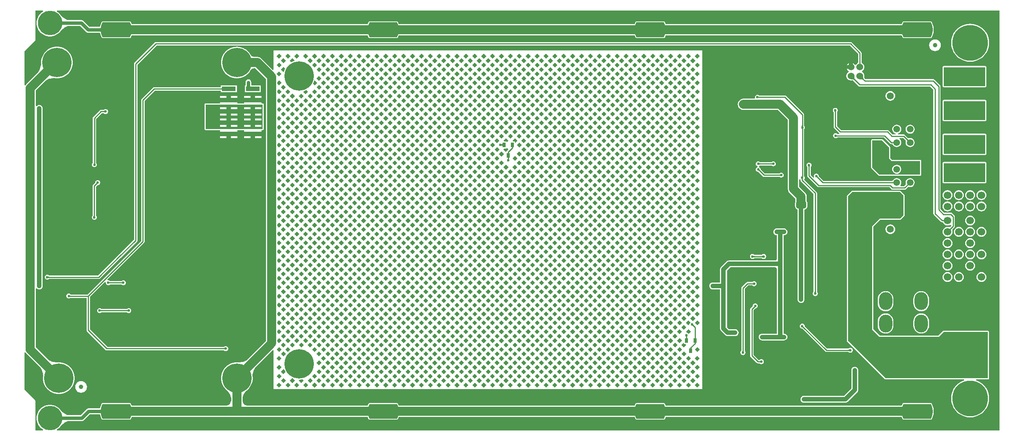
<source format=gtl>
G04*
G04 #@! TF.GenerationSoftware,Altium Limited,Altium Designer,25.4.2 (15)*
G04*
G04 Layer_Physical_Order=1*
G04 Layer_Color=255*
%FSLAX44Y44*%
%MOMM*%
G71*
G04*
G04 #@! TF.SameCoordinates,6164A7E8-02EB-4E8E-94B8-B95099DD165E*
G04*
G04*
G04 #@! TF.FilePolarity,Positive*
G04*
G01*
G75*
%ADD29R,0.6500X1.0500*%
%ADD30R,3.1000X1.0000*%
%ADD31C,1.0000*%
%ADD32R,3.0000X2.0000*%
%ADD33C,0.8000*%
%ADD34C,2.0000*%
%ADD35C,1.0160*%
%ADD36C,0.2540*%
%ADD37C,0.7620*%
%ADD38C,0.5080*%
%ADD39C,0.5000*%
%ADD40C,1.0000*%
%ADD41C,5.5000*%
%ADD42C,8.0000*%
%ADD43C,1.7000*%
%ADD44C,0.6000*%
%ADD45C,6.6000*%
%ADD46C,1.5240*%
%ADD47O,3.0000X4.0000*%
%ADD48C,1.5000*%
%ADD49C,1.5700*%
%ADD50C,0.9700*%
G36*
X1979790Y890500D02*
X1980823Y888589D01*
X1982400Y884542D01*
X1983466Y880331D01*
X1984002Y876021D01*
X1984001Y871678D01*
X1983464Y867367D01*
X1982398Y863157D01*
X1980819Y859110D01*
X1979786Y857200D01*
X1979786Y857200D01*
X1918210D01*
X1918213Y857202D01*
X1917180Y859112D01*
X1915602Y863158D01*
X1914537Y867369D01*
X1914000Y871678D01*
Y876021D01*
X1914537Y880331D01*
X1915602Y884542D01*
X1917180Y888588D01*
X1918213Y890498D01*
X1918210Y890500D01*
X1979790D01*
X1979790Y890500D01*
D02*
G37*
G36*
X1379790D02*
X1380823Y888589D01*
X1382400Y884542D01*
X1383466Y880331D01*
X1384002Y876021D01*
X1384001Y871678D01*
X1383464Y867367D01*
X1382398Y863157D01*
X1380819Y859110D01*
X1379786Y857200D01*
X1379786Y857200D01*
X1318210D01*
X1318213Y857202D01*
X1317180Y859112D01*
X1315602Y863158D01*
X1314537Y867369D01*
X1314000Y871678D01*
Y876021D01*
X1314537Y880331D01*
X1315602Y884542D01*
X1317180Y888588D01*
X1318213Y890498D01*
X1318210Y890500D01*
X1379790D01*
X1379790Y890500D01*
D02*
G37*
G36*
X779790D02*
X780823Y888589D01*
X782400Y884542D01*
X783466Y880331D01*
X784002Y876021D01*
X784001Y871678D01*
X783464Y867367D01*
X782398Y863157D01*
X780819Y859110D01*
X779786Y857200D01*
X779786Y857200D01*
X718210D01*
X718213Y857202D01*
X717180Y859112D01*
X715602Y863158D01*
X714537Y867369D01*
X714000Y871678D01*
Y876021D01*
X714537Y880331D01*
X715602Y884542D01*
X717180Y888588D01*
X718213Y890498D01*
X718210Y890500D01*
X779790D01*
X779790Y890500D01*
D02*
G37*
G36*
X179790D02*
X180823Y888589D01*
X182400Y884542D01*
X183466Y880331D01*
X184002Y876021D01*
X184002Y871678D01*
X183464Y867367D01*
X182398Y863157D01*
X180819Y859110D01*
X179786Y857200D01*
X179786Y857200D01*
X118210D01*
X118213Y857202D01*
X117180Y859112D01*
X115602Y863158D01*
X114537Y867369D01*
X114000Y871678D01*
Y876021D01*
X114537Y880331D01*
X115602Y884542D01*
X117180Y888588D01*
X118213Y890498D01*
X118210Y890500D01*
X179790D01*
X179790Y890500D01*
D02*
G37*
G36*
X2134391Y-27910D02*
X15868D01*
X15380Y-25878D01*
X15744Y-25693D01*
X19570Y-22913D01*
X22913Y-19570D01*
X24448Y-17457D01*
X29402Y-13072D01*
X31880Y-11169D01*
X34237Y-9565D01*
X36450Y-8272D01*
X38511Y-7286D01*
X40411Y-6602D01*
X40433Y-6596D01*
X71664D01*
X73372Y-6372D01*
X74963Y-5713D01*
X76329Y-4664D01*
X89547Y8554D01*
X112463D01*
X112481Y8413D01*
X112522Y8290D01*
X112528Y8160D01*
X113594Y3950D01*
X113650Y3833D01*
X113672Y3706D01*
X115250Y-341D01*
X115320Y-450D01*
X115358Y-574D01*
X116382Y-2468D01*
X116388Y-2486D01*
X116579Y-2716D01*
X116745Y-2965D01*
X116835Y-3025D01*
X116904Y-3108D01*
X117168Y-3248D01*
X117417Y-3414D01*
X117523Y-3435D01*
X117619Y-3486D01*
X117917Y-3513D01*
X118210Y-3572D01*
X179786D01*
X179986Y-3532D01*
X180192Y-3532D01*
X180281Y-3495D01*
X180377Y-3486D01*
X180473Y-3435D01*
X180578Y-3414D01*
X180748Y-3301D01*
X180939Y-3222D01*
X181007Y-3153D01*
X181092Y-3108D01*
X181162Y-3025D01*
X181251Y-2965D01*
X181364Y-2795D01*
X181510Y-2649D01*
X181547Y-2560D01*
X181608Y-2486D01*
X182642Y-576D01*
X182680Y-452D01*
X182749Y-343D01*
X183859Y2502D01*
X714141D01*
X715250Y-341D01*
X715320Y-450D01*
X715358Y-574D01*
X716382Y-2468D01*
X716388Y-2486D01*
X716579Y-2716D01*
X716745Y-2965D01*
X716835Y-3025D01*
X716904Y-3108D01*
X717168Y-3248D01*
X717417Y-3414D01*
X717523Y-3435D01*
X717618Y-3486D01*
X717916Y-3513D01*
X718210Y-3572D01*
X779786D01*
X779986Y-3532D01*
X780192Y-3532D01*
X780281Y-3495D01*
X780377Y-3486D01*
X780473Y-3435D01*
X780579Y-3414D01*
X780748Y-3301D01*
X780939Y-3222D01*
X781007Y-3153D01*
X781092Y-3108D01*
X781162Y-3025D01*
X781251Y-2965D01*
X781364Y-2795D01*
X781510Y-2649D01*
X781547Y-2560D01*
X781608Y-2486D01*
X782642Y-576D01*
X782680Y-452D01*
X782749Y-343D01*
X783859Y2502D01*
X1314142D01*
X1315250Y-341D01*
X1315320Y-450D01*
X1315358Y-574D01*
X1316382Y-2468D01*
X1316388Y-2486D01*
X1316579Y-2716D01*
X1316745Y-2965D01*
X1316835Y-3025D01*
X1316904Y-3108D01*
X1317168Y-3248D01*
X1317417Y-3414D01*
X1317523Y-3435D01*
X1317619Y-3486D01*
X1317917Y-3513D01*
X1318210Y-3572D01*
X1379786D01*
X1379986Y-3532D01*
X1380192Y-3532D01*
X1380281Y-3495D01*
X1380377Y-3486D01*
X1380473Y-3435D01*
X1380578Y-3414D01*
X1380748Y-3301D01*
X1380939Y-3222D01*
X1381007Y-3153D01*
X1381092Y-3108D01*
X1381162Y-3025D01*
X1381251Y-2965D01*
X1381364Y-2795D01*
X1381510Y-2649D01*
X1381547Y-2560D01*
X1381608Y-2486D01*
X1382641Y-576D01*
X1382680Y-452D01*
X1382749Y-343D01*
X1383859Y2502D01*
X1914142D01*
X1915250Y-341D01*
X1915320Y-450D01*
X1915358Y-574D01*
X1916382Y-2468D01*
X1916388Y-2486D01*
X1916579Y-2716D01*
X1916745Y-2965D01*
X1916835Y-3025D01*
X1916904Y-3108D01*
X1917168Y-3248D01*
X1917417Y-3414D01*
X1917523Y-3435D01*
X1917619Y-3486D01*
X1917917Y-3513D01*
X1918210Y-3572D01*
X1979786D01*
X1979986Y-3532D01*
X1980192Y-3532D01*
X1980281Y-3495D01*
X1980377Y-3486D01*
X1980473Y-3435D01*
X1980578Y-3414D01*
X1980748Y-3301D01*
X1980939Y-3222D01*
X1981007Y-3153D01*
X1981092Y-3108D01*
X1981162Y-3025D01*
X1981251Y-2965D01*
X1981364Y-2795D01*
X1981510Y-2649D01*
X1981547Y-2560D01*
X1981608Y-2486D01*
X1982641Y-576D01*
X1982680Y-452D01*
X1982749Y-343D01*
X1984328Y3704D01*
X1984351Y3831D01*
X1984406Y3948D01*
X1985472Y8159D01*
X1985479Y8288D01*
X1985520Y8411D01*
X1986057Y12721D01*
X1986048Y12850D01*
X1986073Y12977D01*
X1986074Y17321D01*
X1986049Y17448D01*
X1986058Y17577D01*
X1985522Y21887D01*
X1985481Y22010D01*
X1985474Y22140D01*
X1984409Y26351D01*
X1984353Y26467D01*
X1984331Y26595D01*
X1982753Y30642D01*
X1982684Y30751D01*
X1982645Y30875D01*
X1981613Y32785D01*
X1981422Y33016D01*
X1981255Y33265D01*
X1981165Y33325D01*
X1981097Y33408D01*
X1980832Y33547D01*
X1980583Y33714D01*
X1980477Y33735D01*
X1980382Y33785D01*
X1980084Y33813D01*
X1979790Y33872D01*
X1979790Y33872D01*
X1918210D01*
X1917923Y33815D01*
X1917631Y33789D01*
X1917529Y33736D01*
X1917417Y33714D01*
X1917174Y33551D01*
X1916914Y33416D01*
X1916840Y33329D01*
X1916745Y33265D01*
X1916582Y33021D01*
X1916394Y32797D01*
X1916388Y32780D01*
X1915358Y30874D01*
X1915320Y30750D01*
X1915250Y30641D01*
X1914142Y27798D01*
X1383862D01*
X1382753Y30642D01*
X1382684Y30751D01*
X1382645Y30875D01*
X1381613Y32785D01*
X1381422Y33016D01*
X1381255Y33265D01*
X1381165Y33325D01*
X1381097Y33408D01*
X1380832Y33547D01*
X1380583Y33714D01*
X1380477Y33735D01*
X1380382Y33785D01*
X1380084Y33813D01*
X1379790Y33872D01*
X1379790Y33872D01*
X1318210D01*
X1317923Y33815D01*
X1317631Y33789D01*
X1317529Y33736D01*
X1317417Y33714D01*
X1317174Y33551D01*
X1316914Y33416D01*
X1316840Y33329D01*
X1316745Y33265D01*
X1316582Y33021D01*
X1316394Y32797D01*
X1316389Y32780D01*
X1315358Y30874D01*
X1315320Y30750D01*
X1315250Y30641D01*
X1314142Y27798D01*
X783862D01*
X782753Y30642D01*
X782684Y30751D01*
X782645Y30875D01*
X781612Y32785D01*
X781422Y33016D01*
X781255Y33265D01*
X781165Y33325D01*
X781097Y33408D01*
X780832Y33547D01*
X780583Y33714D01*
X780477Y33735D01*
X780382Y33785D01*
X780084Y33813D01*
X779790Y33872D01*
X779790Y33872D01*
X718210D01*
X717923Y33815D01*
X717631Y33789D01*
X717529Y33736D01*
X717417Y33714D01*
X717174Y33551D01*
X716914Y33416D01*
X716840Y33329D01*
X716745Y33265D01*
X716582Y33021D01*
X716394Y32797D01*
X716388Y32780D01*
X715358Y30874D01*
X715320Y30750D01*
X715250Y30641D01*
X714141Y27798D01*
X444249D01*
X443310Y27964D01*
X440625Y28859D01*
X438358Y30080D01*
X436472Y31622D01*
X434930Y33508D01*
X433709Y35775D01*
X432814Y38460D01*
X432648Y39399D01*
Y44604D01*
X433178Y46925D01*
X434039Y49580D01*
X435150Y52207D01*
X436513Y54807D01*
X438132Y57382D01*
X440010Y59932D01*
X441503Y61693D01*
X442020Y62068D01*
X444143Y63882D01*
X447108Y66847D01*
X450396Y71373D01*
X452936Y76357D01*
X454665Y81678D01*
X455540Y87203D01*
Y92797D01*
X455221Y94811D01*
X455411Y97112D01*
X455886Y100243D01*
X456562Y103209D01*
X457436Y106011D01*
X458508Y108654D01*
X459777Y111140D01*
X461044Y113156D01*
X500973Y153086D01*
X502850Y152308D01*
Y65150D01*
X1465750D01*
Y827150D01*
X502850D01*
Y784187D01*
X500973Y783409D01*
X475439Y808943D01*
X475439Y808944D01*
X472819Y810954D01*
X469769Y812217D01*
X466495Y812648D01*
X466495Y812648D01*
X458773D01*
X457270Y812938D01*
X455586Y813405D01*
X454158Y813957D01*
X452985Y814577D01*
X452152Y815182D01*
X450396Y818627D01*
X447108Y823153D01*
X443153Y827108D01*
X443096Y827150D01*
X442935D01*
X442020Y827932D01*
X439760Y829573D01*
X437379Y831032D01*
X434891Y832300D01*
X432310Y833369D01*
X429654Y834232D01*
X426939Y834884D01*
X424180Y835321D01*
X421396Y835540D01*
X418604D01*
X415820Y835321D01*
X413061Y834884D01*
X410346Y834232D01*
X407690Y833369D01*
X405109Y832300D01*
X402621Y831032D01*
X400240Y829573D01*
X397980Y827932D01*
X397065Y827150D01*
X396904D01*
X396847Y827108D01*
X392892Y823153D01*
X389604Y818627D01*
X387064Y813643D01*
X385335Y808322D01*
X384460Y802797D01*
Y797203D01*
X385335Y791678D01*
X387064Y786357D01*
X389604Y781373D01*
X392892Y776847D01*
X396847Y772892D01*
X401373Y769604D01*
X406357Y767064D01*
X411678Y765335D01*
X417203Y764460D01*
X422797D01*
X428322Y765335D01*
X433643Y767064D01*
X438627Y769604D01*
X443153Y772892D01*
X447108Y776847D01*
X450396Y781373D01*
X452152Y784818D01*
X452985Y785423D01*
X454158Y786043D01*
X455586Y786595D01*
X457270Y787062D01*
X458773Y787352D01*
X461256D01*
X485852Y762756D01*
Y173739D01*
X443156Y131044D01*
X441140Y129777D01*
X438654Y128508D01*
X436011Y127436D01*
X433209Y126562D01*
X430243Y125886D01*
X427112Y125411D01*
X424811Y125221D01*
X422797Y125540D01*
X417203D01*
X411678Y124665D01*
X406357Y122936D01*
X401373Y120396D01*
X396847Y117108D01*
X392892Y113153D01*
X389604Y108627D01*
X387064Y103643D01*
X385335Y98322D01*
X384460Y92797D01*
Y87203D01*
X385335Y81678D01*
X387064Y76357D01*
X389604Y71373D01*
X392892Y66847D01*
X395857Y63882D01*
X397980Y62068D01*
X398497Y61693D01*
X399990Y59932D01*
X401868Y57381D01*
X403487Y54807D01*
X404850Y52206D01*
X405961Y49580D01*
X406822Y46925D01*
X407352Y44604D01*
Y39399D01*
X407186Y38460D01*
X406291Y35775D01*
X405070Y33508D01*
X403528Y31622D01*
X401642Y30080D01*
X399375Y28859D01*
X396690Y27964D01*
X395751Y27798D01*
X183862D01*
X182753Y30642D01*
X182684Y30751D01*
X182645Y30875D01*
X181612Y32785D01*
X181422Y33016D01*
X181255Y33265D01*
X181165Y33325D01*
X181097Y33408D01*
X180832Y33547D01*
X180583Y33714D01*
X180477Y33735D01*
X180382Y33785D01*
X180084Y33813D01*
X179790Y33872D01*
X179790Y33872D01*
X118210D01*
X117923Y33815D01*
X117631Y33789D01*
X117529Y33736D01*
X117417Y33714D01*
X117174Y33551D01*
X116914Y33416D01*
X116840Y33329D01*
X116745Y33265D01*
X116582Y33021D01*
X116394Y32797D01*
X116389Y32780D01*
X115358Y30874D01*
X115320Y30750D01*
X115250Y30641D01*
X113672Y26594D01*
X113650Y26467D01*
X113594Y26350D01*
X112528Y22140D01*
X112522Y22010D01*
X112481Y21888D01*
X112463Y21746D01*
X86814D01*
X85107Y21522D01*
X83516Y20863D01*
X82150Y19814D01*
X68932Y6596D01*
X40433D01*
X40411Y6602D01*
X38511Y7286D01*
X36450Y8272D01*
X34237Y9565D01*
X31879Y11170D01*
X29402Y13072D01*
X24448Y17457D01*
X22913Y19570D01*
X19570Y22913D01*
X15744Y25693D01*
X11531Y27839D01*
X7034Y29300D01*
X2364Y30040D01*
X-2364D01*
X-7034Y29300D01*
X-11531Y27839D01*
X-15744Y25693D01*
X-19570Y22913D01*
X-22913Y19570D01*
X-25693Y15744D01*
X-27839Y11531D01*
X-29300Y7034D01*
X-30040Y2364D01*
Y-2364D01*
X-29300Y-7034D01*
X-27839Y-11531D01*
X-25693Y-15744D01*
X-22913Y-19570D01*
X-19570Y-22913D01*
X-15744Y-25693D01*
X-15380Y-25878D01*
X-15868Y-27910D01*
X-32410D01*
Y38000D01*
X-32608Y38991D01*
X-33169Y39831D01*
X-57410Y64073D01*
X-57410Y147794D01*
X-55378Y148199D01*
X-55309Y148031D01*
X-53299Y145412D01*
X-21044Y113156D01*
X-19777Y111140D01*
X-18508Y108654D01*
X-17436Y106011D01*
X-16562Y103209D01*
X-15886Y100243D01*
X-15411Y97112D01*
X-15221Y94811D01*
X-15540Y92797D01*
Y87203D01*
X-14665Y81678D01*
X-12936Y76357D01*
X-10396Y71373D01*
X-7108Y66847D01*
X-3153Y62892D01*
X1373Y59604D01*
X6357Y57064D01*
X11678Y55335D01*
X17203Y54460D01*
X22797D01*
X28322Y55335D01*
X33643Y57064D01*
X38627Y59604D01*
X43153Y62892D01*
X47108Y66847D01*
X50396Y71373D01*
X52936Y76357D01*
X54665Y81678D01*
X55540Y87203D01*
Y92797D01*
X54665Y98322D01*
X52936Y103643D01*
X50396Y108627D01*
X47108Y113153D01*
X43153Y117108D01*
X38627Y120396D01*
X33643Y122936D01*
X28322Y124665D01*
X22797Y125540D01*
X17203D01*
X15189Y125221D01*
X12888Y125411D01*
X9757Y125886D01*
X6791Y126562D01*
X3989Y127436D01*
X1346Y128508D01*
X-1140Y129777D01*
X-3156Y131044D01*
X-31707Y159594D01*
Y291205D01*
X-29675Y291894D01*
X-29489Y291652D01*
X-27914Y290443D01*
X-26080Y289683D01*
X-24111Y289424D01*
X-22143Y289683D01*
X-20309Y290443D01*
X-18734Y291652D01*
X-18672Y291713D01*
X-17464Y293288D01*
X-17149Y294048D01*
X-16704Y295122D01*
X-16445Y297090D01*
Y337000D01*
X-16445Y337000D01*
Y377000D01*
Y417000D01*
Y457000D01*
Y497000D01*
Y537000D01*
Y577000D01*
Y617000D01*
Y657000D01*
Y697000D01*
X-16704Y698968D01*
X-17464Y700803D01*
X-18672Y702378D01*
X-20247Y703586D01*
X-22082Y704346D01*
X-24050Y704605D01*
X-26018Y704346D01*
X-27852Y703586D01*
X-29428Y702378D01*
X-29675Y702055D01*
X-31707Y702745D01*
Y737317D01*
X-9074Y759950D01*
X-6981Y761235D01*
X-4512Y762443D01*
X-1900Y763430D01*
X861Y764197D01*
X3776Y764741D01*
X6847Y765061D01*
X9010Y765124D01*
X13203Y764460D01*
X18797D01*
X24322Y765335D01*
X29643Y767064D01*
X34627Y769604D01*
X39153Y772892D01*
X43108Y776847D01*
X46396Y781373D01*
X48936Y786357D01*
X50665Y791678D01*
X51540Y797203D01*
Y802797D01*
X50665Y808322D01*
X48936Y813643D01*
X46396Y818627D01*
X43108Y823153D01*
X39153Y827108D01*
X34627Y830396D01*
X29643Y832936D01*
X24322Y834665D01*
X18797Y835540D01*
X13203D01*
X7678Y834665D01*
X2357Y832936D01*
X-2627Y830396D01*
X-7153Y827108D01*
X-11108Y823153D01*
X-14397Y818627D01*
X-16936Y813643D01*
X-18665Y808322D01*
X-19540Y802797D01*
Y797203D01*
X-19495Y796919D01*
X-19763Y794963D01*
X-20399Y791786D01*
X-21211Y788782D01*
X-22197Y785950D01*
X-23356Y783288D01*
X-24687Y780792D01*
X-25918Y778881D01*
X-53299Y751500D01*
X-55309Y748880D01*
X-55378Y748714D01*
X-57410Y749118D01*
X-57410Y824928D01*
X-33169Y849169D01*
X-32608Y850009D01*
X-32411Y851001D01*
Y916910D01*
X-15868D01*
X-15380Y914878D01*
X-15744Y914693D01*
X-19570Y911913D01*
X-22913Y908570D01*
X-25693Y904744D01*
X-27839Y900531D01*
X-29300Y896034D01*
X-30040Y891364D01*
Y886636D01*
X-29300Y881966D01*
X-27839Y877469D01*
X-25693Y873256D01*
X-22913Y869430D01*
X-19570Y866087D01*
X-15744Y863307D01*
X-11531Y861161D01*
X-7034Y859700D01*
X-2364Y858960D01*
X2364D01*
X7034Y859700D01*
X11531Y861161D01*
X15744Y863307D01*
X19570Y866087D01*
X22913Y869430D01*
X24448Y871543D01*
X29402Y875928D01*
X31880Y877831D01*
X34237Y879435D01*
X36450Y880728D01*
X38511Y881714D01*
X40411Y882398D01*
X40433Y882404D01*
X68018D01*
X81236Y869186D01*
X82602Y868137D01*
X84193Y867478D01*
X85900Y867254D01*
X112463D01*
X112481Y867113D01*
X112522Y866990D01*
X112528Y866860D01*
X113594Y862650D01*
X113650Y862533D01*
X113672Y862406D01*
X115250Y858359D01*
X115320Y858250D01*
X115358Y858126D01*
X116382Y856232D01*
X116388Y856214D01*
X116579Y855984D01*
X116745Y855735D01*
X116835Y855675D01*
X116904Y855592D01*
X117168Y855452D01*
X117417Y855286D01*
X117523Y855265D01*
X117619Y855214D01*
X117917Y855187D01*
X118210Y855128D01*
X179786D01*
X179986Y855168D01*
X180192Y855168D01*
X180281Y855205D01*
X180377Y855214D01*
X180473Y855265D01*
X180578Y855286D01*
X180748Y855399D01*
X180939Y855478D01*
X181007Y855547D01*
X181092Y855592D01*
X181162Y855676D01*
X181251Y855735D01*
X181364Y855904D01*
X181510Y856051D01*
X181547Y856140D01*
X181608Y856214D01*
X182642Y858124D01*
X182680Y858248D01*
X182749Y858357D01*
X183859Y861202D01*
X714141D01*
X715250Y858359D01*
X715320Y858250D01*
X715358Y858126D01*
X716382Y856232D01*
X716388Y856214D01*
X716579Y855984D01*
X716745Y855735D01*
X716835Y855675D01*
X716904Y855592D01*
X717168Y855452D01*
X717417Y855286D01*
X717523Y855265D01*
X717618Y855214D01*
X717916Y855187D01*
X718210Y855128D01*
X779786D01*
X779986Y855168D01*
X780192Y855168D01*
X780281Y855205D01*
X780377Y855214D01*
X780473Y855265D01*
X780579Y855286D01*
X780748Y855399D01*
X780939Y855478D01*
X781007Y855547D01*
X781092Y855592D01*
X781162Y855676D01*
X781251Y855735D01*
X781364Y855904D01*
X781510Y856051D01*
X781547Y856140D01*
X781608Y856214D01*
X782642Y858124D01*
X782680Y858248D01*
X782749Y858357D01*
X783859Y861202D01*
X1314142D01*
X1315250Y858359D01*
X1315320Y858250D01*
X1315358Y858126D01*
X1316382Y856232D01*
X1316388Y856214D01*
X1316579Y855984D01*
X1316745Y855735D01*
X1316835Y855675D01*
X1316904Y855592D01*
X1317168Y855452D01*
X1317417Y855286D01*
X1317523Y855265D01*
X1317619Y855214D01*
X1317917Y855187D01*
X1318210Y855128D01*
X1379786D01*
X1379986Y855168D01*
X1380192Y855168D01*
X1380281Y855205D01*
X1380377Y855214D01*
X1380473Y855265D01*
X1380578Y855286D01*
X1380748Y855399D01*
X1380939Y855478D01*
X1381007Y855547D01*
X1381092Y855592D01*
X1381162Y855676D01*
X1381251Y855735D01*
X1381364Y855904D01*
X1381510Y856051D01*
X1381547Y856140D01*
X1381608Y856214D01*
X1382641Y858124D01*
X1382680Y858248D01*
X1382749Y858357D01*
X1383859Y861202D01*
X1914142D01*
X1915250Y858359D01*
X1915320Y858250D01*
X1915358Y858126D01*
X1916382Y856232D01*
X1916388Y856214D01*
X1916579Y855984D01*
X1916745Y855735D01*
X1916835Y855675D01*
X1916904Y855592D01*
X1917168Y855452D01*
X1917417Y855286D01*
X1917523Y855265D01*
X1917619Y855214D01*
X1917917Y855187D01*
X1918210Y855128D01*
X1979786D01*
X1979986Y855168D01*
X1980192Y855168D01*
X1980281Y855205D01*
X1980377Y855214D01*
X1980473Y855265D01*
X1980578Y855286D01*
X1980748Y855399D01*
X1980939Y855478D01*
X1981007Y855547D01*
X1981092Y855592D01*
X1981162Y855676D01*
X1981251Y855735D01*
X1981364Y855904D01*
X1981510Y856051D01*
X1981547Y856140D01*
X1981608Y856214D01*
X1982641Y858124D01*
X1982680Y858248D01*
X1982749Y858357D01*
X1984328Y862404D01*
X1984351Y862531D01*
X1984406Y862648D01*
X1985472Y866859D01*
X1985479Y866988D01*
X1985520Y867111D01*
X1986057Y871421D01*
X1986048Y871550D01*
X1986073Y871677D01*
X1986074Y876021D01*
X1986049Y876148D01*
X1986058Y876277D01*
X1985522Y880587D01*
X1985481Y880710D01*
X1985474Y880840D01*
X1984409Y885051D01*
X1984353Y885167D01*
X1984331Y885295D01*
X1982753Y889342D01*
X1982684Y889451D01*
X1982645Y889575D01*
X1981613Y891485D01*
X1981422Y891716D01*
X1981255Y891965D01*
X1981165Y892025D01*
X1981097Y892108D01*
X1980832Y892247D01*
X1980583Y892414D01*
X1980477Y892435D01*
X1980382Y892485D01*
X1980084Y892513D01*
X1979790Y892572D01*
X1979790Y892572D01*
X1918210D01*
X1917923Y892515D01*
X1917631Y892489D01*
X1917529Y892436D01*
X1917417Y892414D01*
X1917174Y892251D01*
X1916914Y892116D01*
X1916840Y892029D01*
X1916745Y891965D01*
X1916582Y891721D01*
X1916394Y891497D01*
X1916388Y891480D01*
X1915358Y889574D01*
X1915320Y889450D01*
X1915250Y889341D01*
X1914142Y886498D01*
X1383862D01*
X1382753Y889342D01*
X1382684Y889451D01*
X1382645Y889575D01*
X1381613Y891485D01*
X1381422Y891716D01*
X1381255Y891965D01*
X1381165Y892025D01*
X1381097Y892108D01*
X1380832Y892247D01*
X1380583Y892414D01*
X1380477Y892435D01*
X1380382Y892485D01*
X1380084Y892513D01*
X1379790Y892572D01*
X1379790Y892572D01*
X1318210D01*
X1317923Y892515D01*
X1317631Y892489D01*
X1317529Y892436D01*
X1317417Y892414D01*
X1317174Y892251D01*
X1316914Y892116D01*
X1316840Y892029D01*
X1316745Y891965D01*
X1316582Y891721D01*
X1316394Y891497D01*
X1316389Y891480D01*
X1315358Y889574D01*
X1315320Y889450D01*
X1315250Y889341D01*
X1314142Y886498D01*
X783862D01*
X782753Y889342D01*
X782684Y889451D01*
X782645Y889575D01*
X781612Y891485D01*
X781422Y891716D01*
X781255Y891965D01*
X781165Y892025D01*
X781097Y892108D01*
X780832Y892247D01*
X780583Y892414D01*
X780477Y892435D01*
X780382Y892485D01*
X780084Y892513D01*
X779790Y892572D01*
X779790Y892572D01*
X718210D01*
X717923Y892515D01*
X717631Y892489D01*
X717529Y892436D01*
X717417Y892414D01*
X717174Y892251D01*
X716914Y892116D01*
X716840Y892029D01*
X716745Y891965D01*
X716582Y891721D01*
X716394Y891497D01*
X716388Y891480D01*
X715358Y889574D01*
X715320Y889450D01*
X715250Y889341D01*
X714141Y886498D01*
X183862D01*
X182753Y889342D01*
X182684Y889451D01*
X182645Y889575D01*
X181612Y891485D01*
X181422Y891716D01*
X181255Y891965D01*
X181165Y892025D01*
X181097Y892108D01*
X180832Y892247D01*
X180583Y892414D01*
X180477Y892435D01*
X180382Y892485D01*
X180084Y892513D01*
X179790Y892572D01*
X179790Y892572D01*
X118210D01*
X117923Y892515D01*
X117631Y892489D01*
X117529Y892436D01*
X117417Y892414D01*
X117174Y892251D01*
X116914Y892116D01*
X116840Y892029D01*
X116745Y891965D01*
X116582Y891721D01*
X116394Y891497D01*
X116389Y891480D01*
X115358Y889574D01*
X115320Y889450D01*
X115250Y889341D01*
X113672Y885294D01*
X113650Y885167D01*
X113594Y885050D01*
X112528Y880840D01*
X112522Y880710D01*
X112481Y880587D01*
X112463Y880446D01*
X88632D01*
X75414Y893664D01*
X74048Y894713D01*
X72457Y895372D01*
X70750Y895596D01*
X40433D01*
X40411Y895602D01*
X38511Y896286D01*
X36450Y897272D01*
X34237Y898565D01*
X31879Y900170D01*
X29402Y902072D01*
X24448Y906457D01*
X22913Y908570D01*
X19570Y911913D01*
X15744Y914693D01*
X15380Y914878D01*
X15868Y916910D01*
X2134391D01*
Y-27910D01*
D02*
G37*
G36*
X540416Y814500D02*
X534800Y808884D01*
X529183Y814500D01*
X534800Y820117D01*
X540416Y814500D01*
D02*
G37*
G36*
X520416D02*
X514800Y808883D01*
X509183Y814500D01*
X514800Y820117D01*
X520416Y814500D01*
D02*
G37*
G36*
X600416D02*
X594800Y808883D01*
X589183Y814500D01*
X594800Y820117D01*
X600416Y814500D01*
D02*
G37*
G36*
X620416Y814500D02*
X614800Y808883D01*
X609183Y814500D01*
X614800Y820117D01*
X620416Y814500D01*
D02*
G37*
G36*
X580416D02*
X574800Y808883D01*
X569183Y814500D01*
X574800Y820117D01*
X580416Y814500D01*
D02*
G37*
G36*
X560416D02*
X554800Y808883D01*
X549183Y814500D01*
X554800Y820117D01*
X560416Y814500D01*
D02*
G37*
G36*
X720416D02*
X714800Y808883D01*
X709183Y814500D01*
X714800Y820117D01*
X720416Y814500D01*
D02*
G37*
G36*
X700416D02*
X694800Y808883D01*
X689183Y814500D01*
X694800Y820117D01*
X700416Y814500D01*
D02*
G37*
G36*
X780416D02*
X774800Y808883D01*
X769183Y814500D01*
X774800Y820117D01*
X780416Y814500D01*
D02*
G37*
G36*
X680416D02*
X674800Y808883D01*
X669183Y814500D01*
X674800Y820117D01*
X680416Y814500D01*
D02*
G37*
G36*
X660416D02*
X654800Y808883D01*
X649183Y814500D01*
X654800Y820117D01*
X660416Y814500D01*
D02*
G37*
G36*
X800416D02*
X794800Y808883D01*
X789183Y814500D01*
X794800Y820117D01*
X800416Y814500D01*
D02*
G37*
G36*
X640416D02*
X634800Y808883D01*
X629183Y814500D01*
X634800Y820117D01*
X640416Y814500D01*
D02*
G37*
G36*
X760416D02*
X754800Y808883D01*
X749183Y814500D01*
X754800Y820117D01*
X760416Y814500D01*
D02*
G37*
G36*
X740416Y814500D02*
X734800Y808883D01*
X729183Y814500D01*
X734800Y820117D01*
X740416Y814500D01*
D02*
G37*
G36*
X900416D02*
X894800Y808883D01*
X889183Y814500D01*
X894800Y820117D01*
X900416Y814500D01*
D02*
G37*
G36*
X880416D02*
X874800Y808883D01*
X869183Y814500D01*
X874800Y820117D01*
X880416Y814500D01*
D02*
G37*
G36*
X960416D02*
X954800Y808883D01*
X949183Y814500D01*
X954800Y820117D01*
X960416Y814500D01*
D02*
G37*
G36*
X860416D02*
X854800Y808883D01*
X849183Y814500D01*
X854800Y820117D01*
X860416Y814500D01*
D02*
G37*
G36*
X840416Y814500D02*
X834800Y808883D01*
X829183Y814500D01*
X834800Y820117D01*
X840416Y814500D01*
D02*
G37*
G36*
X980416D02*
X974800Y808883D01*
X969183Y814500D01*
X974800Y820117D01*
X980416Y814500D01*
D02*
G37*
G36*
X820416Y814500D02*
X814800Y808883D01*
X809183Y814500D01*
X814800Y820117D01*
X820416Y814500D01*
D02*
G37*
G36*
X940416Y814500D02*
X934800Y808883D01*
X929183Y814500D01*
X934800Y820117D01*
X940416Y814500D01*
D02*
G37*
G36*
X920416D02*
X914800Y808883D01*
X909183Y814500D01*
X914800Y820117D01*
X920416Y814500D01*
D02*
G37*
G36*
X1080416D02*
X1074800Y808883D01*
X1069183Y814500D01*
X1074800Y820117D01*
X1080416Y814500D01*
D02*
G37*
G36*
X1060416D02*
X1054800Y808883D01*
X1049183Y814500D01*
X1054800Y820117D01*
X1060416Y814500D01*
D02*
G37*
G36*
X1140416D02*
X1134800Y808883D01*
X1129183Y814500D01*
X1134800Y820117D01*
X1140416Y814500D01*
D02*
G37*
G36*
X1040416D02*
X1034800Y808883D01*
X1029183Y814500D01*
X1034800Y820117D01*
X1040416Y814500D01*
D02*
G37*
G36*
X1020416D02*
X1014800Y808883D01*
X1009183Y814500D01*
X1014800Y820117D01*
X1020416Y814500D01*
D02*
G37*
G36*
X1160416D02*
X1154800Y808883D01*
X1149183Y814500D01*
X1154800Y820117D01*
X1160416Y814500D01*
D02*
G37*
G36*
X1000416D02*
X994800Y808883D01*
X989183Y814500D01*
X994800Y820117D01*
X1000416Y814500D01*
D02*
G37*
G36*
X1120416D02*
X1114800Y808883D01*
X1109183Y814500D01*
X1114800Y820117D01*
X1120416Y814500D01*
D02*
G37*
G36*
X1100416Y814500D02*
X1094800Y808883D01*
X1089183Y814500D01*
X1094800Y820117D01*
X1100416Y814500D01*
D02*
G37*
G36*
X1260416D02*
X1254800Y808883D01*
X1249183Y814500D01*
X1254800Y820117D01*
X1260416Y814500D01*
D02*
G37*
G36*
X1240416D02*
X1234800Y808883D01*
X1229183Y814500D01*
X1234800Y820117D01*
X1240416Y814500D01*
D02*
G37*
G36*
X1320417D02*
X1314800Y808883D01*
X1309183Y814500D01*
X1314800Y820117D01*
X1320417Y814500D01*
D02*
G37*
G36*
X1220416D02*
X1214800Y808883D01*
X1209183Y814500D01*
X1214800Y820117D01*
X1220416Y814500D01*
D02*
G37*
G36*
X1200416Y814500D02*
X1194800Y808883D01*
X1189183Y814500D01*
X1194800Y820117D01*
X1200416Y814500D01*
D02*
G37*
G36*
X1340417D02*
X1334800Y808883D01*
X1329183Y814500D01*
X1334800Y820117D01*
X1340417Y814500D01*
D02*
G37*
G36*
X1180416Y814500D02*
X1174800Y808883D01*
X1169183Y814500D01*
X1174800Y820117D01*
X1180416Y814500D01*
D02*
G37*
G36*
X1300417Y814500D02*
X1294800Y808883D01*
X1289183Y814500D01*
X1294800Y820117D01*
X1300417Y814500D01*
D02*
G37*
G36*
X1280417D02*
X1274800Y808883D01*
X1269183Y814500D01*
X1274800Y820117D01*
X1280417Y814500D01*
D02*
G37*
G36*
X1440417D02*
X1434800Y808883D01*
X1429183Y814500D01*
X1434800Y820116D01*
X1440417Y814500D01*
D02*
G37*
G36*
X1420417D02*
X1414800Y808883D01*
X1409183Y814500D01*
X1414800Y820116D01*
X1420417Y814500D01*
D02*
G37*
G36*
X1400417D02*
X1394800Y808883D01*
X1389183Y814500D01*
X1394800Y820116D01*
X1400417Y814500D01*
D02*
G37*
G36*
X1380417D02*
X1374800Y808883D01*
X1369183Y814500D01*
X1374800Y820116D01*
X1380417Y814500D01*
D02*
G37*
G36*
X1360417D02*
X1354800Y808883D01*
X1349183Y814500D01*
X1354800Y820116D01*
X1360417Y814500D01*
D02*
G37*
G36*
X1460417Y814500D02*
X1454800Y808883D01*
X1449183Y814500D01*
X1454800Y820116D01*
X1460417Y814500D01*
D02*
G37*
G36*
X550416Y804500D02*
X550054Y804137D01*
X546357Y802936D01*
X542641Y801043D01*
X539183Y804500D01*
X544800Y810117D01*
X550416Y804500D01*
D02*
G37*
G36*
X590416Y804500D02*
X584800Y798884D01*
X579183Y804500D01*
X584800Y810117D01*
X590416Y804500D01*
D02*
G37*
G36*
X610416D02*
X604800Y798883D01*
X599183Y804500D01*
X604800Y810117D01*
X610416Y804500D01*
D02*
G37*
G36*
X530416D02*
X524800Y798883D01*
X519183Y804500D01*
X524800Y810117D01*
X530416Y804500D01*
D02*
G37*
G36*
X670416Y804500D02*
X664800Y798883D01*
X659183Y804500D01*
X664800Y810117D01*
X670416Y804500D01*
D02*
G37*
G36*
X690416D02*
X684800Y798883D01*
X679183Y804500D01*
X684800Y810117D01*
X690416Y804500D01*
D02*
G37*
G36*
X770416D02*
X764800Y798883D01*
X759183Y804500D01*
X764800Y810117D01*
X770416Y804500D01*
D02*
G37*
G36*
X630416D02*
X624800Y798883D01*
X619183Y804500D01*
X624800Y810117D01*
X630416Y804500D01*
D02*
G37*
G36*
X750416Y804500D02*
X744800Y798883D01*
X739183Y804500D01*
X744800Y810117D01*
X750416Y804500D01*
D02*
G37*
G36*
X790416Y804500D02*
X784800Y798883D01*
X779183Y804500D01*
X784800Y810117D01*
X790416Y804500D01*
D02*
G37*
G36*
X730416Y804500D02*
X724800Y798883D01*
X719183Y804500D01*
X724800Y810117D01*
X730416Y804500D01*
D02*
G37*
G36*
X710416Y804500D02*
X704800Y798883D01*
X699183Y804500D01*
X704800Y810117D01*
X710416Y804500D01*
D02*
G37*
G36*
X650417D02*
X644800Y798883D01*
X639183Y804500D01*
X644800Y810117D01*
X650417Y804500D01*
D02*
G37*
G36*
X850416Y804500D02*
X844800Y798883D01*
X839183Y804500D01*
X844800Y810117D01*
X850416Y804500D01*
D02*
G37*
G36*
X870416D02*
X864800Y798883D01*
X859183Y804500D01*
X864800Y810117D01*
X870416Y804500D01*
D02*
G37*
G36*
X950416D02*
X944800Y798883D01*
X939183Y804500D01*
X944800Y810117D01*
X950416Y804500D01*
D02*
G37*
G36*
X810416D02*
X804800Y798883D01*
X799183Y804500D01*
X804800Y810117D01*
X810416Y804500D01*
D02*
G37*
G36*
X930416Y804500D02*
X924800Y798883D01*
X919183Y804500D01*
X924800Y810117D01*
X930416Y804500D01*
D02*
G37*
G36*
X990416D02*
X984800Y798883D01*
X979183Y804500D01*
X984800Y810117D01*
X990416Y804500D01*
D02*
G37*
G36*
X970416Y804500D02*
X964800Y798883D01*
X959183Y804500D01*
X964800Y810117D01*
X970416Y804500D01*
D02*
G37*
G36*
X910416Y804500D02*
X904800Y798883D01*
X899183Y804500D01*
X904800Y810117D01*
X910416Y804500D01*
D02*
G37*
G36*
X890416Y804500D02*
X884800Y798883D01*
X879183Y804500D01*
X884800Y810117D01*
X890416Y804500D01*
D02*
G37*
G36*
X830417D02*
X824800Y798883D01*
X819183Y804500D01*
X824800Y810117D01*
X830417Y804500D01*
D02*
G37*
G36*
X1030416Y804500D02*
X1024800Y798883D01*
X1019183Y804500D01*
X1024800Y810117D01*
X1030416Y804500D01*
D02*
G37*
G36*
X1050416D02*
X1044800Y798883D01*
X1039183Y804500D01*
X1044800Y810117D01*
X1050416Y804500D01*
D02*
G37*
G36*
X1130416D02*
X1124800Y798883D01*
X1119183Y804500D01*
X1124800Y810117D01*
X1130416Y804500D01*
D02*
G37*
G36*
X1110416Y804500D02*
X1104800Y798883D01*
X1099183Y804500D01*
X1104800Y810117D01*
X1110416Y804500D01*
D02*
G37*
G36*
X1150416Y804500D02*
X1144800Y798883D01*
X1139183Y804500D01*
X1144800Y810117D01*
X1150416Y804500D01*
D02*
G37*
G36*
X1090416Y804500D02*
X1084800Y798883D01*
X1079183Y804500D01*
X1084800Y810117D01*
X1090416Y804500D01*
D02*
G37*
G36*
X1070416Y804500D02*
X1064800Y798883D01*
X1059183Y804500D01*
X1064800Y810117D01*
X1070416Y804500D01*
D02*
G37*
G36*
X1010416D02*
X1004800Y798883D01*
X999183Y804500D01*
X1004800Y810117D01*
X1010416Y804500D01*
D02*
G37*
G36*
X1210416Y804500D02*
X1204800Y798883D01*
X1199183Y804500D01*
X1204800Y810117D01*
X1210416Y804500D01*
D02*
G37*
G36*
X1230416D02*
X1224800Y798883D01*
X1219183Y804500D01*
X1224800Y810117D01*
X1230416Y804500D01*
D02*
G37*
G36*
X1310417D02*
X1304800Y798883D01*
X1299183Y804500D01*
X1304800Y810117D01*
X1310417Y804500D01*
D02*
G37*
G36*
X1170416D02*
X1164800Y798883D01*
X1159183Y804500D01*
X1164800Y810117D01*
X1170416Y804500D01*
D02*
G37*
G36*
X1290417Y804500D02*
X1284800Y798883D01*
X1279183Y804500D01*
X1284800Y810117D01*
X1290417Y804500D01*
D02*
G37*
G36*
X1330417Y804500D02*
X1324800Y798883D01*
X1319183Y804500D01*
X1324800Y810117D01*
X1330417Y804500D01*
D02*
G37*
G36*
X1250416D02*
X1244800Y798883D01*
X1239183Y804500D01*
X1244800Y810117D01*
X1250416Y804500D01*
D02*
G37*
G36*
X1190416D02*
X1184800Y798883D01*
X1179183Y804500D01*
X1184800Y810117D01*
X1190416Y804500D01*
D02*
G37*
G36*
X1270416Y804500D02*
X1264800Y798883D01*
X1259183Y804500D01*
X1264800Y810117D01*
X1270416Y804500D01*
D02*
G37*
G36*
X1390417D02*
X1384800Y798883D01*
X1379183Y804500D01*
X1384800Y810117D01*
X1390417Y804500D01*
D02*
G37*
G36*
X1410417D02*
X1404800Y798883D01*
X1399183Y804500D01*
X1404800Y810116D01*
X1410417Y804500D01*
D02*
G37*
G36*
X1350417D02*
X1344800Y798883D01*
X1339183Y804500D01*
X1344800Y810117D01*
X1350417Y804500D01*
D02*
G37*
G36*
X1450417Y804500D02*
X1444800Y798883D01*
X1439183Y804500D01*
X1444800Y810116D01*
X1450417Y804500D01*
D02*
G37*
G36*
X1430417Y804500D02*
X1424800Y798883D01*
X1419183Y804500D01*
X1424800Y810116D01*
X1430417Y804500D01*
D02*
G37*
G36*
X1370417D02*
X1364800Y798883D01*
X1359183Y804500D01*
X1364800Y810117D01*
X1370417Y804500D01*
D02*
G37*
G36*
X680416Y794500D02*
X674800Y788884D01*
X669183Y794500D01*
X674800Y800117D01*
X680416Y794500D01*
D02*
G37*
G36*
X520416D02*
X514800Y788883D01*
X509183Y794500D01*
X514800Y800117D01*
X520416Y794500D01*
D02*
G37*
G36*
X600416D02*
X594800Y788883D01*
X589183Y794500D01*
X594800Y800117D01*
X600416Y794500D01*
D02*
G37*
G36*
X620416D02*
X614800Y788883D01*
X609183Y794500D01*
X614800Y800117D01*
X620416Y794500D01*
D02*
G37*
G36*
X760416Y794500D02*
X754800Y788883D01*
X749183Y794500D01*
X754800Y800117D01*
X760416Y794500D01*
D02*
G37*
G36*
X660416Y794500D02*
X654800Y788883D01*
X649183Y794500D01*
X654800Y800117D01*
X660416Y794500D01*
D02*
G37*
G36*
X860416Y794500D02*
X854800Y788883D01*
X849183Y794500D01*
X854800Y800117D01*
X860416Y794500D01*
D02*
G37*
G36*
X740416D02*
X734800Y788883D01*
X729183Y794500D01*
X734800Y800117D01*
X740416Y794500D01*
D02*
G37*
G36*
X700416D02*
X694800Y788883D01*
X689183Y794500D01*
X694800Y800117D01*
X700416Y794500D01*
D02*
G37*
G36*
X780416D02*
X774800Y788883D01*
X769183Y794500D01*
X774800Y800117D01*
X780416Y794500D01*
D02*
G37*
G36*
X800416D02*
X794800Y788883D01*
X789183Y794500D01*
X794800Y800117D01*
X800416Y794500D01*
D02*
G37*
G36*
X720416D02*
X714800Y788883D01*
X709183Y794500D01*
X714800Y800117D01*
X720416Y794500D01*
D02*
G37*
G36*
X640416D02*
X634800Y788883D01*
X629183Y794500D01*
X634800Y800117D01*
X640416Y794500D01*
D02*
G37*
G36*
X940416Y794500D02*
X934800Y788883D01*
X929183Y794500D01*
X934800Y800117D01*
X940416Y794500D01*
D02*
G37*
G36*
X840416Y794500D02*
X834800Y788883D01*
X829183Y794500D01*
X834800Y800117D01*
X840416Y794500D01*
D02*
G37*
G36*
X1040416Y794500D02*
X1034800Y788883D01*
X1029183Y794500D01*
X1034800Y800117D01*
X1040416Y794500D01*
D02*
G37*
G36*
X920416D02*
X914800Y788883D01*
X909183Y794500D01*
X914800Y800117D01*
X920416Y794500D01*
D02*
G37*
G36*
X880416D02*
X874800Y788883D01*
X869183Y794500D01*
X874800Y800117D01*
X880416Y794500D01*
D02*
G37*
G36*
X960416D02*
X954800Y788883D01*
X949183Y794500D01*
X954800Y800117D01*
X960416Y794500D01*
D02*
G37*
G36*
X900416D02*
X894800Y788883D01*
X889183Y794500D01*
X894800Y800117D01*
X900416Y794500D01*
D02*
G37*
G36*
X820416D02*
X814800Y788883D01*
X809183Y794500D01*
X814800Y800117D01*
X820416Y794500D01*
D02*
G37*
G36*
X980416D02*
X974800Y788883D01*
X969183Y794500D01*
X974800Y800117D01*
X980416Y794500D01*
D02*
G37*
G36*
X1120416Y794500D02*
X1114800Y788883D01*
X1109183Y794500D01*
X1114800Y800117D01*
X1120416Y794500D01*
D02*
G37*
G36*
X1020416Y794500D02*
X1014800Y788883D01*
X1009183Y794500D01*
X1014800Y800117D01*
X1020416Y794500D01*
D02*
G37*
G36*
X1220416Y794500D02*
X1214800Y788883D01*
X1209183Y794500D01*
X1214800Y800117D01*
X1220416Y794500D01*
D02*
G37*
G36*
X1100416D02*
X1094800Y788883D01*
X1089183Y794500D01*
X1094800Y800117D01*
X1100416Y794500D01*
D02*
G37*
G36*
X1060416D02*
X1054800Y788883D01*
X1049183Y794500D01*
X1054800Y800117D01*
X1060416Y794500D01*
D02*
G37*
G36*
X1140416D02*
X1134800Y788883D01*
X1129183Y794500D01*
X1134800Y800117D01*
X1140416Y794500D01*
D02*
G37*
G36*
X1160416D02*
X1154800Y788883D01*
X1149183Y794500D01*
X1154800Y800117D01*
X1160416Y794500D01*
D02*
G37*
G36*
X1080416D02*
X1074800Y788883D01*
X1069183Y794500D01*
X1074800Y800117D01*
X1080416Y794500D01*
D02*
G37*
G36*
X1000416D02*
X994800Y788883D01*
X989183Y794500D01*
X994800Y800117D01*
X1000416Y794500D01*
D02*
G37*
G36*
X1300416Y794500D02*
X1294800Y788883D01*
X1289183Y794500D01*
X1294800Y800117D01*
X1300416Y794500D01*
D02*
G37*
G36*
X1200416Y794500D02*
X1194800Y788883D01*
X1189183Y794500D01*
X1194800Y800117D01*
X1200416Y794500D01*
D02*
G37*
G36*
X1400417Y794500D02*
X1394800Y788883D01*
X1389183Y794500D01*
X1394800Y800117D01*
X1400417Y794500D01*
D02*
G37*
G36*
X1280417D02*
X1274800Y788883D01*
X1269183Y794500D01*
X1274800Y800117D01*
X1280417Y794500D01*
D02*
G37*
G36*
X1240416D02*
X1234800Y788883D01*
X1229183Y794500D01*
X1234800Y800117D01*
X1240416Y794500D01*
D02*
G37*
G36*
X1320417D02*
X1314800Y788883D01*
X1309183Y794500D01*
X1314800Y800117D01*
X1320417Y794500D01*
D02*
G37*
G36*
X1340417D02*
X1334800Y788883D01*
X1329183Y794500D01*
X1334800Y800117D01*
X1340417Y794500D01*
D02*
G37*
G36*
X1260416D02*
X1254800Y788883D01*
X1249183Y794500D01*
X1254800Y800117D01*
X1260416Y794500D01*
D02*
G37*
G36*
X1180416D02*
X1174800Y788883D01*
X1169183Y794500D01*
X1174800Y800117D01*
X1180416Y794500D01*
D02*
G37*
G36*
X1380417D02*
X1374800Y788883D01*
X1369183Y794500D01*
X1374800Y800117D01*
X1380417Y794500D01*
D02*
G37*
G36*
X1420417Y794500D02*
X1414800Y788883D01*
X1409183Y794500D01*
X1414800Y800117D01*
X1420417Y794500D01*
D02*
G37*
G36*
X1460417D02*
X1454800Y788883D01*
X1449183Y794500D01*
X1454800Y800116D01*
X1460417Y794500D01*
D02*
G37*
G36*
X1440417D02*
X1434800Y788883D01*
X1429183Y794500D01*
X1434800Y800117D01*
X1440417Y794500D01*
D02*
G37*
G36*
X1360417D02*
X1354800Y788883D01*
X1349183Y794500D01*
X1354800Y800117D01*
X1360417Y794500D01*
D02*
G37*
G36*
X528485Y786432D02*
X527064Y783643D01*
X525863Y779946D01*
X524800Y778884D01*
X519183Y784500D01*
X524800Y790117D01*
X528485Y786432D01*
D02*
G37*
G36*
X610416Y784500D02*
X604800Y778883D01*
X599183Y784500D01*
X604800Y790117D01*
X610416Y784500D01*
D02*
G37*
G36*
X690416D02*
X684800Y778883D01*
X679183Y784500D01*
X684800Y790117D01*
X690416Y784500D01*
D02*
G37*
G36*
X670416D02*
X664800Y778883D01*
X659183Y784500D01*
X664800Y790117D01*
X670416Y784500D01*
D02*
G37*
G36*
X750416Y784500D02*
X744800Y778883D01*
X739183Y784500D01*
X744800Y790117D01*
X750416Y784500D01*
D02*
G37*
G36*
X770416D02*
X764800Y778883D01*
X759183Y784500D01*
X764800Y790117D01*
X770416Y784500D01*
D02*
G37*
G36*
X650416Y784500D02*
X644800Y778883D01*
X639183Y784500D01*
X644800Y790117D01*
X650416Y784500D01*
D02*
G37*
G36*
X730416D02*
X724800Y778883D01*
X719183Y784500D01*
X724800Y790117D01*
X730416Y784500D01*
D02*
G37*
G36*
X710416Y784500D02*
X704800Y778883D01*
X699183Y784500D01*
X704800Y790117D01*
X710416Y784500D01*
D02*
G37*
G36*
X630416D02*
X624800Y778883D01*
X619183Y784500D01*
X624800Y790117D01*
X630416Y784500D01*
D02*
G37*
G36*
X790416D02*
X784800Y778883D01*
X779183Y784500D01*
X784800Y790117D01*
X790416Y784500D01*
D02*
G37*
G36*
X870416Y784500D02*
X864800Y778883D01*
X859183Y784500D01*
X864800Y790117D01*
X870416Y784500D01*
D02*
G37*
G36*
X850416Y784500D02*
X844800Y778883D01*
X839183Y784500D01*
X844800Y790117D01*
X850416Y784500D01*
D02*
G37*
G36*
X930416Y784500D02*
X924800Y778883D01*
X919183Y784500D01*
X924800Y790117D01*
X930416Y784500D01*
D02*
G37*
G36*
X950416D02*
X944800Y778883D01*
X939183Y784500D01*
X944800Y790117D01*
X950416Y784500D01*
D02*
G37*
G36*
X830416Y784500D02*
X824800Y778883D01*
X819183Y784500D01*
X824800Y790117D01*
X830416Y784500D01*
D02*
G37*
G36*
X910416Y784500D02*
X904800Y778883D01*
X899183Y784500D01*
X904800Y790117D01*
X910416Y784500D01*
D02*
G37*
G36*
X890416D02*
X884800Y778883D01*
X879183Y784500D01*
X884800Y790117D01*
X890416Y784500D01*
D02*
G37*
G36*
X810416D02*
X804800Y778883D01*
X799183Y784500D01*
X804800Y790117D01*
X810416Y784500D01*
D02*
G37*
G36*
X970416D02*
X964800Y778883D01*
X959183Y784500D01*
X964800Y790117D01*
X970416Y784500D01*
D02*
G37*
G36*
X1050416D02*
X1044800Y778883D01*
X1039183Y784500D01*
X1044800Y790117D01*
X1050416Y784500D01*
D02*
G37*
G36*
X1030416D02*
X1024800Y778883D01*
X1019183Y784500D01*
X1024800Y790117D01*
X1030416Y784500D01*
D02*
G37*
G36*
X1110416Y784500D02*
X1104800Y778883D01*
X1099183Y784500D01*
X1104800Y790117D01*
X1110416Y784500D01*
D02*
G37*
G36*
X990416D02*
X984800Y778883D01*
X979183Y784500D01*
X984800Y790117D01*
X990416Y784500D01*
D02*
G37*
G36*
X1130416D02*
X1124800Y778883D01*
X1119183Y784500D01*
X1124800Y790117D01*
X1130416Y784500D01*
D02*
G37*
G36*
X1010416Y784500D02*
X1004800Y778883D01*
X999183Y784500D01*
X1004800Y790117D01*
X1010416Y784500D01*
D02*
G37*
G36*
X1090416D02*
X1084800Y778883D01*
X1079183Y784500D01*
X1084800Y790117D01*
X1090416Y784500D01*
D02*
G37*
G36*
X1070416Y784500D02*
X1064800Y778883D01*
X1059183Y784500D01*
X1064800Y790117D01*
X1070416Y784500D01*
D02*
G37*
G36*
X1150416D02*
X1144800Y778883D01*
X1139183Y784500D01*
X1144800Y790117D01*
X1150416Y784500D01*
D02*
G37*
G36*
X1230416Y784500D02*
X1224800Y778883D01*
X1219183Y784500D01*
X1224800Y790117D01*
X1230416Y784500D01*
D02*
G37*
G36*
X1210416Y784500D02*
X1204800Y778883D01*
X1199183Y784500D01*
X1204800Y790117D01*
X1210416Y784500D01*
D02*
G37*
G36*
X1290417Y784500D02*
X1284800Y778883D01*
X1279183Y784500D01*
X1284800Y790117D01*
X1290417Y784500D01*
D02*
G37*
G36*
X1310417D02*
X1304800Y778883D01*
X1299183Y784500D01*
X1304800Y790117D01*
X1310417Y784500D01*
D02*
G37*
G36*
X1190416Y784500D02*
X1184800Y778883D01*
X1179183Y784500D01*
X1184800Y790117D01*
X1190416Y784500D01*
D02*
G37*
G36*
X1270416Y784500D02*
X1264800Y778883D01*
X1259183Y784500D01*
X1264800Y790117D01*
X1270416Y784500D01*
D02*
G37*
G36*
X1250416D02*
X1244800Y778883D01*
X1239183Y784500D01*
X1244800Y790117D01*
X1250416Y784500D01*
D02*
G37*
G36*
X1170416D02*
X1164800Y778883D01*
X1159183Y784500D01*
X1164800Y790117D01*
X1170416Y784500D01*
D02*
G37*
G36*
X1330417D02*
X1324800Y778883D01*
X1319183Y784500D01*
X1324800Y790117D01*
X1330417Y784500D01*
D02*
G37*
G36*
X1410417D02*
X1404800Y778883D01*
X1399183Y784500D01*
X1404800Y790117D01*
X1410417Y784500D01*
D02*
G37*
G36*
X1390417D02*
X1384800Y778883D01*
X1379183Y784500D01*
X1384800Y790117D01*
X1390417Y784500D01*
D02*
G37*
G36*
X1370417D02*
X1364800Y778883D01*
X1359183Y784500D01*
X1364800Y790117D01*
X1370417Y784500D01*
D02*
G37*
G36*
X1450417D02*
X1444800Y778883D01*
X1439183Y784500D01*
X1444800Y790117D01*
X1450417Y784500D01*
D02*
G37*
G36*
X1350417Y784500D02*
X1344800Y778883D01*
X1339183Y784500D01*
X1344800Y790117D01*
X1350417Y784500D01*
D02*
G37*
G36*
X1430417D02*
X1424800Y778883D01*
X1419183Y784500D01*
X1424800Y790117D01*
X1430417Y784500D01*
D02*
G37*
G36*
X520417Y774500D02*
X514800Y768884D01*
X509517Y774167D01*
X509454Y774319D01*
X509315Y774500D01*
X509258Y774574D01*
X514800Y780117D01*
X520417Y774500D01*
D02*
G37*
G36*
X620416Y774500D02*
X614800Y768884D01*
X609183Y774500D01*
X614800Y780117D01*
X620416Y774500D01*
D02*
G37*
G36*
X700417Y774500D02*
X694800Y768883D01*
X689183Y774500D01*
X694800Y780117D01*
X700417Y774500D01*
D02*
G37*
G36*
X660416Y774500D02*
X654800Y768883D01*
X649183Y774500D01*
X654800Y780117D01*
X660416Y774500D01*
D02*
G37*
G36*
X740416D02*
X734800Y768883D01*
X729183Y774500D01*
X734800Y780117D01*
X740416Y774500D01*
D02*
G37*
G36*
X760416Y774500D02*
X754800Y768883D01*
X749183Y774500D01*
X754800Y780117D01*
X760416Y774500D01*
D02*
G37*
G36*
X720416D02*
X714800Y768883D01*
X709183Y774500D01*
X714800Y780117D01*
X720416Y774500D01*
D02*
G37*
G36*
X680416Y774500D02*
X674800Y768883D01*
X669183Y774500D01*
X674800Y780117D01*
X680416Y774500D01*
D02*
G37*
G36*
X780416Y774500D02*
X774800Y768883D01*
X769183Y774500D01*
X774800Y780117D01*
X780416Y774500D01*
D02*
G37*
G36*
X800416D02*
X794800Y768883D01*
X789183Y774500D01*
X794800Y780117D01*
X800416Y774500D01*
D02*
G37*
G36*
X640416Y774500D02*
X634800Y768883D01*
X629183Y774500D01*
X634800Y780117D01*
X640416Y774500D01*
D02*
G37*
G36*
X880417Y774500D02*
X874800Y768883D01*
X869183Y774500D01*
X874800Y780117D01*
X880417Y774500D01*
D02*
G37*
G36*
X840416D02*
X834800Y768883D01*
X829183Y774500D01*
X834800Y780117D01*
X840416Y774500D01*
D02*
G37*
G36*
X920416D02*
X914800Y768883D01*
X909183Y774500D01*
X914800Y780117D01*
X920416Y774500D01*
D02*
G37*
G36*
X940416Y774500D02*
X934800Y768883D01*
X929183Y774500D01*
X934800Y780117D01*
X940416Y774500D01*
D02*
G37*
G36*
X900416Y774500D02*
X894800Y768883D01*
X889183Y774500D01*
X894800Y780117D01*
X900416Y774500D01*
D02*
G37*
G36*
X860416D02*
X854800Y768883D01*
X849183Y774500D01*
X854800Y780117D01*
X860416Y774500D01*
D02*
G37*
G36*
X960416Y774500D02*
X954800Y768883D01*
X949183Y774500D01*
X954800Y780117D01*
X960416Y774500D01*
D02*
G37*
G36*
X980416D02*
X974800Y768883D01*
X969183Y774500D01*
X974800Y780117D01*
X980416Y774500D01*
D02*
G37*
G36*
X820416Y774500D02*
X814800Y768883D01*
X809183Y774500D01*
X814800Y780117D01*
X820416Y774500D01*
D02*
G37*
G36*
X1060416Y774500D02*
X1054800Y768883D01*
X1049183Y774500D01*
X1054800Y780117D01*
X1060416Y774500D01*
D02*
G37*
G36*
X1020416Y774500D02*
X1014800Y768883D01*
X1009183Y774500D01*
X1014800Y780117D01*
X1020416Y774500D01*
D02*
G37*
G36*
X1100416D02*
X1094800Y768883D01*
X1089183Y774500D01*
X1094800Y780117D01*
X1100416Y774500D01*
D02*
G37*
G36*
X1080416Y774500D02*
X1074800Y768883D01*
X1069183Y774500D01*
X1074800Y780117D01*
X1080416Y774500D01*
D02*
G37*
G36*
X1040416Y774500D02*
X1034800Y768883D01*
X1029183Y774500D01*
X1034800Y780117D01*
X1040416Y774500D01*
D02*
G37*
G36*
X1120416Y774500D02*
X1114800Y768883D01*
X1109183Y774500D01*
X1114800Y780117D01*
X1120416Y774500D01*
D02*
G37*
G36*
X1140416D02*
X1134800Y768883D01*
X1129183Y774500D01*
X1134800Y780117D01*
X1140416Y774500D01*
D02*
G37*
G36*
X1160416D02*
X1154800Y768883D01*
X1149183Y774500D01*
X1154800Y780117D01*
X1160416Y774500D01*
D02*
G37*
G36*
X1000416Y774500D02*
X994800Y768883D01*
X989183Y774500D01*
X994800Y780117D01*
X1000416Y774500D01*
D02*
G37*
G36*
X1240416Y774500D02*
X1234800Y768883D01*
X1229183Y774500D01*
X1234800Y780117D01*
X1240416Y774500D01*
D02*
G37*
G36*
X1200416D02*
X1194800Y768883D01*
X1189183Y774500D01*
X1194800Y780117D01*
X1200416Y774500D01*
D02*
G37*
G36*
X1280417D02*
X1274800Y768883D01*
X1269183Y774500D01*
X1274800Y780117D01*
X1280417Y774500D01*
D02*
G37*
G36*
X1300417Y774500D02*
X1294800Y768883D01*
X1289183Y774500D01*
X1294800Y780117D01*
X1300417Y774500D01*
D02*
G37*
G36*
X1260416Y774500D02*
X1254800Y768883D01*
X1249183Y774500D01*
X1254800Y780117D01*
X1260416Y774500D01*
D02*
G37*
G36*
X1220416D02*
X1214800Y768883D01*
X1209183Y774500D01*
X1214800Y780117D01*
X1220416Y774500D01*
D02*
G37*
G36*
X1320417Y774500D02*
X1314800Y768883D01*
X1309183Y774500D01*
X1314800Y780117D01*
X1320417Y774500D01*
D02*
G37*
G36*
X1340417D02*
X1334800Y768883D01*
X1329183Y774500D01*
X1334800Y780117D01*
X1340417Y774500D01*
D02*
G37*
G36*
X1180416Y774500D02*
X1174800Y768883D01*
X1169183Y774500D01*
X1174800Y780117D01*
X1180416Y774500D01*
D02*
G37*
G36*
X1420417Y774500D02*
X1414800Y768883D01*
X1409183Y774500D01*
X1414800Y780117D01*
X1420417Y774500D01*
D02*
G37*
G36*
X1380417Y774500D02*
X1374800Y768883D01*
X1369183Y774500D01*
X1374800Y780116D01*
X1380417Y774500D01*
D02*
G37*
G36*
X1460417D02*
X1454800Y768883D01*
X1449183Y774500D01*
X1454800Y780117D01*
X1460417Y774500D01*
D02*
G37*
G36*
X1440417Y774500D02*
X1434800Y768883D01*
X1429183Y774500D01*
X1434800Y780116D01*
X1440417Y774500D01*
D02*
G37*
G36*
X1400417Y774500D02*
X1394800Y768883D01*
X1389183Y774500D01*
X1394800Y780116D01*
X1400417Y774500D01*
D02*
G37*
G36*
X1360417D02*
X1354800Y768883D01*
X1349183Y774500D01*
X1354800Y780116D01*
X1360417Y774500D01*
D02*
G37*
G36*
X610416Y764500D02*
X604800Y758883D01*
X599183Y764500D01*
X604800Y770117D01*
X610416Y764500D01*
D02*
G37*
G36*
X710416D02*
X704800Y758883D01*
X699183Y764500D01*
X704800Y770117D01*
X710416Y764500D01*
D02*
G37*
G36*
X730416D02*
X724800Y758883D01*
X719183Y764500D01*
X724800Y770117D01*
X730416Y764500D01*
D02*
G37*
G36*
X630416Y764500D02*
X624800Y758883D01*
X619183Y764500D01*
X624800Y770117D01*
X630416Y764500D01*
D02*
G37*
G36*
X650416Y764500D02*
X644800Y758883D01*
X639183Y764500D01*
X644800Y770117D01*
X650416Y764500D01*
D02*
G37*
G36*
X790416Y764500D02*
X784800Y758883D01*
X779183Y764500D01*
X784800Y770117D01*
X790416Y764500D01*
D02*
G37*
G36*
X770416D02*
X764800Y758883D01*
X759183Y764500D01*
X764800Y770117D01*
X770416Y764500D01*
D02*
G37*
G36*
X750416Y764500D02*
X744800Y758883D01*
X739183Y764500D01*
X744800Y770117D01*
X750416Y764500D01*
D02*
G37*
G36*
X690417D02*
X684800Y758883D01*
X679183Y764500D01*
X684800Y770117D01*
X690417Y764500D01*
D02*
G37*
G36*
X670416D02*
X664800Y758883D01*
X659183Y764500D01*
X664800Y770117D01*
X670416Y764500D01*
D02*
G37*
G36*
X890416Y764500D02*
X884800Y758883D01*
X879183Y764500D01*
X884800Y770117D01*
X890416Y764500D01*
D02*
G37*
G36*
X910416D02*
X904800Y758883D01*
X899183Y764500D01*
X904800Y770117D01*
X910416Y764500D01*
D02*
G37*
G36*
X810416Y764500D02*
X804800Y758883D01*
X799183Y764500D01*
X804800Y770117D01*
X810416Y764500D01*
D02*
G37*
G36*
X830416Y764500D02*
X824800Y758883D01*
X819183Y764500D01*
X824800Y770117D01*
X830416Y764500D01*
D02*
G37*
G36*
X970416Y764500D02*
X964800Y758883D01*
X959183Y764500D01*
X964800Y770117D01*
X970416Y764500D01*
D02*
G37*
G36*
X990416Y764500D02*
X984800Y758883D01*
X979183Y764500D01*
X984800Y770117D01*
X990416Y764500D01*
D02*
G37*
G36*
X950416Y764500D02*
X944800Y758883D01*
X939183Y764500D01*
X944800Y770117D01*
X950416Y764500D01*
D02*
G37*
G36*
X930416Y764500D02*
X924800Y758883D01*
X919183Y764500D01*
X924800Y770117D01*
X930416Y764500D01*
D02*
G37*
G36*
X870416D02*
X864800Y758883D01*
X859183Y764500D01*
X864800Y770117D01*
X870416Y764500D01*
D02*
G37*
G36*
X850416D02*
X844800Y758883D01*
X839183Y764500D01*
X844800Y770117D01*
X850416Y764500D01*
D02*
G37*
G36*
X1070416Y764500D02*
X1064800Y758883D01*
X1059183Y764500D01*
X1064800Y770117D01*
X1070416Y764500D01*
D02*
G37*
G36*
X1090416D02*
X1084800Y758883D01*
X1079183Y764500D01*
X1084800Y770117D01*
X1090416Y764500D01*
D02*
G37*
G36*
X1010416D02*
X1004800Y758883D01*
X999183Y764500D01*
X1004800Y770117D01*
X1010416Y764500D01*
D02*
G37*
G36*
X1150416Y764500D02*
X1144800Y758883D01*
X1139183Y764500D01*
X1144800Y770117D01*
X1150416Y764500D01*
D02*
G37*
G36*
X1130416D02*
X1124800Y758883D01*
X1119183Y764500D01*
X1124800Y770117D01*
X1130416Y764500D01*
D02*
G37*
G36*
X1110416Y764500D02*
X1104800Y758883D01*
X1099183Y764500D01*
X1104800Y770117D01*
X1110416Y764500D01*
D02*
G37*
G36*
X1050416D02*
X1044800Y758883D01*
X1039183Y764500D01*
X1044800Y770117D01*
X1050416Y764500D01*
D02*
G37*
G36*
X1030416D02*
X1024800Y758883D01*
X1019183Y764500D01*
X1024800Y770117D01*
X1030416Y764500D01*
D02*
G37*
G36*
X1250416Y764500D02*
X1244800Y758883D01*
X1239183Y764500D01*
X1244800Y770117D01*
X1250416Y764500D01*
D02*
G37*
G36*
X1270416D02*
X1264800Y758883D01*
X1259183Y764500D01*
X1264800Y770117D01*
X1270416Y764500D01*
D02*
G37*
G36*
X1170416Y764500D02*
X1164800Y758883D01*
X1159183Y764500D01*
X1164800Y770117D01*
X1170416Y764500D01*
D02*
G37*
G36*
X1190416Y764500D02*
X1184800Y758883D01*
X1179183Y764500D01*
X1184800Y770117D01*
X1190416Y764500D01*
D02*
G37*
G36*
X1330417Y764500D02*
X1324800Y758883D01*
X1319183Y764500D01*
X1324800Y770117D01*
X1330417Y764500D01*
D02*
G37*
G36*
X1310417D02*
X1304800Y758883D01*
X1299183Y764500D01*
X1304800Y770117D01*
X1310417Y764500D01*
D02*
G37*
G36*
X1290417Y764500D02*
X1284800Y758883D01*
X1279183Y764500D01*
X1284800Y770117D01*
X1290417Y764500D01*
D02*
G37*
G36*
X1230416D02*
X1224800Y758883D01*
X1219183Y764500D01*
X1224800Y770117D01*
X1230416Y764500D01*
D02*
G37*
G36*
X1210416D02*
X1204800Y758883D01*
X1199183Y764500D01*
X1204800Y770117D01*
X1210416Y764500D01*
D02*
G37*
G36*
X1430417Y764500D02*
X1424800Y758883D01*
X1419183Y764500D01*
X1424800Y770117D01*
X1430417Y764500D01*
D02*
G37*
G36*
X1450417D02*
X1444800Y758883D01*
X1439183Y764500D01*
X1444800Y770117D01*
X1450417Y764500D01*
D02*
G37*
G36*
X1350417Y764500D02*
X1344800Y758883D01*
X1339183Y764500D01*
X1344800Y770116D01*
X1350417Y764500D01*
D02*
G37*
G36*
X1370417Y764500D02*
X1364800Y758883D01*
X1359183Y764500D01*
X1364800Y770116D01*
X1370417Y764500D01*
D02*
G37*
G36*
X1410417D02*
X1404800Y758883D01*
X1399183Y764500D01*
X1404800Y770117D01*
X1410417Y764500D01*
D02*
G37*
G36*
X1390417D02*
X1384800Y758883D01*
X1379183Y764500D01*
X1384800Y770117D01*
X1390417Y764500D01*
D02*
G37*
G36*
X720416Y754500D02*
X714800Y748884D01*
X709183Y754500D01*
X714800Y760117D01*
X720416Y754500D01*
D02*
G37*
G36*
X520416D02*
X514800Y748884D01*
X511148Y752535D01*
Y756465D01*
X514800Y760117D01*
X520416Y754500D01*
D02*
G37*
G36*
X620416Y754500D02*
X614800Y748883D01*
X609183Y754500D01*
X614800Y760117D01*
X620416Y754500D01*
D02*
G37*
G36*
X600416D02*
X594800Y748883D01*
X591043Y752641D01*
X592936Y756357D01*
X593848Y759165D01*
X594800Y760117D01*
X600416Y754500D01*
D02*
G37*
G36*
X640416D02*
X634800Y748883D01*
X629183Y754500D01*
X634800Y760117D01*
X640416Y754500D01*
D02*
G37*
G36*
X900416D02*
X894800Y748883D01*
X889183Y754500D01*
X894800Y760117D01*
X900416Y754500D01*
D02*
G37*
G36*
X740416D02*
X734800Y748883D01*
X729183Y754500D01*
X734800Y760117D01*
X740416Y754500D01*
D02*
G37*
G36*
X700416D02*
X694800Y748883D01*
X689183Y754500D01*
X694800Y760117D01*
X700416Y754500D01*
D02*
G37*
G36*
X800416Y754500D02*
X794800Y748883D01*
X789183Y754500D01*
X794800Y760117D01*
X800416Y754500D01*
D02*
G37*
G36*
X660416Y754500D02*
X654800Y748883D01*
X649183Y754500D01*
X654800Y760117D01*
X660416Y754500D01*
D02*
G37*
G36*
X780416Y754500D02*
X774800Y748883D01*
X769183Y754500D01*
X774800Y760117D01*
X780416Y754500D01*
D02*
G37*
G36*
X760416Y754500D02*
X754800Y748883D01*
X749183Y754500D01*
X754800Y760117D01*
X760416Y754500D01*
D02*
G37*
G36*
X680416D02*
X674800Y748883D01*
X669183Y754500D01*
X674800Y760117D01*
X680416Y754500D01*
D02*
G37*
G36*
X820416Y754500D02*
X814800Y748883D01*
X809183Y754500D01*
X814800Y760117D01*
X820416Y754500D01*
D02*
G37*
G36*
X1080416D02*
X1074800Y748883D01*
X1069183Y754500D01*
X1074800Y760117D01*
X1080416Y754500D01*
D02*
G37*
G36*
X920416D02*
X914800Y748883D01*
X909183Y754500D01*
X914800Y760117D01*
X920416Y754500D01*
D02*
G37*
G36*
X880416D02*
X874800Y748883D01*
X869183Y754500D01*
X874800Y760117D01*
X880416Y754500D01*
D02*
G37*
G36*
X980416Y754500D02*
X974800Y748883D01*
X969183Y754500D01*
X974800Y760117D01*
X980416Y754500D01*
D02*
G37*
G36*
X840416Y754500D02*
X834800Y748883D01*
X829183Y754500D01*
X834800Y760117D01*
X840416Y754500D01*
D02*
G37*
G36*
X960416Y754500D02*
X954800Y748883D01*
X949183Y754500D01*
X954800Y760117D01*
X960416Y754500D01*
D02*
G37*
G36*
X940416Y754500D02*
X934800Y748883D01*
X929183Y754500D01*
X934800Y760117D01*
X940416Y754500D01*
D02*
G37*
G36*
X860416D02*
X854800Y748883D01*
X849183Y754500D01*
X854800Y760117D01*
X860416Y754500D01*
D02*
G37*
G36*
X1000416Y754500D02*
X994800Y748883D01*
X989183Y754500D01*
X994800Y760117D01*
X1000416Y754500D01*
D02*
G37*
G36*
X1260416D02*
X1254800Y748883D01*
X1249183Y754500D01*
X1254800Y760117D01*
X1260416Y754500D01*
D02*
G37*
G36*
X1100416D02*
X1094800Y748883D01*
X1089183Y754500D01*
X1094800Y760117D01*
X1100416Y754500D01*
D02*
G37*
G36*
X1060416D02*
X1054800Y748883D01*
X1049183Y754500D01*
X1054800Y760117D01*
X1060416Y754500D01*
D02*
G37*
G36*
X1160416Y754500D02*
X1154800Y748883D01*
X1149183Y754500D01*
X1154800Y760117D01*
X1160416Y754500D01*
D02*
G37*
G36*
X1020416Y754500D02*
X1014800Y748883D01*
X1009183Y754500D01*
X1014800Y760117D01*
X1020416Y754500D01*
D02*
G37*
G36*
X1140416Y754500D02*
X1134800Y748883D01*
X1129183Y754500D01*
X1134800Y760117D01*
X1140416Y754500D01*
D02*
G37*
G36*
X1120416Y754500D02*
X1114800Y748883D01*
X1109183Y754500D01*
X1114800Y760117D01*
X1120416Y754500D01*
D02*
G37*
G36*
X1040416D02*
X1034800Y748883D01*
X1029183Y754500D01*
X1034800Y760117D01*
X1040416Y754500D01*
D02*
G37*
G36*
X1180416Y754500D02*
X1174800Y748883D01*
X1169183Y754500D01*
X1174800Y760117D01*
X1180416Y754500D01*
D02*
G37*
G36*
X1440417D02*
X1434800Y748883D01*
X1429183Y754500D01*
X1434800Y760117D01*
X1440417Y754500D01*
D02*
G37*
G36*
X1280417D02*
X1274800Y748883D01*
X1269183Y754500D01*
X1274800Y760117D01*
X1280417Y754500D01*
D02*
G37*
G36*
X1240416D02*
X1234800Y748883D01*
X1229183Y754500D01*
X1234800Y760117D01*
X1240416Y754500D01*
D02*
G37*
G36*
X1340417Y754500D02*
X1334800Y748883D01*
X1329183Y754500D01*
X1334800Y760116D01*
X1340417Y754500D01*
D02*
G37*
G36*
X1200416Y754500D02*
X1194800Y748883D01*
X1189183Y754500D01*
X1194800Y760117D01*
X1200416Y754500D01*
D02*
G37*
G36*
X1320417Y754500D02*
X1314800Y748883D01*
X1309183Y754500D01*
X1314800Y760117D01*
X1320417Y754500D01*
D02*
G37*
G36*
X1300417Y754500D02*
X1294800Y748883D01*
X1289183Y754500D01*
X1294800Y760117D01*
X1300417Y754500D01*
D02*
G37*
G36*
X1220416D02*
X1214800Y748883D01*
X1209183Y754500D01*
X1214800Y760117D01*
X1220416Y754500D01*
D02*
G37*
G36*
X1360417Y754500D02*
X1354800Y748883D01*
X1349183Y754500D01*
X1354800Y760116D01*
X1360417Y754500D01*
D02*
G37*
G36*
X1460417D02*
X1454800Y748883D01*
X1449183Y754500D01*
X1454800Y760117D01*
X1460417Y754500D01*
D02*
G37*
G36*
X1420417D02*
X1414800Y748883D01*
X1409183Y754500D01*
X1414800Y760117D01*
X1420417Y754500D01*
D02*
G37*
G36*
X1380417D02*
X1374800Y748883D01*
X1369183Y754500D01*
X1374800Y760117D01*
X1380417Y754500D01*
D02*
G37*
G36*
X1400417D02*
X1394800Y748883D01*
X1389183Y754500D01*
X1394800Y760117D01*
X1400417Y754500D01*
D02*
G37*
G36*
X610416Y744500D02*
X604800Y738884D01*
X599183Y744500D01*
X604800Y750117D01*
X610416Y744500D01*
D02*
G37*
G36*
X530416Y744500D02*
X524800Y738883D01*
X519183Y744500D01*
X524800Y750117D01*
X530416Y744500D01*
D02*
G37*
G36*
X650416Y744500D02*
X644800Y738883D01*
X639183Y744500D01*
X644800Y750117D01*
X650416Y744500D01*
D02*
G37*
G36*
X790416Y744500D02*
X784800Y738883D01*
X779183Y744500D01*
X784800Y750117D01*
X790416Y744500D01*
D02*
G37*
G36*
X630416D02*
X624800Y738883D01*
X619183Y744500D01*
X624800Y750117D01*
X630416Y744500D01*
D02*
G37*
G36*
X770416D02*
X764800Y738883D01*
X759183Y744500D01*
X764800Y750117D01*
X770416Y744500D01*
D02*
G37*
G36*
X750416D02*
X744800Y738883D01*
X739183Y744500D01*
X744800Y750117D01*
X750416Y744500D01*
D02*
G37*
G36*
X690416D02*
X684800Y738883D01*
X679183Y744500D01*
X684800Y750117D01*
X690416Y744500D01*
D02*
G37*
G36*
X670416D02*
X664800Y738883D01*
X659183Y744500D01*
X664800Y750117D01*
X670416Y744500D01*
D02*
G37*
G36*
X710416Y744500D02*
X704800Y738883D01*
X699183Y744500D01*
X704800Y750117D01*
X710416Y744500D01*
D02*
G37*
G36*
X830416Y744500D02*
X824800Y738883D01*
X819183Y744500D01*
X824800Y750117D01*
X830416Y744500D01*
D02*
G37*
G36*
X970416Y744500D02*
X964800Y738883D01*
X959183Y744500D01*
X964800Y750117D01*
X970416Y744500D01*
D02*
G37*
G36*
X730416Y744500D02*
X724800Y738883D01*
X719183Y744500D01*
X724800Y750117D01*
X730416Y744500D01*
D02*
G37*
G36*
X810416D02*
X804800Y738883D01*
X799183Y744500D01*
X804800Y750117D01*
X810416Y744500D01*
D02*
G37*
G36*
X990416Y744500D02*
X984800Y738883D01*
X979183Y744500D01*
X984800Y750117D01*
X990416Y744500D01*
D02*
G37*
G36*
X950416Y744500D02*
X944800Y738883D01*
X939183Y744500D01*
X944800Y750117D01*
X950416Y744500D01*
D02*
G37*
G36*
X930416D02*
X924800Y738883D01*
X919183Y744500D01*
X924800Y750117D01*
X930416Y744500D01*
D02*
G37*
G36*
X870416D02*
X864800Y738883D01*
X859183Y744500D01*
X864800Y750117D01*
X870416Y744500D01*
D02*
G37*
G36*
X850416D02*
X844800Y738883D01*
X839183Y744500D01*
X844800Y750117D01*
X850416Y744500D01*
D02*
G37*
G36*
X890416D02*
X884800Y738883D01*
X879183Y744500D01*
X884800Y750117D01*
X890416Y744500D01*
D02*
G37*
G36*
X1010416Y744500D02*
X1004800Y738883D01*
X999183Y744500D01*
X1004800Y750117D01*
X1010416Y744500D01*
D02*
G37*
G36*
X1150416Y744500D02*
X1144800Y738883D01*
X1139183Y744500D01*
X1144800Y750117D01*
X1150416Y744500D01*
D02*
G37*
G36*
X910416Y744500D02*
X904800Y738883D01*
X899183Y744500D01*
X904800Y750117D01*
X910416Y744500D01*
D02*
G37*
G36*
X1130416Y744500D02*
X1124800Y738883D01*
X1119183Y744500D01*
X1124800Y750117D01*
X1130416Y744500D01*
D02*
G37*
G36*
X1110416D02*
X1104800Y738883D01*
X1099183Y744500D01*
X1104800Y750117D01*
X1110416Y744500D01*
D02*
G37*
G36*
X1050416D02*
X1044800Y738883D01*
X1039183Y744500D01*
X1044800Y750117D01*
X1050416Y744500D01*
D02*
G37*
G36*
X1030416D02*
X1024800Y738883D01*
X1019183Y744500D01*
X1024800Y750117D01*
X1030416Y744500D01*
D02*
G37*
G36*
X1070416Y744500D02*
X1064800Y738883D01*
X1059183Y744500D01*
X1064800Y750117D01*
X1070416Y744500D01*
D02*
G37*
G36*
X1190416Y744500D02*
X1184800Y738883D01*
X1179183Y744500D01*
X1184800Y750117D01*
X1190416Y744500D01*
D02*
G37*
G36*
X1330417Y744500D02*
X1324800Y738883D01*
X1319183Y744500D01*
X1324800Y750117D01*
X1330417Y744500D01*
D02*
G37*
G36*
X1090416Y744500D02*
X1084800Y738883D01*
X1079183Y744500D01*
X1084800Y750117D01*
X1090416Y744500D01*
D02*
G37*
G36*
X1170416D02*
X1164800Y738883D01*
X1159183Y744500D01*
X1164800Y750117D01*
X1170416Y744500D01*
D02*
G37*
G36*
X1310417D02*
X1304800Y738883D01*
X1299183Y744500D01*
X1304800Y750117D01*
X1310417Y744500D01*
D02*
G37*
G36*
X1290417D02*
X1284800Y738883D01*
X1279183Y744500D01*
X1284800Y750117D01*
X1290417Y744500D01*
D02*
G37*
G36*
X1230416D02*
X1224800Y738883D01*
X1219183Y744500D01*
X1224800Y750117D01*
X1230416Y744500D01*
D02*
G37*
G36*
X1210416D02*
X1204800Y738883D01*
X1199183Y744500D01*
X1204800Y750117D01*
X1210416Y744500D01*
D02*
G37*
G36*
X1250416D02*
X1244800Y738883D01*
X1239183Y744500D01*
X1244800Y750117D01*
X1250416Y744500D01*
D02*
G37*
G36*
X1370417Y744500D02*
X1364800Y738883D01*
X1359183Y744500D01*
X1364800Y750117D01*
X1370417Y744500D01*
D02*
G37*
G36*
X1270416Y744500D02*
X1264800Y738883D01*
X1259183Y744500D01*
X1264800Y750117D01*
X1270416Y744500D01*
D02*
G37*
G36*
X1350417Y744500D02*
X1344800Y738883D01*
X1339183Y744500D01*
X1344800Y750117D01*
X1350417Y744500D01*
D02*
G37*
G36*
X1410417D02*
X1404800Y738883D01*
X1399183Y744500D01*
X1404800Y750117D01*
X1410417Y744500D01*
D02*
G37*
G36*
X1390417D02*
X1384800Y738883D01*
X1379183Y744500D01*
X1384800Y750117D01*
X1390417Y744500D01*
D02*
G37*
G36*
X1430417Y744500D02*
X1424800Y738883D01*
X1419183Y744500D01*
X1424800Y750117D01*
X1430417Y744500D01*
D02*
G37*
G36*
X1450417Y744500D02*
X1444800Y738883D01*
X1439183Y744500D01*
X1444800Y750117D01*
X1450417Y744500D01*
D02*
G37*
G36*
X620416Y734500D02*
X614800Y728884D01*
X609183Y734500D01*
X614800Y740117D01*
X620416Y734500D01*
D02*
G37*
G36*
X520416D02*
X514800Y728883D01*
X511148Y732535D01*
Y736465D01*
X514800Y740117D01*
X520416Y734500D01*
D02*
G37*
G36*
X600416D02*
X594800Y728883D01*
X589183Y734500D01*
X594800Y740117D01*
X600416Y734500D01*
D02*
G37*
G36*
X640416D02*
X634800Y728883D01*
X629183Y734500D01*
X634800Y740117D01*
X640416Y734500D01*
D02*
G37*
G36*
X800416Y734500D02*
X794800Y728883D01*
X789183Y734500D01*
X794800Y740117D01*
X800416Y734500D01*
D02*
G37*
G36*
X580416Y734500D02*
X574800Y728883D01*
X569183Y734500D01*
X570835Y736152D01*
X573643Y737064D01*
X576432Y738485D01*
X580416Y734500D01*
D02*
G37*
G36*
X540416Y734500D02*
X534800Y728883D01*
X529183Y734500D01*
X534800Y740117D01*
X540416Y734500D01*
D02*
G37*
G36*
X660416D02*
X654800Y728883D01*
X649183Y734500D01*
X654800Y740117D01*
X660416Y734500D01*
D02*
G37*
G36*
X700416D02*
X694800Y728883D01*
X689183Y734500D01*
X694800Y740117D01*
X700416Y734500D01*
D02*
G37*
G36*
X780416D02*
X774800Y728883D01*
X769183Y734500D01*
X774800Y740117D01*
X780416Y734500D01*
D02*
G37*
G36*
X820416D02*
X814800Y728883D01*
X809183Y734500D01*
X814800Y740117D01*
X820416Y734500D01*
D02*
G37*
G36*
X980416Y734500D02*
X974800Y728883D01*
X969183Y734500D01*
X974800Y740117D01*
X980416Y734500D01*
D02*
G37*
G36*
X740416Y734500D02*
X734800Y728883D01*
X729183Y734500D01*
X734800Y740117D01*
X740416Y734500D01*
D02*
G37*
G36*
X760416D02*
X754800Y728883D01*
X749183Y734500D01*
X754800Y740117D01*
X760416Y734500D01*
D02*
G37*
G36*
X720416Y734500D02*
X714800Y728883D01*
X709183Y734500D01*
X714800Y740117D01*
X720416Y734500D01*
D02*
G37*
G36*
X680416Y734500D02*
X674800Y728883D01*
X669183Y734500D01*
X674800Y740117D01*
X680416Y734500D01*
D02*
G37*
G36*
X840416Y734500D02*
X834800Y728883D01*
X829183Y734500D01*
X834800Y740117D01*
X840416Y734500D01*
D02*
G37*
G36*
X880416D02*
X874800Y728883D01*
X869183Y734500D01*
X874800Y740117D01*
X880416Y734500D01*
D02*
G37*
G36*
X960416D02*
X954800Y728883D01*
X949183Y734500D01*
X954800Y740117D01*
X960416Y734500D01*
D02*
G37*
G36*
X1000416D02*
X994800Y728883D01*
X989183Y734500D01*
X994800Y740117D01*
X1000416Y734500D01*
D02*
G37*
G36*
X1160416Y734500D02*
X1154800Y728883D01*
X1149183Y734500D01*
X1154800Y740117D01*
X1160416Y734500D01*
D02*
G37*
G36*
X920416Y734500D02*
X914800Y728883D01*
X909183Y734500D01*
X914800Y740117D01*
X920416Y734500D01*
D02*
G37*
G36*
X940416D02*
X934800Y728883D01*
X929183Y734500D01*
X934800Y740117D01*
X940416Y734500D01*
D02*
G37*
G36*
X900416Y734500D02*
X894800Y728883D01*
X889183Y734500D01*
X894800Y740117D01*
X900416Y734500D01*
D02*
G37*
G36*
X860416Y734500D02*
X854800Y728883D01*
X849183Y734500D01*
X854800Y740117D01*
X860416Y734500D01*
D02*
G37*
G36*
X1020416Y734500D02*
X1014800Y728883D01*
X1009183Y734500D01*
X1014800Y740117D01*
X1020416Y734500D01*
D02*
G37*
G36*
X1060416D02*
X1054800Y728883D01*
X1049183Y734500D01*
X1054800Y740117D01*
X1060416Y734500D01*
D02*
G37*
G36*
X1140416D02*
X1134800Y728883D01*
X1129183Y734500D01*
X1134800Y740117D01*
X1140416Y734500D01*
D02*
G37*
G36*
X1180416D02*
X1174800Y728883D01*
X1169183Y734500D01*
X1174800Y740117D01*
X1180416Y734500D01*
D02*
G37*
G36*
X1340417Y734500D02*
X1334800Y728883D01*
X1329183Y734500D01*
X1334800Y740117D01*
X1340417Y734500D01*
D02*
G37*
G36*
X1100416Y734500D02*
X1094800Y728883D01*
X1089183Y734500D01*
X1094800Y740117D01*
X1100416Y734500D01*
D02*
G37*
G36*
X1120416D02*
X1114800Y728883D01*
X1109183Y734500D01*
X1114800Y740117D01*
X1120416Y734500D01*
D02*
G37*
G36*
X1080416Y734500D02*
X1074800Y728883D01*
X1069183Y734500D01*
X1074800Y740117D01*
X1080416Y734500D01*
D02*
G37*
G36*
X1040416Y734500D02*
X1034800Y728883D01*
X1029183Y734500D01*
X1034800Y740117D01*
X1040416Y734500D01*
D02*
G37*
G36*
X1200416Y734500D02*
X1194800Y728883D01*
X1189183Y734500D01*
X1194800Y740117D01*
X1200416Y734500D01*
D02*
G37*
G36*
X1240416D02*
X1234800Y728883D01*
X1229183Y734500D01*
X1234800Y740117D01*
X1240416Y734500D01*
D02*
G37*
G36*
X1320417D02*
X1314800Y728883D01*
X1309183Y734500D01*
X1314800Y740117D01*
X1320417Y734500D01*
D02*
G37*
G36*
X1360417D02*
X1354800Y728883D01*
X1349183Y734500D01*
X1354800Y740117D01*
X1360417Y734500D01*
D02*
G37*
G36*
X1280417D02*
X1274800Y728883D01*
X1269183Y734500D01*
X1274800Y740117D01*
X1280417Y734500D01*
D02*
G37*
G36*
X1300417D02*
X1294800Y728883D01*
X1289183Y734500D01*
X1294800Y740117D01*
X1300417Y734500D01*
D02*
G37*
G36*
X1260416Y734500D02*
X1254800Y728883D01*
X1249183Y734500D01*
X1254800Y740116D01*
X1260416Y734500D01*
D02*
G37*
G36*
X1220416Y734500D02*
X1214800Y728883D01*
X1209183Y734500D01*
X1214800Y740117D01*
X1220416Y734500D01*
D02*
G37*
G36*
X1380417Y734500D02*
X1374800Y728883D01*
X1369183Y734500D01*
X1374800Y740117D01*
X1380417Y734500D01*
D02*
G37*
G36*
X1420417D02*
X1414800Y728883D01*
X1409183Y734500D01*
X1414800Y740117D01*
X1420417Y734500D01*
D02*
G37*
G36*
X1460417D02*
X1454800Y728883D01*
X1449183Y734500D01*
X1454800Y740117D01*
X1460417Y734500D01*
D02*
G37*
G36*
X1440416Y734500D02*
X1434800Y728883D01*
X1429183Y734500D01*
X1434800Y740116D01*
X1440416Y734500D01*
D02*
G37*
G36*
X1400417Y734500D02*
X1394800Y728883D01*
X1389183Y734500D01*
X1394800Y740117D01*
X1400417Y734500D01*
D02*
G37*
G36*
X630416Y724500D02*
X624800Y718883D01*
X619183Y724500D01*
X624800Y730117D01*
X630416Y724500D01*
D02*
G37*
G36*
X610416Y724500D02*
X604800Y718883D01*
X599183Y724500D01*
X604800Y730117D01*
X610416Y724500D01*
D02*
G37*
G36*
X550416Y724500D02*
X544800Y718883D01*
X539183Y724500D01*
X544800Y730117D01*
X550416Y724500D01*
D02*
G37*
G36*
X530416D02*
X524800Y718883D01*
X519183Y724500D01*
X524800Y730117D01*
X530416Y724500D01*
D02*
G37*
G36*
X590416D02*
X584800Y718883D01*
X579183Y724500D01*
X584800Y730117D01*
X590416Y724500D01*
D02*
G37*
G36*
X570416D02*
X564800Y718883D01*
X559183Y724500D01*
X564800Y730117D01*
X570416Y724500D01*
D02*
G37*
G36*
X650416Y724500D02*
X644800Y718883D01*
X639183Y724500D01*
X644800Y730117D01*
X650416Y724500D01*
D02*
G37*
G36*
X810416D02*
X804800Y718883D01*
X799183Y724500D01*
X804800Y730117D01*
X810416Y724500D01*
D02*
G37*
G36*
X790416Y724500D02*
X784800Y718883D01*
X779183Y724500D01*
X784800Y730117D01*
X790416Y724500D01*
D02*
G37*
G36*
X670416Y724500D02*
X664800Y718883D01*
X659183Y724500D01*
X664800Y730117D01*
X670416Y724500D01*
D02*
G37*
G36*
X990416Y724500D02*
X984800Y718883D01*
X979183Y724500D01*
X984800Y730117D01*
X990416Y724500D01*
D02*
G37*
G36*
X730416Y724500D02*
X724800Y718883D01*
X719183Y724500D01*
X724800Y730117D01*
X730416Y724500D01*
D02*
G37*
G36*
X710416D02*
X704800Y718883D01*
X699183Y724500D01*
X704800Y730117D01*
X710416Y724500D01*
D02*
G37*
G36*
X690416D02*
X684800Y718883D01*
X679183Y724500D01*
X684800Y730117D01*
X690416Y724500D01*
D02*
G37*
G36*
X770416D02*
X764800Y718883D01*
X759183Y724500D01*
X764800Y730117D01*
X770416Y724500D01*
D02*
G37*
G36*
X750416D02*
X744800Y718883D01*
X739183Y724500D01*
X744800Y730117D01*
X750416Y724500D01*
D02*
G37*
G36*
X830416Y724500D02*
X824800Y718883D01*
X819183Y724500D01*
X824800Y730117D01*
X830416Y724500D01*
D02*
G37*
G36*
X970416Y724500D02*
X964800Y718883D01*
X959183Y724500D01*
X964800Y730117D01*
X970416Y724500D01*
D02*
G37*
G36*
X850416Y724500D02*
X844800Y718883D01*
X839183Y724500D01*
X844800Y730117D01*
X850416Y724500D01*
D02*
G37*
G36*
X890416D02*
X884800Y718883D01*
X879183Y724500D01*
X884800Y730117D01*
X890416Y724500D01*
D02*
G37*
G36*
X910416D02*
X904800Y718883D01*
X899183Y724500D01*
X904800Y730117D01*
X910416Y724500D01*
D02*
G37*
G36*
X870416D02*
X864800Y718883D01*
X859183Y724500D01*
X864800Y730117D01*
X870416Y724500D01*
D02*
G37*
G36*
X950416D02*
X944800Y718883D01*
X939183Y724500D01*
X944800Y730117D01*
X950416Y724500D01*
D02*
G37*
G36*
X930416D02*
X924800Y718883D01*
X919183Y724500D01*
X924800Y730117D01*
X930416Y724500D01*
D02*
G37*
G36*
X1010416Y724500D02*
X1004800Y718883D01*
X999183Y724500D01*
X1004800Y730117D01*
X1010416Y724500D01*
D02*
G37*
G36*
X1170416D02*
X1164800Y718883D01*
X1159183Y724500D01*
X1164800Y730117D01*
X1170416Y724500D01*
D02*
G37*
G36*
X1150416Y724500D02*
X1144800Y718883D01*
X1139183Y724500D01*
X1144800Y730117D01*
X1150416Y724500D01*
D02*
G37*
G36*
X1030416Y724500D02*
X1024800Y718883D01*
X1019183Y724500D01*
X1024800Y730117D01*
X1030416Y724500D01*
D02*
G37*
G36*
X1070416D02*
X1064800Y718883D01*
X1059183Y724500D01*
X1064800Y730117D01*
X1070416Y724500D01*
D02*
G37*
G36*
X1090416D02*
X1084800Y718883D01*
X1079183Y724500D01*
X1084800Y730117D01*
X1090416Y724500D01*
D02*
G37*
G36*
X1050416D02*
X1044800Y718883D01*
X1039183Y724500D01*
X1044800Y730117D01*
X1050416Y724500D01*
D02*
G37*
G36*
X1130416D02*
X1124800Y718883D01*
X1119183Y724500D01*
X1124800Y730117D01*
X1130416Y724500D01*
D02*
G37*
G36*
X1110416D02*
X1104800Y718883D01*
X1099183Y724500D01*
X1104800Y730117D01*
X1110416Y724500D01*
D02*
G37*
G36*
X1190416Y724500D02*
X1184800Y718883D01*
X1179183Y724500D01*
X1184800Y730117D01*
X1190416Y724500D01*
D02*
G37*
G36*
X1350417D02*
X1344800Y718883D01*
X1339183Y724500D01*
X1344800Y730117D01*
X1350417Y724500D01*
D02*
G37*
G36*
X1330417Y724500D02*
X1324800Y718883D01*
X1319183Y724500D01*
X1324800Y730116D01*
X1330417Y724500D01*
D02*
G37*
G36*
X1210416Y724500D02*
X1204800Y718883D01*
X1199183Y724500D01*
X1204800Y730117D01*
X1210416Y724500D01*
D02*
G37*
G36*
X1250416D02*
X1244800Y718883D01*
X1239183Y724500D01*
X1244800Y730116D01*
X1250416Y724500D01*
D02*
G37*
G36*
X1270416D02*
X1264800Y718883D01*
X1259183Y724500D01*
X1264800Y730116D01*
X1270416Y724500D01*
D02*
G37*
G36*
X1230416D02*
X1224800Y718883D01*
X1219183Y724500D01*
X1224800Y730117D01*
X1230416Y724500D01*
D02*
G37*
G36*
X1310417D02*
X1304800Y718883D01*
X1299183Y724500D01*
X1304800Y730117D01*
X1310417Y724500D01*
D02*
G37*
G36*
X1290417D02*
X1284800Y718883D01*
X1279183Y724500D01*
X1284800Y730117D01*
X1290417Y724500D01*
D02*
G37*
G36*
X1370417Y724500D02*
X1364800Y718883D01*
X1359183Y724500D01*
X1364800Y730116D01*
X1370417Y724500D01*
D02*
G37*
G36*
X1390417D02*
X1384800Y718883D01*
X1379183Y724500D01*
X1384800Y730116D01*
X1390417Y724500D01*
D02*
G37*
G36*
X1430417D02*
X1424800Y718883D01*
X1419183Y724500D01*
X1424800Y730116D01*
X1430417Y724500D01*
D02*
G37*
G36*
X1450417D02*
X1444800Y718883D01*
X1439183Y724500D01*
X1444800Y730116D01*
X1450417Y724500D01*
D02*
G37*
G36*
X1410417D02*
X1404800Y718883D01*
X1399183Y724500D01*
X1404800Y730116D01*
X1410417Y724500D01*
D02*
G37*
G36*
X620416Y714500D02*
X614800Y708883D01*
X609183Y714500D01*
X614800Y720117D01*
X620416Y714500D01*
D02*
G37*
G36*
X540416Y714500D02*
X534800Y708883D01*
X529183Y714500D01*
X534800Y720117D01*
X540416Y714500D01*
D02*
G37*
G36*
X600416Y714500D02*
X594800Y708883D01*
X589183Y714500D01*
X594800Y720117D01*
X600416Y714500D01*
D02*
G37*
G36*
X560416Y714500D02*
X554800Y708883D01*
X549183Y714500D01*
X554800Y720117D01*
X560416Y714500D01*
D02*
G37*
G36*
X520416D02*
X514800Y708883D01*
X511148Y712535D01*
Y716465D01*
X514800Y720117D01*
X520416Y714500D01*
D02*
G37*
G36*
X580416D02*
X574800Y708883D01*
X569183Y714500D01*
X574800Y720117D01*
X580416Y714500D01*
D02*
G37*
G36*
X660416Y714500D02*
X654800Y708883D01*
X649183Y714500D01*
X654800Y720117D01*
X660416Y714500D01*
D02*
G37*
G36*
X680416D02*
X674800Y708883D01*
X669183Y714500D01*
X674800Y720117D01*
X680416Y714500D01*
D02*
G37*
G36*
X800416Y714500D02*
X794800Y708883D01*
X789183Y714500D01*
X794800Y720117D01*
X800416Y714500D01*
D02*
G37*
G36*
X720416D02*
X714800Y708883D01*
X709183Y714500D01*
X714800Y720117D01*
X720416Y714500D01*
D02*
G37*
G36*
X640416D02*
X634800Y708883D01*
X629183Y714500D01*
X634800Y720117D01*
X640416Y714500D01*
D02*
G37*
G36*
X780416D02*
X774800Y708883D01*
X769183Y714500D01*
X774800Y720117D01*
X780416Y714500D01*
D02*
G37*
G36*
X740416Y714500D02*
X734800Y708883D01*
X729183Y714500D01*
X734800Y720117D01*
X740416Y714500D01*
D02*
G37*
G36*
X700416Y714500D02*
X694800Y708883D01*
X689183Y714500D01*
X694800Y720117D01*
X700416Y714500D01*
D02*
G37*
G36*
X760416Y714500D02*
X754800Y708883D01*
X749183Y714500D01*
X754800Y720117D01*
X760416Y714500D01*
D02*
G37*
G36*
X840416Y714500D02*
X834800Y708883D01*
X829183Y714500D01*
X834800Y720117D01*
X840416Y714500D01*
D02*
G37*
G36*
X860416D02*
X854800Y708883D01*
X849183Y714500D01*
X854800Y720117D01*
X860416Y714500D01*
D02*
G37*
G36*
X980416Y714500D02*
X974800Y708883D01*
X969183Y714500D01*
X974800Y720117D01*
X980416Y714500D01*
D02*
G37*
G36*
X900416Y714500D02*
X894800Y708883D01*
X889183Y714500D01*
X894800Y720117D01*
X900416Y714500D01*
D02*
G37*
G36*
X820416Y714500D02*
X814800Y708883D01*
X809183Y714500D01*
X814800Y720117D01*
X820416Y714500D01*
D02*
G37*
G36*
X960416D02*
X954800Y708883D01*
X949183Y714500D01*
X954800Y720117D01*
X960416Y714500D01*
D02*
G37*
G36*
X920416Y714500D02*
X914800Y708883D01*
X909183Y714500D01*
X914800Y720117D01*
X920416Y714500D01*
D02*
G37*
G36*
X880416Y714500D02*
X874800Y708883D01*
X869183Y714500D01*
X874800Y720117D01*
X880416Y714500D01*
D02*
G37*
G36*
X940416Y714500D02*
X934800Y708883D01*
X929183Y714500D01*
X934800Y720117D01*
X940416Y714500D01*
D02*
G37*
G36*
X1020416Y714500D02*
X1014800Y708883D01*
X1009183Y714500D01*
X1014800Y720117D01*
X1020416Y714500D01*
D02*
G37*
G36*
X1040416D02*
X1034800Y708883D01*
X1029183Y714500D01*
X1034800Y720117D01*
X1040416Y714500D01*
D02*
G37*
G36*
X1160416Y714500D02*
X1154800Y708883D01*
X1149183Y714500D01*
X1154800Y720117D01*
X1160416Y714500D01*
D02*
G37*
G36*
X1080416D02*
X1074800Y708883D01*
X1069183Y714500D01*
X1074800Y720117D01*
X1080416Y714500D01*
D02*
G37*
G36*
X1000416D02*
X994800Y708883D01*
X989183Y714500D01*
X994800Y720117D01*
X1000416Y714500D01*
D02*
G37*
G36*
X1140416D02*
X1134800Y708883D01*
X1129183Y714500D01*
X1134800Y720117D01*
X1140416Y714500D01*
D02*
G37*
G36*
X1100416Y714500D02*
X1094800Y708883D01*
X1089183Y714500D01*
X1094800Y720117D01*
X1100416Y714500D01*
D02*
G37*
G36*
X1060416Y714500D02*
X1054800Y708883D01*
X1049183Y714500D01*
X1054800Y720117D01*
X1060416Y714500D01*
D02*
G37*
G36*
X1120416Y714500D02*
X1114800Y708883D01*
X1109183Y714500D01*
X1114800Y720117D01*
X1120416Y714500D01*
D02*
G37*
G36*
X1200416Y714500D02*
X1194800Y708883D01*
X1189183Y714500D01*
X1194800Y720117D01*
X1200416Y714500D01*
D02*
G37*
G36*
X1220416D02*
X1214800Y708883D01*
X1209183Y714500D01*
X1214800Y720117D01*
X1220416Y714500D01*
D02*
G37*
G36*
X1340417Y714500D02*
X1334800Y708883D01*
X1329183Y714500D01*
X1334800Y720117D01*
X1340417Y714500D01*
D02*
G37*
G36*
X1260416Y714500D02*
X1254800Y708883D01*
X1249183Y714500D01*
X1254800Y720117D01*
X1260416Y714500D01*
D02*
G37*
G36*
X1180416Y714500D02*
X1174800Y708883D01*
X1169183Y714500D01*
X1174800Y720117D01*
X1180416Y714500D01*
D02*
G37*
G36*
X1320417D02*
X1314800Y708883D01*
X1309183Y714500D01*
X1314800Y720117D01*
X1320417Y714500D01*
D02*
G37*
G36*
X1280417Y714500D02*
X1274800Y708883D01*
X1269183Y714500D01*
X1274800Y720117D01*
X1280417Y714500D01*
D02*
G37*
G36*
X1240416D02*
X1234800Y708883D01*
X1229183Y714500D01*
X1234800Y720117D01*
X1240416Y714500D01*
D02*
G37*
G36*
X1300417D02*
X1294800Y708883D01*
X1289183Y714500D01*
X1294800Y720117D01*
X1300417Y714500D01*
D02*
G37*
G36*
X1380417Y714500D02*
X1374800Y708883D01*
X1369183Y714500D01*
X1374800Y720116D01*
X1380417Y714500D01*
D02*
G37*
G36*
X1400417D02*
X1394800Y708883D01*
X1389183Y714500D01*
X1394800Y720116D01*
X1400417Y714500D01*
D02*
G37*
G36*
X1440416D02*
X1434800Y708883D01*
X1429183Y714500D01*
X1434800Y720116D01*
X1440416Y714500D01*
D02*
G37*
G36*
X1360417Y714500D02*
X1354800Y708883D01*
X1349183Y714500D01*
X1354800Y720117D01*
X1360417Y714500D01*
D02*
G37*
G36*
X1460417Y714500D02*
X1454800Y708883D01*
X1449183Y714500D01*
X1454800Y720116D01*
X1460417Y714500D01*
D02*
G37*
G36*
X1420417Y714500D02*
X1414800Y708883D01*
X1409183Y714500D01*
X1414800Y720116D01*
X1420417Y714500D01*
D02*
G37*
G36*
X590416Y704500D02*
X584800Y698883D01*
X579183Y704500D01*
X584800Y710117D01*
X590416Y704500D01*
D02*
G37*
G36*
X610416D02*
X604800Y698883D01*
X599183Y704500D01*
X604800Y710117D01*
X610416Y704500D01*
D02*
G37*
G36*
X550416D02*
X544800Y698883D01*
X539183Y704500D01*
X544800Y710117D01*
X550416Y704500D01*
D02*
G37*
G36*
X530416D02*
X524800Y698883D01*
X519183Y704500D01*
X524800Y710117D01*
X530416Y704500D01*
D02*
G37*
G36*
X570416Y704500D02*
X564800Y698883D01*
X559183Y704500D01*
X564800Y710117D01*
X570416Y704500D01*
D02*
G37*
G36*
X630416D02*
X624800Y698883D01*
X619183Y704500D01*
X624800Y710117D01*
X630416Y704500D01*
D02*
G37*
G36*
X670416D02*
X664800Y698883D01*
X659183Y704500D01*
X664800Y710117D01*
X670416Y704500D01*
D02*
G37*
G36*
X690416Y704500D02*
X684800Y698883D01*
X679183Y704500D01*
X684800Y710117D01*
X690416Y704500D01*
D02*
G37*
G36*
X770416Y704500D02*
X764800Y698883D01*
X759183Y704500D01*
X764800Y710117D01*
X770416Y704500D01*
D02*
G37*
G36*
X790416D02*
X784800Y698883D01*
X779183Y704500D01*
X784800Y710117D01*
X790416Y704500D01*
D02*
G37*
G36*
X730416Y704500D02*
X724800Y698883D01*
X719183Y704500D01*
X724800Y710117D01*
X730416Y704500D01*
D02*
G37*
G36*
X710416Y704500D02*
X704800Y698883D01*
X699183Y704500D01*
X704800Y710117D01*
X710416Y704500D01*
D02*
G37*
G36*
X650416D02*
X644800Y698883D01*
X639183Y704500D01*
X644800Y710117D01*
X650416Y704500D01*
D02*
G37*
G36*
X750416Y704500D02*
X744800Y698883D01*
X739183Y704500D01*
X744800Y710117D01*
X750416Y704500D01*
D02*
G37*
G36*
X810416D02*
X804800Y698883D01*
X799183Y704500D01*
X804800Y710117D01*
X810416Y704500D01*
D02*
G37*
G36*
X850416D02*
X844800Y698883D01*
X839183Y704500D01*
X844800Y710117D01*
X850416Y704500D01*
D02*
G37*
G36*
X870416D02*
X864800Y698883D01*
X859183Y704500D01*
X864800Y710117D01*
X870416Y704500D01*
D02*
G37*
G36*
X950416D02*
X944800Y698883D01*
X939183Y704500D01*
X944800Y710117D01*
X950416Y704500D01*
D02*
G37*
G36*
X990416Y704500D02*
X984800Y698883D01*
X979183Y704500D01*
X984800Y710117D01*
X990416Y704500D01*
D02*
G37*
G36*
X890416Y704500D02*
X884800Y698883D01*
X879183Y704500D01*
X884800Y710117D01*
X890416Y704500D01*
D02*
G37*
G36*
X830416D02*
X824800Y698883D01*
X819183Y704500D01*
X824800Y710117D01*
X830416Y704500D01*
D02*
G37*
G36*
X970416D02*
X964800Y698883D01*
X959183Y704500D01*
X964800Y710117D01*
X970416Y704500D01*
D02*
G37*
G36*
X910416D02*
X904800Y698883D01*
X899183Y704500D01*
X904800Y710117D01*
X910416Y704500D01*
D02*
G37*
G36*
X930416Y704500D02*
X924800Y698883D01*
X919183Y704500D01*
X924800Y710117D01*
X930416Y704500D01*
D02*
G37*
G36*
X1030416D02*
X1024800Y698883D01*
X1019183Y704500D01*
X1024800Y710117D01*
X1030416Y704500D01*
D02*
G37*
G36*
X1050416D02*
X1044800Y698883D01*
X1039183Y704500D01*
X1044800Y710117D01*
X1050416Y704500D01*
D02*
G37*
G36*
X1130416D02*
X1124800Y698883D01*
X1119183Y704500D01*
X1124800Y710117D01*
X1130416Y704500D01*
D02*
G37*
G36*
X1150416D02*
X1144800Y698883D01*
X1139183Y704500D01*
X1144800Y710117D01*
X1150416Y704500D01*
D02*
G37*
G36*
X1090416Y704500D02*
X1084800Y698883D01*
X1079183Y704500D01*
X1084800Y710117D01*
X1090416Y704500D01*
D02*
G37*
G36*
X1070416Y704500D02*
X1064800Y698883D01*
X1059183Y704500D01*
X1064800Y710117D01*
X1070416Y704500D01*
D02*
G37*
G36*
X1010416D02*
X1004800Y698883D01*
X999183Y704500D01*
X1004800Y710117D01*
X1010416Y704500D01*
D02*
G37*
G36*
X1110416Y704500D02*
X1104800Y698883D01*
X1099183Y704500D01*
X1104800Y710117D01*
X1110416Y704500D01*
D02*
G37*
G36*
X1170416D02*
X1164800Y698883D01*
X1159183Y704500D01*
X1164800Y710117D01*
X1170416Y704500D01*
D02*
G37*
G36*
X1210416D02*
X1204800Y698883D01*
X1199183Y704500D01*
X1204800Y710117D01*
X1210416Y704500D01*
D02*
G37*
G36*
X1230416D02*
X1224800Y698883D01*
X1219183Y704500D01*
X1224800Y710117D01*
X1230416Y704500D01*
D02*
G37*
G36*
X1310417D02*
X1304800Y698883D01*
X1299183Y704500D01*
X1304800Y710117D01*
X1310417Y704500D01*
D02*
G37*
G36*
X1330417D02*
X1324800Y698883D01*
X1319183Y704500D01*
X1324800Y710117D01*
X1330417Y704500D01*
D02*
G37*
G36*
X1190416D02*
X1184800Y698883D01*
X1179183Y704500D01*
X1184800Y710117D01*
X1190416Y704500D01*
D02*
G37*
G36*
X1270416D02*
X1264800Y698883D01*
X1259183Y704500D01*
X1264800Y710117D01*
X1270416Y704500D01*
D02*
G37*
G36*
X1250416D02*
X1244800Y698883D01*
X1239183Y704500D01*
X1244800Y710117D01*
X1250416Y704500D01*
D02*
G37*
G36*
X1290417Y704500D02*
X1284800Y698883D01*
X1279183Y704500D01*
X1284800Y710117D01*
X1290417Y704500D01*
D02*
G37*
G36*
X1350417D02*
X1344800Y698883D01*
X1339183Y704500D01*
X1344800Y710117D01*
X1350417Y704500D01*
D02*
G37*
G36*
X1390417D02*
X1384800Y698883D01*
X1379183Y704500D01*
X1384800Y710116D01*
X1390417Y704500D01*
D02*
G37*
G36*
X1410417Y704500D02*
X1404800Y698883D01*
X1399183Y704500D01*
X1404800Y710116D01*
X1410417Y704500D01*
D02*
G37*
G36*
X1450417D02*
X1444800Y698883D01*
X1439183Y704500D01*
X1444800Y710117D01*
X1450417Y704500D01*
D02*
G37*
G36*
X1370417Y704500D02*
X1364800Y698883D01*
X1359183Y704500D01*
X1364800Y710117D01*
X1370417Y704500D01*
D02*
G37*
G36*
X1430417D02*
X1424800Y698883D01*
X1419183Y704500D01*
X1424800Y710117D01*
X1430417Y704500D01*
D02*
G37*
G36*
X520416Y694500D02*
X514800Y688884D01*
X511148Y692535D01*
Y696465D01*
X514800Y700117D01*
X520416Y694500D01*
D02*
G37*
G36*
X600416D02*
X594800Y688883D01*
X589183Y694500D01*
X594800Y700117D01*
X600416Y694500D01*
D02*
G37*
G36*
X580416Y694500D02*
X574800Y688883D01*
X569183Y694500D01*
X574800Y700117D01*
X580416Y694500D01*
D02*
G37*
G36*
X560416Y694500D02*
X554800Y688883D01*
X549183Y694500D01*
X554800Y700117D01*
X560416Y694500D01*
D02*
G37*
G36*
X620416D02*
X614800Y688883D01*
X609183Y694500D01*
X614800Y700117D01*
X620416Y694500D01*
D02*
G37*
G36*
X540416D02*
X534800Y688883D01*
X529183Y694500D01*
X534800Y700117D01*
X540416Y694500D01*
D02*
G37*
G36*
X700416Y694500D02*
X694800Y688883D01*
X689183Y694500D01*
X694800Y700117D01*
X700416Y694500D01*
D02*
G37*
G36*
X680416D02*
X674800Y688883D01*
X669183Y694500D01*
X674800Y700117D01*
X680416Y694500D01*
D02*
G37*
G36*
X780416D02*
X774800Y688883D01*
X769183Y694500D01*
X774800Y700117D01*
X780416Y694500D01*
D02*
G37*
G36*
X760416Y694500D02*
X754800Y688883D01*
X749183Y694500D01*
X754800Y700117D01*
X760416Y694500D01*
D02*
G37*
G36*
X660416Y694500D02*
X654800Y688883D01*
X649183Y694500D01*
X654800Y700117D01*
X660416Y694500D01*
D02*
G37*
G36*
X740416D02*
X734800Y688883D01*
X729183Y694500D01*
X734800Y700117D01*
X740416Y694500D01*
D02*
G37*
G36*
X800416D02*
X794800Y688883D01*
X789183Y694500D01*
X794800Y700117D01*
X800416Y694500D01*
D02*
G37*
G36*
X720416D02*
X714800Y688883D01*
X709183Y694500D01*
X714800Y700117D01*
X720416Y694500D01*
D02*
G37*
G36*
X640416D02*
X634800Y688883D01*
X629183Y694500D01*
X634800Y700117D01*
X640416Y694500D01*
D02*
G37*
G36*
X880416Y694500D02*
X874800Y688883D01*
X869183Y694500D01*
X874800Y700117D01*
X880416Y694500D01*
D02*
G37*
G36*
X860416D02*
X854800Y688883D01*
X849183Y694500D01*
X854800Y700117D01*
X860416Y694500D01*
D02*
G37*
G36*
X960416D02*
X954800Y688883D01*
X949183Y694500D01*
X954800Y700117D01*
X960416Y694500D01*
D02*
G37*
G36*
X940416Y694500D02*
X934800Y688883D01*
X929183Y694500D01*
X934800Y700117D01*
X940416Y694500D01*
D02*
G37*
G36*
X840416Y694500D02*
X834800Y688883D01*
X829183Y694500D01*
X834800Y700117D01*
X840416Y694500D01*
D02*
G37*
G36*
X920416D02*
X914800Y688883D01*
X909183Y694500D01*
X914800Y700117D01*
X920416Y694500D01*
D02*
G37*
G36*
X980416D02*
X974800Y688883D01*
X969183Y694500D01*
X974800Y700117D01*
X980416Y694500D01*
D02*
G37*
G36*
X900416D02*
X894800Y688883D01*
X889183Y694500D01*
X894800Y700117D01*
X900416Y694500D01*
D02*
G37*
G36*
X820416D02*
X814800Y688883D01*
X809183Y694500D01*
X814800Y700117D01*
X820416Y694500D01*
D02*
G37*
G36*
X1060416Y694500D02*
X1054800Y688883D01*
X1049183Y694500D01*
X1054800Y700117D01*
X1060416Y694500D01*
D02*
G37*
G36*
X1040416D02*
X1034800Y688883D01*
X1029183Y694500D01*
X1034800Y700117D01*
X1040416Y694500D01*
D02*
G37*
G36*
X1140416D02*
X1134800Y688883D01*
X1129183Y694500D01*
X1134800Y700117D01*
X1140416Y694500D01*
D02*
G37*
G36*
X1120416Y694500D02*
X1114800Y688883D01*
X1109183Y694500D01*
X1114800Y700117D01*
X1120416Y694500D01*
D02*
G37*
G36*
X1020416Y694500D02*
X1014800Y688883D01*
X1009183Y694500D01*
X1014800Y700117D01*
X1020416Y694500D01*
D02*
G37*
G36*
X1100416D02*
X1094800Y688883D01*
X1089183Y694500D01*
X1094800Y700117D01*
X1100416Y694500D01*
D02*
G37*
G36*
X1080416D02*
X1074800Y688883D01*
X1069183Y694500D01*
X1074800Y700117D01*
X1080416Y694500D01*
D02*
G37*
G36*
X1000416D02*
X994800Y688883D01*
X989183Y694500D01*
X994800Y700117D01*
X1000416Y694500D01*
D02*
G37*
G36*
X1160416D02*
X1154800Y688883D01*
X1149183Y694500D01*
X1154800Y700117D01*
X1160416Y694500D01*
D02*
G37*
G36*
X1240416Y694500D02*
X1234800Y688883D01*
X1229183Y694500D01*
X1234800Y700117D01*
X1240416Y694500D01*
D02*
G37*
G36*
X1220416D02*
X1214800Y688883D01*
X1209183Y694500D01*
X1214800Y700117D01*
X1220416Y694500D01*
D02*
G37*
G36*
X1320417D02*
X1314800Y688883D01*
X1309183Y694500D01*
X1314800Y700117D01*
X1320417Y694500D01*
D02*
G37*
G36*
X1300416Y694500D02*
X1294800Y688883D01*
X1289183Y694500D01*
X1294800Y700117D01*
X1300416Y694500D01*
D02*
G37*
G36*
X1200416Y694500D02*
X1194800Y688883D01*
X1189183Y694500D01*
X1194800Y700117D01*
X1200416Y694500D01*
D02*
G37*
G36*
X1280417D02*
X1274800Y688883D01*
X1269183Y694500D01*
X1274800Y700117D01*
X1280417Y694500D01*
D02*
G37*
G36*
X1340417D02*
X1334800Y688883D01*
X1329183Y694500D01*
X1334800Y700117D01*
X1340417Y694500D01*
D02*
G37*
G36*
X1260416D02*
X1254800Y688883D01*
X1249183Y694500D01*
X1254800Y700117D01*
X1260416Y694500D01*
D02*
G37*
G36*
X1180416D02*
X1174800Y688883D01*
X1169183Y694500D01*
X1174800Y700117D01*
X1180416Y694500D01*
D02*
G37*
G36*
X1420417Y694500D02*
X1414800Y688883D01*
X1409183Y694500D01*
X1414800Y700117D01*
X1420417Y694500D01*
D02*
G37*
G36*
X1400417D02*
X1394800Y688883D01*
X1389183Y694500D01*
X1394800Y700116D01*
X1400417Y694500D01*
D02*
G37*
G36*
X1380417D02*
X1374800Y688883D01*
X1369183Y694500D01*
X1374800Y700117D01*
X1380417Y694500D01*
D02*
G37*
G36*
X1460417D02*
X1454800Y688883D01*
X1449183Y694500D01*
X1454800Y700116D01*
X1460417Y694500D01*
D02*
G37*
G36*
X1440417D02*
X1434800Y688883D01*
X1429183Y694500D01*
X1434800Y700117D01*
X1440417Y694500D01*
D02*
G37*
G36*
X1360417D02*
X1354800Y688883D01*
X1349183Y694500D01*
X1354800Y700117D01*
X1360417Y694500D01*
D02*
G37*
G36*
X530416Y684500D02*
X524800Y678884D01*
X519183Y684500D01*
X524800Y690117D01*
X530416Y684500D01*
D02*
G37*
G36*
X570416D02*
X564800Y678884D01*
X559183Y684500D01*
X564800Y690117D01*
X570416Y684500D01*
D02*
G37*
G36*
X590416D02*
X584800Y678884D01*
X579183Y684500D01*
X584800Y690117D01*
X590416Y684500D01*
D02*
G37*
G36*
X610416D02*
X604800Y678883D01*
X599183Y684500D01*
X604800Y690117D01*
X610416Y684500D01*
D02*
G37*
G36*
X690416Y684500D02*
X684800Y678883D01*
X679183Y684500D01*
X684800Y690117D01*
X690416Y684500D01*
D02*
G37*
G36*
X710416D02*
X704800Y678883D01*
X699183Y684500D01*
X704800Y690117D01*
X710416Y684500D01*
D02*
G37*
G36*
X550416Y684500D02*
X544800Y678883D01*
X539183Y684500D01*
X544800Y690117D01*
X550416Y684500D01*
D02*
G37*
G36*
X750416Y684500D02*
X744800Y678883D01*
X739183Y684500D01*
X744800Y690117D01*
X750416Y684500D01*
D02*
G37*
G36*
X770416D02*
X764800Y678883D01*
X759183Y684500D01*
X764800Y690117D01*
X770416Y684500D01*
D02*
G37*
G36*
X670416D02*
X664800Y678883D01*
X659183Y684500D01*
X664800Y690117D01*
X670416Y684500D01*
D02*
G37*
G36*
X630416D02*
X624800Y678883D01*
X619183Y684500D01*
X624800Y690117D01*
X630416Y684500D01*
D02*
G37*
G36*
X790416D02*
X784800Y678883D01*
X779183Y684500D01*
X784800Y690117D01*
X790416Y684500D01*
D02*
G37*
G36*
X870416Y684500D02*
X864800Y678883D01*
X859183Y684500D01*
X864800Y690117D01*
X870416Y684500D01*
D02*
G37*
G36*
X890416D02*
X884800Y678883D01*
X879183Y684500D01*
X884800Y690117D01*
X890416Y684500D01*
D02*
G37*
G36*
X730416Y684500D02*
X724800Y678883D01*
X719183Y684500D01*
X724800Y690117D01*
X730416Y684500D01*
D02*
G37*
G36*
X650416D02*
X644800Y678883D01*
X639183Y684500D01*
X644800Y690117D01*
X650416Y684500D01*
D02*
G37*
G36*
X930416Y684500D02*
X924800Y678883D01*
X919183Y684500D01*
X924800Y690117D01*
X930416Y684500D01*
D02*
G37*
G36*
X950416D02*
X944800Y678883D01*
X939183Y684500D01*
X944800Y690117D01*
X950416Y684500D01*
D02*
G37*
G36*
X850416D02*
X844800Y678883D01*
X839183Y684500D01*
X844800Y690117D01*
X850416Y684500D01*
D02*
G37*
G36*
X810416D02*
X804800Y678883D01*
X799183Y684500D01*
X804800Y690117D01*
X810416Y684500D01*
D02*
G37*
G36*
X970416D02*
X964800Y678883D01*
X959183Y684500D01*
X964800Y690117D01*
X970416Y684500D01*
D02*
G37*
G36*
X1050416Y684500D02*
X1044800Y678883D01*
X1039183Y684500D01*
X1044800Y690117D01*
X1050416Y684500D01*
D02*
G37*
G36*
X1070416D02*
X1064800Y678883D01*
X1059183Y684500D01*
X1064800Y690117D01*
X1070416Y684500D01*
D02*
G37*
G36*
X910416Y684500D02*
X904800Y678883D01*
X899183Y684500D01*
X904800Y690117D01*
X910416Y684500D01*
D02*
G37*
G36*
X830416D02*
X824800Y678883D01*
X819183Y684500D01*
X824800Y690117D01*
X830416Y684500D01*
D02*
G37*
G36*
X990416Y684500D02*
X984800Y678883D01*
X979183Y684500D01*
X984800Y690117D01*
X990416Y684500D01*
D02*
G37*
G36*
X1110416D02*
X1104800Y678883D01*
X1099183Y684500D01*
X1104800Y690117D01*
X1110416Y684500D01*
D02*
G37*
G36*
X1130416D02*
X1124800Y678883D01*
X1119183Y684500D01*
X1124800Y690117D01*
X1130416Y684500D01*
D02*
G37*
G36*
X1030416D02*
X1024800Y678883D01*
X1019183Y684500D01*
X1024800Y690117D01*
X1030416Y684500D01*
D02*
G37*
G36*
X1150416D02*
X1144800Y678883D01*
X1139183Y684500D01*
X1144800Y690117D01*
X1150416Y684500D01*
D02*
G37*
G36*
X1230416Y684500D02*
X1224800Y678883D01*
X1219183Y684500D01*
X1224800Y690117D01*
X1230416Y684500D01*
D02*
G37*
G36*
X1250416D02*
X1244800Y678883D01*
X1239183Y684500D01*
X1244800Y690117D01*
X1250416Y684500D01*
D02*
G37*
G36*
X1090416Y684500D02*
X1084800Y678883D01*
X1079183Y684500D01*
X1084800Y690117D01*
X1090416Y684500D01*
D02*
G37*
G36*
X1010416D02*
X1004800Y678883D01*
X999183Y684500D01*
X1004800Y690117D01*
X1010416Y684500D01*
D02*
G37*
G36*
X1290417Y684500D02*
X1284800Y678883D01*
X1279183Y684500D01*
X1284800Y690117D01*
X1290417Y684500D01*
D02*
G37*
G36*
X1310417D02*
X1304800Y678883D01*
X1299183Y684500D01*
X1304800Y690117D01*
X1310417Y684500D01*
D02*
G37*
G36*
X1210416D02*
X1204800Y678883D01*
X1199183Y684500D01*
X1204800Y690117D01*
X1210416Y684500D01*
D02*
G37*
G36*
X1170416D02*
X1164800Y678883D01*
X1159183Y684500D01*
X1164800Y690117D01*
X1170416Y684500D01*
D02*
G37*
G36*
X1330417D02*
X1324800Y678883D01*
X1319183Y684500D01*
X1324800Y690117D01*
X1330417Y684500D01*
D02*
G37*
G36*
X1410417Y684500D02*
X1404800Y678883D01*
X1399183Y684500D01*
X1404800Y690117D01*
X1410417Y684500D01*
D02*
G37*
G36*
X1430417D02*
X1424800Y678883D01*
X1419183Y684500D01*
X1424800Y690117D01*
X1430417Y684500D01*
D02*
G37*
G36*
X1270416Y684500D02*
X1264800Y678883D01*
X1259183Y684500D01*
X1264800Y690117D01*
X1270416Y684500D01*
D02*
G37*
G36*
X1190416D02*
X1184800Y678883D01*
X1179183Y684500D01*
X1184800Y690117D01*
X1190416Y684500D01*
D02*
G37*
G36*
X1390417Y684500D02*
X1384800Y678883D01*
X1379183Y684500D01*
X1384800Y690117D01*
X1390417Y684500D01*
D02*
G37*
G36*
X1350417D02*
X1344800Y678883D01*
X1339183Y684500D01*
X1344800Y690117D01*
X1350417Y684500D01*
D02*
G37*
G36*
X1450417D02*
X1444800Y678883D01*
X1439183Y684500D01*
X1444800Y690117D01*
X1450417Y684500D01*
D02*
G37*
G36*
X1370417D02*
X1364800Y678883D01*
X1359183Y684500D01*
X1364800Y690117D01*
X1370417Y684500D01*
D02*
G37*
G36*
X520416Y674500D02*
X514800Y668884D01*
X511148Y672535D01*
Y676465D01*
X514800Y680117D01*
X520416Y674500D01*
D02*
G37*
G36*
X540416D02*
X534800Y668883D01*
X529183Y674500D01*
X534800Y680117D01*
X540416Y674500D01*
D02*
G37*
G36*
X580416Y674500D02*
X574800Y668883D01*
X569183Y674500D01*
X574800Y680117D01*
X580416Y674500D01*
D02*
G37*
G36*
X620416D02*
X614800Y668883D01*
X609183Y674500D01*
X614800Y680117D01*
X620416Y674500D01*
D02*
G37*
G36*
X560416D02*
X554800Y668883D01*
X549183Y674500D01*
X554800Y680117D01*
X560416Y674500D01*
D02*
G37*
G36*
X700416Y674500D02*
X694800Y668883D01*
X689183Y674500D01*
X694800Y680117D01*
X700416Y674500D01*
D02*
G37*
G36*
X600416Y674500D02*
X594800Y668883D01*
X589183Y674500D01*
X594800Y680117D01*
X600416Y674500D01*
D02*
G37*
G36*
X720416Y674500D02*
X714800Y668883D01*
X709183Y674500D01*
X714800Y680117D01*
X720416Y674500D01*
D02*
G37*
G36*
X760416D02*
X754800Y668883D01*
X749183Y674500D01*
X754800Y680117D01*
X760416Y674500D01*
D02*
G37*
G36*
X680416Y674500D02*
X674800Y668883D01*
X669183Y674500D01*
X674800Y680117D01*
X680416Y674500D01*
D02*
G37*
G36*
X800416Y674500D02*
X794800Y668883D01*
X789183Y674500D01*
X794800Y680117D01*
X800416Y674500D01*
D02*
G37*
G36*
X740416Y674500D02*
X734800Y668883D01*
X729183Y674500D01*
X734800Y680117D01*
X740416Y674500D01*
D02*
G37*
G36*
X880416Y674500D02*
X874800Y668883D01*
X869183Y674500D01*
X874800Y680117D01*
X880416Y674500D01*
D02*
G37*
G36*
X640416Y674500D02*
X634800Y668883D01*
X629183Y674500D01*
X634800Y680117D01*
X640416Y674500D01*
D02*
G37*
G36*
X780416D02*
X774800Y668883D01*
X769183Y674500D01*
X774800Y680117D01*
X780416Y674500D01*
D02*
G37*
G36*
X660416D02*
X654800Y668883D01*
X649183Y674500D01*
X654800Y680117D01*
X660416Y674500D01*
D02*
G37*
G36*
X900416Y674500D02*
X894800Y668883D01*
X889183Y674500D01*
X894800Y680117D01*
X900416Y674500D01*
D02*
G37*
G36*
X860416Y674500D02*
X854800Y668883D01*
X849183Y674500D01*
X854800Y680117D01*
X860416Y674500D01*
D02*
G37*
G36*
X940416D02*
X934800Y668883D01*
X929183Y674500D01*
X934800Y680117D01*
X940416Y674500D01*
D02*
G37*
G36*
X980416D02*
X974800Y668883D01*
X969183Y674500D01*
X974800Y680117D01*
X980416Y674500D01*
D02*
G37*
G36*
X920416D02*
X914800Y668883D01*
X909183Y674500D01*
X914800Y680117D01*
X920416Y674500D01*
D02*
G37*
G36*
X1060416Y674500D02*
X1054800Y668883D01*
X1049183Y674500D01*
X1054800Y680117D01*
X1060416Y674500D01*
D02*
G37*
G36*
X820416Y674500D02*
X814800Y668883D01*
X809183Y674500D01*
X814800Y680117D01*
X820416Y674500D01*
D02*
G37*
G36*
X840416Y674500D02*
X834800Y668883D01*
X829183Y674500D01*
X834800Y680117D01*
X840416Y674500D01*
D02*
G37*
G36*
X960416Y674500D02*
X954800Y668883D01*
X949183Y674500D01*
X954800Y680117D01*
X960416Y674500D01*
D02*
G37*
G36*
X1080416Y674500D02*
X1074800Y668883D01*
X1069183Y674500D01*
X1074800Y680117D01*
X1080416Y674500D01*
D02*
G37*
G36*
X1120416D02*
X1114800Y668883D01*
X1109183Y674500D01*
X1114800Y680117D01*
X1120416Y674500D01*
D02*
G37*
G36*
X1040416Y674500D02*
X1034800Y668883D01*
X1029183Y674500D01*
X1034800Y680117D01*
X1040416Y674500D01*
D02*
G37*
G36*
X1160416Y674500D02*
X1154800Y668883D01*
X1149183Y674500D01*
X1154800Y680117D01*
X1160416Y674500D01*
D02*
G37*
G36*
X1100416Y674500D02*
X1094800Y668883D01*
X1089183Y674500D01*
X1094800Y680117D01*
X1100416Y674500D01*
D02*
G37*
G36*
X1240416Y674500D02*
X1234800Y668883D01*
X1229183Y674500D01*
X1234800Y680117D01*
X1240416Y674500D01*
D02*
G37*
G36*
X1000416Y674500D02*
X994800Y668883D01*
X989183Y674500D01*
X994800Y680117D01*
X1000416Y674500D01*
D02*
G37*
G36*
X1140416D02*
X1134800Y668883D01*
X1129183Y674500D01*
X1134800Y680117D01*
X1140416Y674500D01*
D02*
G37*
G36*
X1020416D02*
X1014800Y668883D01*
X1009183Y674500D01*
X1014800Y680117D01*
X1020416Y674500D01*
D02*
G37*
G36*
X1260416Y674500D02*
X1254800Y668883D01*
X1249183Y674500D01*
X1254800Y680116D01*
X1260416Y674500D01*
D02*
G37*
G36*
X1300417Y674500D02*
X1294800Y668883D01*
X1289183Y674500D01*
X1294800Y680117D01*
X1300417Y674500D01*
D02*
G37*
G36*
X1220416D02*
X1214800Y668883D01*
X1209183Y674500D01*
X1214800Y680117D01*
X1220416Y674500D01*
D02*
G37*
G36*
X1340416D02*
X1334800Y668883D01*
X1329183Y674500D01*
X1334800Y680117D01*
X1340416Y674500D01*
D02*
G37*
G36*
X1280417D02*
X1274800Y668883D01*
X1269183Y674500D01*
X1274800Y680117D01*
X1280417Y674500D01*
D02*
G37*
G36*
X1420417Y674500D02*
X1414800Y668883D01*
X1409183Y674500D01*
X1414800Y680116D01*
X1420417Y674500D01*
D02*
G37*
G36*
X1180416Y674500D02*
X1174800Y668883D01*
X1169183Y674500D01*
X1174800Y680117D01*
X1180416Y674500D01*
D02*
G37*
G36*
X1320417D02*
X1314800Y668883D01*
X1309183Y674500D01*
X1314800Y680117D01*
X1320417Y674500D01*
D02*
G37*
G36*
X1200416Y674500D02*
X1194800Y668883D01*
X1189183Y674500D01*
X1194800Y680117D01*
X1200416Y674500D01*
D02*
G37*
G36*
X1440417Y674500D02*
X1434800Y668883D01*
X1429183Y674500D01*
X1434800Y680116D01*
X1440417Y674500D01*
D02*
G37*
G36*
X1400417Y674500D02*
X1394800Y668883D01*
X1389183Y674500D01*
X1394800Y680116D01*
X1400417Y674500D01*
D02*
G37*
G36*
X1460417D02*
X1454800Y668883D01*
X1449183Y674500D01*
X1454800Y680116D01*
X1460417Y674500D01*
D02*
G37*
G36*
X1360417Y674500D02*
X1354800Y668883D01*
X1349183Y674500D01*
X1354800Y680116D01*
X1360417Y674500D01*
D02*
G37*
G36*
X1380417D02*
X1374800Y668883D01*
X1369183Y674500D01*
X1374800Y680116D01*
X1380417Y674500D01*
D02*
G37*
G36*
X530416Y664500D02*
X524800Y658883D01*
X519183Y664500D01*
X524800Y670117D01*
X530416Y664500D01*
D02*
G37*
G36*
X570416Y664500D02*
X564800Y658883D01*
X559183Y664500D01*
X564800Y670117D01*
X570416Y664500D01*
D02*
G37*
G36*
X610416Y664500D02*
X604800Y658883D01*
X599183Y664500D01*
X604800Y670117D01*
X610416Y664500D01*
D02*
G37*
G36*
X590416D02*
X584800Y658883D01*
X579183Y664500D01*
X584800Y670117D01*
X590416Y664500D01*
D02*
G37*
G36*
X550416D02*
X544800Y658883D01*
X539183Y664500D01*
X544800Y670117D01*
X550416Y664500D01*
D02*
G37*
G36*
X710416Y664500D02*
X704800Y658883D01*
X699183Y664500D01*
X704800Y670117D01*
X710416Y664500D01*
D02*
G37*
G36*
X750416Y664500D02*
X744800Y658883D01*
X739183Y664500D01*
X744800Y670117D01*
X750416Y664500D01*
D02*
G37*
G36*
X690416D02*
X684800Y658883D01*
X679183Y664500D01*
X684800Y670117D01*
X690416Y664500D01*
D02*
G37*
G36*
X630416D02*
X624800Y658883D01*
X619183Y664500D01*
X624800Y670117D01*
X630416Y664500D01*
D02*
G37*
G36*
X790416Y664500D02*
X784800Y658883D01*
X779183Y664500D01*
X784800Y670117D01*
X790416Y664500D01*
D02*
G37*
G36*
X770416Y664500D02*
X764800Y658883D01*
X759183Y664500D01*
X764800Y670117D01*
X770416Y664500D01*
D02*
G37*
G36*
X670416D02*
X664800Y658883D01*
X659183Y664500D01*
X664800Y670117D01*
X670416Y664500D01*
D02*
G37*
G36*
X650416D02*
X644800Y658883D01*
X639183Y664500D01*
X644800Y670117D01*
X650416Y664500D01*
D02*
G37*
G36*
X730416Y664500D02*
X724800Y658883D01*
X719183Y664500D01*
X724800Y670117D01*
X730416Y664500D01*
D02*
G37*
G36*
X890416Y664500D02*
X884800Y658883D01*
X879183Y664500D01*
X884800Y670117D01*
X890416Y664500D01*
D02*
G37*
G36*
X930416Y664500D02*
X924800Y658883D01*
X919183Y664500D01*
X924800Y670117D01*
X930416Y664500D01*
D02*
G37*
G36*
X870416D02*
X864800Y658883D01*
X859183Y664500D01*
X864800Y670117D01*
X870416Y664500D01*
D02*
G37*
G36*
X810416D02*
X804800Y658883D01*
X799183Y664500D01*
X804800Y670117D01*
X810416Y664500D01*
D02*
G37*
G36*
X970416Y664500D02*
X964800Y658883D01*
X959183Y664500D01*
X964800Y670117D01*
X970416Y664500D01*
D02*
G37*
G36*
X950416D02*
X944800Y658883D01*
X939183Y664500D01*
X944800Y670117D01*
X950416Y664500D01*
D02*
G37*
G36*
X850416Y664500D02*
X844800Y658883D01*
X839183Y664500D01*
X844800Y670117D01*
X850416Y664500D01*
D02*
G37*
G36*
X830416Y664500D02*
X824800Y658883D01*
X819183Y664500D01*
X824800Y670117D01*
X830416Y664500D01*
D02*
G37*
G36*
X910416D02*
X904800Y658883D01*
X899183Y664500D01*
X904800Y670117D01*
X910416Y664500D01*
D02*
G37*
G36*
X990416D02*
X984800Y658883D01*
X979183Y664500D01*
X984800Y670117D01*
X990416Y664500D01*
D02*
G37*
G36*
X1070416Y664500D02*
X1064800Y658883D01*
X1059183Y664500D01*
X1064800Y670117D01*
X1070416Y664500D01*
D02*
G37*
G36*
X1110416Y664500D02*
X1104800Y658883D01*
X1099183Y664500D01*
X1104800Y670117D01*
X1110416Y664500D01*
D02*
G37*
G36*
X1050416D02*
X1044800Y658883D01*
X1039183Y664500D01*
X1044800Y670117D01*
X1050416Y664500D01*
D02*
G37*
G36*
X1150416Y664500D02*
X1144800Y658883D01*
X1139183Y664500D01*
X1144800Y670117D01*
X1150416Y664500D01*
D02*
G37*
G36*
X1130416Y664500D02*
X1124800Y658883D01*
X1119183Y664500D01*
X1124800Y670117D01*
X1130416Y664500D01*
D02*
G37*
G36*
X1030416D02*
X1024800Y658883D01*
X1019183Y664500D01*
X1024800Y670117D01*
X1030416Y664500D01*
D02*
G37*
G36*
X1010416D02*
X1004800Y658883D01*
X999183Y664500D01*
X1004800Y670117D01*
X1010416Y664500D01*
D02*
G37*
G36*
X1090416Y664500D02*
X1084800Y658883D01*
X1079183Y664500D01*
X1084800Y670117D01*
X1090416Y664500D01*
D02*
G37*
G36*
X1250416Y664500D02*
X1244800Y658883D01*
X1239183Y664500D01*
X1244800Y670117D01*
X1250416Y664500D01*
D02*
G37*
G36*
X1290417Y664500D02*
X1284800Y658883D01*
X1279183Y664500D01*
X1284800Y670117D01*
X1290417Y664500D01*
D02*
G37*
G36*
X1230416D02*
X1224800Y658883D01*
X1219183Y664500D01*
X1224800Y670117D01*
X1230416Y664500D01*
D02*
G37*
G36*
X1170416D02*
X1164800Y658883D01*
X1159183Y664500D01*
X1164800Y670117D01*
X1170416Y664500D01*
D02*
G37*
G36*
X1310417Y664500D02*
X1304800Y658883D01*
X1299183Y664500D01*
X1304800Y670117D01*
X1310417Y664500D01*
D02*
G37*
G36*
X1210416Y664500D02*
X1204800Y658883D01*
X1199183Y664500D01*
X1204800Y670117D01*
X1210416Y664500D01*
D02*
G37*
G36*
X1330416Y664500D02*
X1324800Y658883D01*
X1319183Y664500D01*
X1324800Y670117D01*
X1330416Y664500D01*
D02*
G37*
G36*
X1190416D02*
X1184800Y658883D01*
X1179183Y664500D01*
X1184800Y670117D01*
X1190416Y664500D01*
D02*
G37*
G36*
X1270416D02*
X1264800Y658883D01*
X1259183Y664500D01*
X1264800Y670117D01*
X1270416Y664500D01*
D02*
G37*
G36*
X1430417Y664500D02*
X1424800Y658883D01*
X1419183Y664500D01*
X1424800Y670116D01*
X1430417Y664500D01*
D02*
G37*
G36*
X1410417Y664500D02*
X1404800Y658883D01*
X1399183Y664500D01*
X1404800Y670117D01*
X1410417Y664500D01*
D02*
G37*
G36*
X1350417D02*
X1344800Y658883D01*
X1339183Y664500D01*
X1344800Y670117D01*
X1350417Y664500D01*
D02*
G37*
G36*
X1390417D02*
X1384800Y658883D01*
X1379183Y664500D01*
X1384800Y670116D01*
X1390417Y664500D01*
D02*
G37*
G36*
X1370417D02*
X1364800Y658883D01*
X1359183Y664500D01*
X1364800Y670116D01*
X1370417Y664500D01*
D02*
G37*
G36*
X1450417Y664500D02*
X1444800Y658883D01*
X1439183Y664500D01*
X1444800Y670116D01*
X1450417Y664500D01*
D02*
G37*
G36*
X520416Y654500D02*
X514800Y648884D01*
X511148Y652535D01*
Y656465D01*
X514800Y660117D01*
X520416Y654500D01*
D02*
G37*
G36*
X540416Y654500D02*
X534800Y648884D01*
X529183Y654500D01*
X534800Y660117D01*
X540416Y654500D01*
D02*
G37*
G36*
X620416D02*
X614800Y648884D01*
X609183Y654500D01*
X614800Y660117D01*
X620416Y654500D01*
D02*
G37*
G36*
X600416D02*
X594800Y648884D01*
X589183Y654500D01*
X594800Y660117D01*
X600416Y654500D01*
D02*
G37*
G36*
X560416D02*
X554800Y648883D01*
X549183Y654500D01*
X554800Y660117D01*
X560416Y654500D01*
D02*
G37*
G36*
X700416D02*
X694800Y648883D01*
X689183Y654500D01*
X694800Y660117D01*
X700416Y654500D01*
D02*
G37*
G36*
X720416Y654500D02*
X714800Y648883D01*
X709183Y654500D01*
X714800Y660117D01*
X720416Y654500D01*
D02*
G37*
G36*
X580416Y654500D02*
X574800Y648883D01*
X569183Y654500D01*
X574800Y660117D01*
X580416Y654500D01*
D02*
G37*
G36*
X800416Y654500D02*
X794800Y648883D01*
X789183Y654500D01*
X794800Y660117D01*
X800416Y654500D01*
D02*
G37*
G36*
X640416D02*
X634800Y648883D01*
X629183Y654500D01*
X634800Y660117D01*
X640416Y654500D01*
D02*
G37*
G36*
X780416D02*
X774800Y648883D01*
X769183Y654500D01*
X774800Y660117D01*
X780416Y654500D01*
D02*
G37*
G36*
X660416D02*
X654800Y648883D01*
X649183Y654500D01*
X654800Y660117D01*
X660416Y654500D01*
D02*
G37*
G36*
X740416D02*
X734800Y648883D01*
X729183Y654500D01*
X734800Y660117D01*
X740416Y654500D01*
D02*
G37*
G36*
X880416D02*
X874800Y648883D01*
X869183Y654500D01*
X874800Y660117D01*
X880416Y654500D01*
D02*
G37*
G36*
X900416Y654500D02*
X894800Y648883D01*
X889183Y654500D01*
X894800Y660117D01*
X900416Y654500D01*
D02*
G37*
G36*
X760416Y654500D02*
X754800Y648883D01*
X749183Y654500D01*
X754800Y660117D01*
X760416Y654500D01*
D02*
G37*
G36*
X680416D02*
X674800Y648883D01*
X669183Y654500D01*
X674800Y660117D01*
X680416Y654500D01*
D02*
G37*
G36*
X980416Y654500D02*
X974800Y648883D01*
X969183Y654500D01*
X974800Y660117D01*
X980416Y654500D01*
D02*
G37*
G36*
X820416D02*
X814800Y648883D01*
X809183Y654500D01*
X814800Y660117D01*
X820416Y654500D01*
D02*
G37*
G36*
X960416D02*
X954800Y648883D01*
X949183Y654500D01*
X954800Y660117D01*
X960416Y654500D01*
D02*
G37*
G36*
X840416D02*
X834800Y648883D01*
X829183Y654500D01*
X834800Y660117D01*
X840416Y654500D01*
D02*
G37*
G36*
X920416D02*
X914800Y648883D01*
X909183Y654500D01*
X914800Y660117D01*
X920416Y654500D01*
D02*
G37*
G36*
X1060416D02*
X1054800Y648883D01*
X1049183Y654500D01*
X1054800Y660117D01*
X1060416Y654500D01*
D02*
G37*
G36*
X1080416Y654500D02*
X1074800Y648883D01*
X1069183Y654500D01*
X1074800Y660117D01*
X1080416Y654500D01*
D02*
G37*
G36*
X940416Y654500D02*
X934800Y648883D01*
X929183Y654500D01*
X934800Y660117D01*
X940416Y654500D01*
D02*
G37*
G36*
X860416D02*
X854800Y648883D01*
X849183Y654500D01*
X854800Y660117D01*
X860416Y654500D01*
D02*
G37*
G36*
X1160416Y654500D02*
X1154800Y648883D01*
X1149183Y654500D01*
X1154800Y660117D01*
X1160416Y654500D01*
D02*
G37*
G36*
X1000416D02*
X994800Y648883D01*
X989183Y654500D01*
X994800Y660117D01*
X1000416Y654500D01*
D02*
G37*
G36*
X1140416D02*
X1134800Y648883D01*
X1129183Y654500D01*
X1134800Y660117D01*
X1140416Y654500D01*
D02*
G37*
G36*
X1020416D02*
X1014800Y648883D01*
X1009183Y654500D01*
X1014800Y660117D01*
X1020416Y654500D01*
D02*
G37*
G36*
X1100416D02*
X1094800Y648883D01*
X1089183Y654500D01*
X1094800Y660117D01*
X1100416Y654500D01*
D02*
G37*
G36*
X1240416D02*
X1234800Y648883D01*
X1229183Y654500D01*
X1234800Y660117D01*
X1240416Y654500D01*
D02*
G37*
G36*
X1260416Y654500D02*
X1254800Y648883D01*
X1249183Y654500D01*
X1254800Y660117D01*
X1260416Y654500D01*
D02*
G37*
G36*
X1120416Y654500D02*
X1114800Y648883D01*
X1109183Y654500D01*
X1114800Y660117D01*
X1120416Y654500D01*
D02*
G37*
G36*
X1040416D02*
X1034800Y648883D01*
X1029183Y654500D01*
X1034800Y660117D01*
X1040416Y654500D01*
D02*
G37*
G36*
X1340416Y654500D02*
X1334800Y648883D01*
X1329183Y654500D01*
X1334800Y660117D01*
X1340416Y654500D01*
D02*
G37*
G36*
X1180416D02*
X1174800Y648883D01*
X1169183Y654500D01*
X1174800Y660117D01*
X1180416Y654500D01*
D02*
G37*
G36*
X1320417D02*
X1314800Y648883D01*
X1309183Y654500D01*
X1314800Y660117D01*
X1320417Y654500D01*
D02*
G37*
G36*
X1200416D02*
X1194800Y648883D01*
X1189183Y654500D01*
X1194800Y660117D01*
X1200416Y654500D01*
D02*
G37*
G36*
X1280416D02*
X1274800Y648883D01*
X1269183Y654500D01*
X1274800Y660117D01*
X1280416Y654500D01*
D02*
G37*
G36*
X1420417D02*
X1414800Y648883D01*
X1409183Y654500D01*
X1414800Y660116D01*
X1420417Y654500D01*
D02*
G37*
G36*
X1300417D02*
X1294800Y648883D01*
X1289183Y654500D01*
X1294800Y660117D01*
X1300417Y654500D01*
D02*
G37*
G36*
X1220416D02*
X1214800Y648883D01*
X1209183Y654500D01*
X1214800Y660117D01*
X1220416Y654500D01*
D02*
G37*
G36*
X1440416Y654500D02*
X1434800Y648883D01*
X1429183Y654500D01*
X1434800Y660116D01*
X1440416Y654500D01*
D02*
G37*
G36*
X1360417D02*
X1354800Y648883D01*
X1349183Y654500D01*
X1354800Y660116D01*
X1360417Y654500D01*
D02*
G37*
G36*
X1380417D02*
X1374800Y648883D01*
X1369183Y654500D01*
X1374800Y660116D01*
X1380417Y654500D01*
D02*
G37*
G36*
X1460416D02*
X1454800Y648883D01*
X1449183Y654500D01*
X1454800Y660116D01*
X1460416Y654500D01*
D02*
G37*
G36*
X1400417D02*
X1394800Y648883D01*
X1389183Y654500D01*
X1394800Y660117D01*
X1400417Y654500D01*
D02*
G37*
G36*
X530416Y644500D02*
X524800Y638884D01*
X519183Y644500D01*
X524800Y650117D01*
X530416Y644500D01*
D02*
G37*
G36*
X610416D02*
X604800Y638884D01*
X599183Y644500D01*
X604800Y650117D01*
X610416Y644500D01*
D02*
G37*
G36*
X550416Y644500D02*
X544800Y638884D01*
X539183Y644500D01*
X544800Y650117D01*
X550416Y644500D01*
D02*
G37*
G36*
X710416D02*
X704800Y638884D01*
X699183Y644500D01*
X704800Y650117D01*
X710416Y644500D01*
D02*
G37*
G36*
X590416Y644500D02*
X584800Y638883D01*
X579183Y644500D01*
X584800Y650117D01*
X590416Y644500D01*
D02*
G37*
G36*
X790416Y644500D02*
X784800Y638883D01*
X779183Y644500D01*
X784800Y650117D01*
X790416Y644500D01*
D02*
G37*
G36*
X570416D02*
X564800Y638883D01*
X559183Y644500D01*
X564800Y650117D01*
X570416Y644500D01*
D02*
G37*
G36*
X650416Y644500D02*
X644800Y638883D01*
X639183Y644500D01*
X644800Y650117D01*
X650416Y644500D01*
D02*
G37*
G36*
X690416Y644500D02*
X684800Y638883D01*
X679183Y644500D01*
X684800Y650117D01*
X690416Y644500D01*
D02*
G37*
G36*
X730416Y644500D02*
X724800Y638883D01*
X719183Y644500D01*
X724800Y650117D01*
X730416Y644500D01*
D02*
G37*
G36*
X890416D02*
X884800Y638883D01*
X879183Y644500D01*
X884800Y650117D01*
X890416Y644500D01*
D02*
G37*
G36*
X770416D02*
X764800Y638883D01*
X759183Y644500D01*
X764800Y650117D01*
X770416Y644500D01*
D02*
G37*
G36*
X670416D02*
X664800Y638883D01*
X659183Y644500D01*
X664800Y650117D01*
X670416Y644500D01*
D02*
G37*
G36*
X630416D02*
X624800Y638883D01*
X619183Y644500D01*
X624800Y650117D01*
X630416Y644500D01*
D02*
G37*
G36*
X970416D02*
X964800Y638883D01*
X959183Y644500D01*
X964800Y650117D01*
X970416Y644500D01*
D02*
G37*
G36*
X750416D02*
X744800Y638883D01*
X739183Y644500D01*
X744800Y650117D01*
X750416Y644500D01*
D02*
G37*
G36*
X830416D02*
X824800Y638883D01*
X819183Y644500D01*
X824800Y650117D01*
X830416Y644500D01*
D02*
G37*
G36*
X870416D02*
X864800Y638883D01*
X859183Y644500D01*
X864800Y650117D01*
X870416Y644500D01*
D02*
G37*
G36*
X910416Y644500D02*
X904800Y638883D01*
X899183Y644500D01*
X904800Y650117D01*
X910416Y644500D01*
D02*
G37*
G36*
X1070416D02*
X1064800Y638883D01*
X1059183Y644500D01*
X1064800Y650117D01*
X1070416Y644500D01*
D02*
G37*
G36*
X950416Y644500D02*
X944800Y638883D01*
X939183Y644500D01*
X944800Y650117D01*
X950416Y644500D01*
D02*
G37*
G36*
X850416Y644500D02*
X844800Y638883D01*
X839183Y644500D01*
X844800Y650117D01*
X850416Y644500D01*
D02*
G37*
G36*
X810416D02*
X804800Y638883D01*
X799183Y644500D01*
X804800Y650117D01*
X810416Y644500D01*
D02*
G37*
G36*
X1150416D02*
X1144800Y638883D01*
X1139183Y644500D01*
X1144800Y650117D01*
X1150416Y644500D01*
D02*
G37*
G36*
X930416D02*
X924800Y638883D01*
X919183Y644500D01*
X924800Y650117D01*
X930416Y644500D01*
D02*
G37*
G36*
X1010416Y644500D02*
X1004800Y638883D01*
X999183Y644500D01*
X1004800Y650117D01*
X1010416Y644500D01*
D02*
G37*
G36*
X990416D02*
X984800Y638883D01*
X979183Y644500D01*
X984800Y650117D01*
X990416Y644500D01*
D02*
G37*
G36*
X1050416Y644500D02*
X1044800Y638883D01*
X1039183Y644500D01*
X1044800Y650117D01*
X1050416Y644500D01*
D02*
G37*
G36*
X1090416Y644500D02*
X1084800Y638883D01*
X1079183Y644500D01*
X1084800Y650117D01*
X1090416Y644500D01*
D02*
G37*
G36*
X1250416D02*
X1244800Y638883D01*
X1239183Y644500D01*
X1244800Y650117D01*
X1250416Y644500D01*
D02*
G37*
G36*
X1130416D02*
X1124800Y638883D01*
X1119183Y644500D01*
X1124800Y650117D01*
X1130416Y644500D01*
D02*
G37*
G36*
X1030416D02*
X1024800Y638883D01*
X1019183Y644500D01*
X1024800Y650117D01*
X1030416Y644500D01*
D02*
G37*
G36*
X1330416D02*
X1324800Y638883D01*
X1319183Y644500D01*
X1324800Y650117D01*
X1330416Y644500D01*
D02*
G37*
G36*
X1110416D02*
X1104800Y638883D01*
X1099183Y644500D01*
X1104800Y650117D01*
X1110416Y644500D01*
D02*
G37*
G36*
X1190416D02*
X1184800Y638883D01*
X1179183Y644500D01*
X1184800Y650117D01*
X1190416Y644500D01*
D02*
G37*
G36*
X1230416D02*
X1224800Y638883D01*
X1219183Y644500D01*
X1224800Y650117D01*
X1230416Y644500D01*
D02*
G37*
G36*
X1270416Y644500D02*
X1264800Y638883D01*
X1259183Y644500D01*
X1264800Y650117D01*
X1270416Y644500D01*
D02*
G37*
G36*
X1430417D02*
X1424800Y638883D01*
X1419183Y644500D01*
X1424800Y650117D01*
X1430417Y644500D01*
D02*
G37*
G36*
X1310417Y644500D02*
X1304800Y638883D01*
X1299183Y644500D01*
X1304800Y650117D01*
X1310417Y644500D01*
D02*
G37*
G36*
X1210416Y644500D02*
X1204800Y638883D01*
X1199183Y644500D01*
X1204800Y650117D01*
X1210416Y644500D01*
D02*
G37*
G36*
X1170416D02*
X1164800Y638883D01*
X1159183Y644500D01*
X1164800Y650117D01*
X1170416Y644500D01*
D02*
G37*
G36*
X1290417D02*
X1284800Y638883D01*
X1279183Y644500D01*
X1284800Y650117D01*
X1290417Y644500D01*
D02*
G37*
G36*
X1370417D02*
X1364800Y638883D01*
X1359183Y644500D01*
X1364800Y650117D01*
X1370417Y644500D01*
D02*
G37*
G36*
X1410417D02*
X1404800Y638883D01*
X1399183Y644500D01*
X1404800Y650117D01*
X1410417Y644500D01*
D02*
G37*
G36*
X1450417Y644500D02*
X1444800Y638883D01*
X1439183Y644500D01*
X1444800Y650117D01*
X1450417Y644500D01*
D02*
G37*
G36*
X1390417D02*
X1384800Y638883D01*
X1379183Y644500D01*
X1384800Y650117D01*
X1390417Y644500D01*
D02*
G37*
G36*
X1350417D02*
X1344800Y638883D01*
X1339183Y644500D01*
X1344800Y650117D01*
X1350417Y644500D01*
D02*
G37*
G36*
X540416Y634500D02*
X534800Y628884D01*
X529183Y634500D01*
X534800Y640117D01*
X540416Y634500D01*
D02*
G37*
G36*
X520416D02*
X514800Y628884D01*
X511148Y632535D01*
Y636465D01*
X514800Y640117D01*
X520416Y634500D01*
D02*
G37*
G36*
X600416D02*
X594800Y628884D01*
X589183Y634500D01*
X594800Y640117D01*
X600416Y634500D01*
D02*
G37*
G36*
X620416Y634500D02*
X614800Y628884D01*
X609183Y634500D01*
X614800Y640117D01*
X620416Y634500D01*
D02*
G37*
G36*
X580416D02*
X574800Y628884D01*
X569183Y634500D01*
X574800Y640117D01*
X580416Y634500D01*
D02*
G37*
G36*
X560416D02*
X554800Y628884D01*
X549183Y634500D01*
X554800Y640117D01*
X560416Y634500D01*
D02*
G37*
G36*
X720416D02*
X714800Y628884D01*
X709183Y634500D01*
X714800Y640117D01*
X720416Y634500D01*
D02*
G37*
G36*
X700416D02*
X694800Y628883D01*
X689183Y634500D01*
X694800Y640117D01*
X700416Y634500D01*
D02*
G37*
G36*
X780416D02*
X774800Y628883D01*
X769183Y634500D01*
X774800Y640117D01*
X780416Y634500D01*
D02*
G37*
G36*
X680416D02*
X674800Y628883D01*
X669183Y634500D01*
X674800Y640117D01*
X680416Y634500D01*
D02*
G37*
G36*
X660416D02*
X654800Y628883D01*
X649183Y634500D01*
X654800Y640117D01*
X660416Y634500D01*
D02*
G37*
G36*
X800416D02*
X794800Y628883D01*
X789183Y634500D01*
X794800Y640117D01*
X800416Y634500D01*
D02*
G37*
G36*
X640416D02*
X634800Y628883D01*
X629183Y634500D01*
X634800Y640117D01*
X640416Y634500D01*
D02*
G37*
G36*
X760416D02*
X754800Y628883D01*
X749183Y634500D01*
X754800Y640117D01*
X760416Y634500D01*
D02*
G37*
G36*
X740416Y634500D02*
X734800Y628883D01*
X729183Y634500D01*
X734800Y640117D01*
X740416Y634500D01*
D02*
G37*
G36*
X900416D02*
X894800Y628883D01*
X889183Y634500D01*
X894800Y640117D01*
X900416Y634500D01*
D02*
G37*
G36*
X880416D02*
X874800Y628883D01*
X869183Y634500D01*
X874800Y640117D01*
X880416Y634500D01*
D02*
G37*
G36*
X960416D02*
X954800Y628883D01*
X949183Y634500D01*
X954800Y640117D01*
X960416Y634500D01*
D02*
G37*
G36*
X860416D02*
X854800Y628883D01*
X849183Y634500D01*
X854800Y640117D01*
X860416Y634500D01*
D02*
G37*
G36*
X840416Y634500D02*
X834800Y628883D01*
X829183Y634500D01*
X834800Y640117D01*
X840416Y634500D01*
D02*
G37*
G36*
X980416D02*
X974800Y628883D01*
X969183Y634500D01*
X974800Y640117D01*
X980416Y634500D01*
D02*
G37*
G36*
X820416Y634500D02*
X814800Y628883D01*
X809183Y634500D01*
X814800Y640117D01*
X820416Y634500D01*
D02*
G37*
G36*
X940416Y634500D02*
X934800Y628883D01*
X929183Y634500D01*
X934800Y640117D01*
X940416Y634500D01*
D02*
G37*
G36*
X920416D02*
X914800Y628883D01*
X909183Y634500D01*
X914800Y640117D01*
X920416Y634500D01*
D02*
G37*
G36*
X1080416D02*
X1074800Y628883D01*
X1069183Y634500D01*
X1074800Y640117D01*
X1080416Y634500D01*
D02*
G37*
G36*
X1060416D02*
X1054800Y628883D01*
X1049183Y634500D01*
X1054800Y640117D01*
X1060416Y634500D01*
D02*
G37*
G36*
X1140416D02*
X1134800Y628883D01*
X1129183Y634500D01*
X1134800Y640117D01*
X1140416Y634500D01*
D02*
G37*
G36*
X1040416D02*
X1034800Y628883D01*
X1029183Y634500D01*
X1034800Y640117D01*
X1040416Y634500D01*
D02*
G37*
G36*
X1020416D02*
X1014800Y628883D01*
X1009183Y634500D01*
X1014800Y640117D01*
X1020416Y634500D01*
D02*
G37*
G36*
X1160416D02*
X1154800Y628883D01*
X1149183Y634500D01*
X1154800Y640117D01*
X1160416Y634500D01*
D02*
G37*
G36*
X1000416D02*
X994800Y628883D01*
X989183Y634500D01*
X994800Y640117D01*
X1000416Y634500D01*
D02*
G37*
G36*
X1120416D02*
X1114800Y628883D01*
X1109183Y634500D01*
X1114800Y640117D01*
X1120416Y634500D01*
D02*
G37*
G36*
X1100416Y634500D02*
X1094800Y628883D01*
X1089183Y634500D01*
X1094800Y640117D01*
X1100416Y634500D01*
D02*
G37*
G36*
X1260416D02*
X1254800Y628883D01*
X1249183Y634500D01*
X1254800Y640117D01*
X1260416Y634500D01*
D02*
G37*
G36*
X1240416D02*
X1234800Y628883D01*
X1229183Y634500D01*
X1234800Y640117D01*
X1240416Y634500D01*
D02*
G37*
G36*
X1320417D02*
X1314800Y628883D01*
X1309183Y634500D01*
X1314800Y640117D01*
X1320417Y634500D01*
D02*
G37*
G36*
X1220416D02*
X1214800Y628883D01*
X1209183Y634500D01*
X1214800Y640117D01*
X1220416Y634500D01*
D02*
G37*
G36*
X1200416Y634500D02*
X1194800Y628883D01*
X1189183Y634500D01*
X1194800Y640117D01*
X1200416Y634500D01*
D02*
G37*
G36*
X1340416D02*
X1334800Y628883D01*
X1329183Y634500D01*
X1334800Y640117D01*
X1340416Y634500D01*
D02*
G37*
G36*
X1180416Y634500D02*
X1174800Y628883D01*
X1169183Y634500D01*
X1174800Y640117D01*
X1180416Y634500D01*
D02*
G37*
G36*
X1300417Y634500D02*
X1294800Y628883D01*
X1289183Y634500D01*
X1294800Y640117D01*
X1300417Y634500D01*
D02*
G37*
G36*
X1280417D02*
X1274800Y628883D01*
X1269183Y634500D01*
X1274800Y640117D01*
X1280417Y634500D01*
D02*
G37*
G36*
X1440416D02*
X1434800Y628883D01*
X1429183Y634500D01*
X1434800Y640116D01*
X1440416Y634500D01*
D02*
G37*
G36*
X1420416D02*
X1414800Y628883D01*
X1409183Y634500D01*
X1414800Y640116D01*
X1420416Y634500D01*
D02*
G37*
G36*
X1400417D02*
X1394800Y628883D01*
X1389183Y634500D01*
X1394800Y640116D01*
X1400417Y634500D01*
D02*
G37*
G36*
X1380417D02*
X1374800Y628883D01*
X1369183Y634500D01*
X1374800Y640116D01*
X1380417Y634500D01*
D02*
G37*
G36*
X1360417D02*
X1354800Y628883D01*
X1349183Y634500D01*
X1354800Y640116D01*
X1360417Y634500D01*
D02*
G37*
G36*
X1460417Y634500D02*
X1454800Y628883D01*
X1449183Y634500D01*
X1454800Y640116D01*
X1460417Y634500D01*
D02*
G37*
G36*
X1030416Y624500D02*
X1026290Y620373D01*
Y622290D01*
X1021393D01*
X1019183Y624500D01*
X1024800Y630117D01*
X1030416Y624500D01*
D02*
G37*
G36*
X1050416D02*
X1045290Y619374D01*
Y622290D01*
X1041393D01*
X1039183Y624500D01*
X1044800Y630117D01*
X1050416Y624500D01*
D02*
G37*
G36*
X590416Y624500D02*
X584800Y618884D01*
X579183Y624500D01*
X584800Y630117D01*
X590416Y624500D01*
D02*
G37*
G36*
X570416Y624500D02*
X564800Y618883D01*
X559183Y624500D01*
X564800Y630117D01*
X570416Y624500D01*
D02*
G37*
G36*
X610416Y624500D02*
X604800Y618883D01*
X599183Y624500D01*
X604800Y630117D01*
X610416Y624500D01*
D02*
G37*
G36*
X550416Y624500D02*
X544800Y618883D01*
X539183Y624500D01*
X544800Y630117D01*
X550416Y624500D01*
D02*
G37*
G36*
X530416Y624500D02*
X524800Y618883D01*
X519183Y624500D01*
X524800Y630117D01*
X530416Y624500D01*
D02*
G37*
G36*
X670416Y624500D02*
X664800Y618883D01*
X659183Y624500D01*
X664800Y630117D01*
X670416Y624500D01*
D02*
G37*
G36*
X690416D02*
X684800Y618883D01*
X679183Y624500D01*
X684800Y630117D01*
X690416Y624500D01*
D02*
G37*
G36*
X770416D02*
X764800Y618883D01*
X759183Y624500D01*
X764800Y630117D01*
X770416Y624500D01*
D02*
G37*
G36*
X630416D02*
X624800Y618883D01*
X619183Y624500D01*
X624800Y630117D01*
X630416Y624500D01*
D02*
G37*
G36*
X750416Y624500D02*
X744800Y618883D01*
X739183Y624500D01*
X744800Y630117D01*
X750416Y624500D01*
D02*
G37*
G36*
X730416D02*
X724800Y618883D01*
X719183Y624500D01*
X724800Y630117D01*
X730416Y624500D01*
D02*
G37*
G36*
X710416Y624500D02*
X704800Y618883D01*
X699183Y624500D01*
X704800Y630117D01*
X710416Y624500D01*
D02*
G37*
G36*
X650416D02*
X644800Y618883D01*
X639183Y624500D01*
X644800Y630117D01*
X650416Y624500D01*
D02*
G37*
G36*
X790416D02*
X784800Y618883D01*
X779183Y624500D01*
X784800Y630117D01*
X790416Y624500D01*
D02*
G37*
G36*
X850416Y624500D02*
X844800Y618883D01*
X839183Y624500D01*
X844800Y630117D01*
X850416Y624500D01*
D02*
G37*
G36*
X870416D02*
X864800Y618883D01*
X859183Y624500D01*
X864800Y630117D01*
X870416Y624500D01*
D02*
G37*
G36*
X950416D02*
X944800Y618883D01*
X939183Y624500D01*
X944800Y630117D01*
X950416Y624500D01*
D02*
G37*
G36*
X810416D02*
X804800Y618883D01*
X799183Y624500D01*
X804800Y630117D01*
X810416Y624500D01*
D02*
G37*
G36*
X930416Y624500D02*
X924800Y618883D01*
X919183Y624500D01*
X924800Y630117D01*
X930416Y624500D01*
D02*
G37*
G36*
X990416D02*
X984800Y618883D01*
X979183Y624500D01*
X984800Y630117D01*
X990416Y624500D01*
D02*
G37*
G36*
X970416Y624500D02*
X964800Y618883D01*
X959183Y624500D01*
X964800Y630117D01*
X970416Y624500D01*
D02*
G37*
G36*
X910416Y624500D02*
X904800Y618883D01*
X899183Y624500D01*
X904800Y630117D01*
X910416Y624500D01*
D02*
G37*
G36*
X890416Y624500D02*
X884800Y618883D01*
X879183Y624500D01*
X884800Y630117D01*
X890416Y624500D01*
D02*
G37*
G36*
X830416D02*
X824800Y618883D01*
X819183Y624500D01*
X824800Y630117D01*
X830416Y624500D01*
D02*
G37*
G36*
X1130416Y624500D02*
X1124800Y618883D01*
X1119183Y624500D01*
X1124800Y630117D01*
X1130416Y624500D01*
D02*
G37*
G36*
X1110416Y624500D02*
X1104800Y618883D01*
X1099183Y624500D01*
X1104800Y630117D01*
X1110416Y624500D01*
D02*
G37*
G36*
X1010416Y624500D02*
X1004800Y618883D01*
X999183Y624500D01*
X1004800Y630117D01*
X1010416Y624500D01*
D02*
G37*
G36*
X1150416D02*
X1144800Y618883D01*
X1139183Y624500D01*
X1144800Y630117D01*
X1150416Y624500D01*
D02*
G37*
G36*
X1090416Y624500D02*
X1084800Y618883D01*
X1079183Y624500D01*
X1084800Y630117D01*
X1090416Y624500D01*
D02*
G37*
G36*
X1070416Y624500D02*
X1064800Y618883D01*
X1059183Y624500D01*
X1064800Y630117D01*
X1070416Y624500D01*
D02*
G37*
G36*
X1210416Y624500D02*
X1204800Y618883D01*
X1199183Y624500D01*
X1204800Y630117D01*
X1210416Y624500D01*
D02*
G37*
G36*
X1230416D02*
X1224800Y618883D01*
X1219183Y624500D01*
X1224800Y630117D01*
X1230416Y624500D01*
D02*
G37*
G36*
X1310417D02*
X1304800Y618883D01*
X1299183Y624500D01*
X1304800Y630117D01*
X1310417Y624500D01*
D02*
G37*
G36*
X1170416D02*
X1164800Y618883D01*
X1159183Y624500D01*
X1164800Y630117D01*
X1170416Y624500D01*
D02*
G37*
G36*
X1290416Y624500D02*
X1284800Y618883D01*
X1279183Y624500D01*
X1284800Y630117D01*
X1290416Y624500D01*
D02*
G37*
G36*
X1330417Y624500D02*
X1324800Y618883D01*
X1319183Y624500D01*
X1324800Y630117D01*
X1330417Y624500D01*
D02*
G37*
G36*
X1270416Y624500D02*
X1264800Y618883D01*
X1259183Y624500D01*
X1264800Y630117D01*
X1270416Y624500D01*
D02*
G37*
G36*
X1250416Y624500D02*
X1244800Y618883D01*
X1239183Y624500D01*
X1244800Y630117D01*
X1250416Y624500D01*
D02*
G37*
G36*
X1190416D02*
X1184800Y618883D01*
X1179183Y624500D01*
X1184800Y630117D01*
X1190416Y624500D01*
D02*
G37*
G36*
X1390417Y624500D02*
X1384800Y618883D01*
X1379183Y624500D01*
X1384800Y630117D01*
X1390417Y624500D01*
D02*
G37*
G36*
X1410417D02*
X1404800Y618883D01*
X1399183Y624500D01*
X1404800Y630116D01*
X1410417Y624500D01*
D02*
G37*
G36*
X1350417D02*
X1344800Y618883D01*
X1339183Y624500D01*
X1344800Y630117D01*
X1350417Y624500D01*
D02*
G37*
G36*
X1450417Y624500D02*
X1444800Y618883D01*
X1439183Y624500D01*
X1444800Y630116D01*
X1450417Y624500D01*
D02*
G37*
G36*
X1430417Y624500D02*
X1424800Y618883D01*
X1419183Y624500D01*
X1424800Y630116D01*
X1430417Y624500D01*
D02*
G37*
G36*
X1370417D02*
X1364800Y618883D01*
X1359183Y624500D01*
X1364800Y630117D01*
X1370417Y624500D01*
D02*
G37*
G36*
X1017280Y611960D02*
X1015403Y612899D01*
X1015238Y612814D01*
X1015041Y612686D01*
X1014859Y612542D01*
X1014693Y612380D01*
X1014591Y616579D01*
X1014765Y616425D01*
X1014953Y616288D01*
X1015156Y616167D01*
X1015348Y616074D01*
X1017280Y617040D01*
Y611960D01*
D02*
G37*
G36*
X580416Y614500D02*
X574800Y608884D01*
X569183Y614500D01*
X574800Y620117D01*
X580416Y614500D01*
D02*
G37*
G36*
X680416D02*
X674800Y608884D01*
X669183Y614500D01*
X674800Y620117D01*
X680416Y614500D01*
D02*
G37*
G36*
X560416D02*
X554800Y608883D01*
X549183Y614500D01*
X554800Y620117D01*
X560416Y614500D01*
D02*
G37*
G36*
X520416D02*
X514800Y608883D01*
X511148Y612535D01*
Y616465D01*
X514800Y620117D01*
X520416Y614500D01*
D02*
G37*
G36*
X600416D02*
X594800Y608883D01*
X589183Y614500D01*
X594800Y620117D01*
X600416Y614500D01*
D02*
G37*
G36*
X620416D02*
X614800Y608883D01*
X609183Y614500D01*
X614800Y620117D01*
X620416Y614500D01*
D02*
G37*
G36*
X540416D02*
X534800Y608883D01*
X529183Y614500D01*
X534800Y620117D01*
X540416Y614500D01*
D02*
G37*
G36*
X760416Y614500D02*
X754800Y608883D01*
X749183Y614500D01*
X754800Y620117D01*
X760416Y614500D01*
D02*
G37*
G36*
X660416Y614500D02*
X654800Y608883D01*
X649183Y614500D01*
X654800Y620117D01*
X660416Y614500D01*
D02*
G37*
G36*
X860416Y614500D02*
X854800Y608883D01*
X849183Y614500D01*
X854800Y620117D01*
X860416Y614500D01*
D02*
G37*
G36*
X740416D02*
X734800Y608883D01*
X729183Y614500D01*
X734800Y620117D01*
X740416Y614500D01*
D02*
G37*
G36*
X700416D02*
X694800Y608883D01*
X689183Y614500D01*
X694800Y620117D01*
X700416Y614500D01*
D02*
G37*
G36*
X780416D02*
X774800Y608883D01*
X769183Y614500D01*
X774800Y620117D01*
X780416Y614500D01*
D02*
G37*
G36*
X800416D02*
X794800Y608883D01*
X789183Y614500D01*
X794800Y620117D01*
X800416Y614500D01*
D02*
G37*
G36*
X720416D02*
X714800Y608883D01*
X709183Y614500D01*
X714800Y620117D01*
X720416Y614500D01*
D02*
G37*
G36*
X640416D02*
X634800Y608883D01*
X629183Y614500D01*
X634800Y620117D01*
X640416Y614500D01*
D02*
G37*
G36*
X940416Y614500D02*
X934800Y608883D01*
X929183Y614500D01*
X934800Y620117D01*
X940416Y614500D01*
D02*
G37*
G36*
X840416Y614500D02*
X834800Y608883D01*
X829183Y614500D01*
X834800Y620117D01*
X840416Y614500D01*
D02*
G37*
G36*
X880416Y614500D02*
X874800Y608883D01*
X869183Y614500D01*
X874800Y620117D01*
X880416Y614500D01*
D02*
G37*
G36*
X920416D02*
X914800Y608883D01*
X909183Y614500D01*
X914800Y620117D01*
X920416Y614500D01*
D02*
G37*
G36*
X960416D02*
X954800Y608883D01*
X949183Y614500D01*
X954800Y620117D01*
X960416Y614500D01*
D02*
G37*
G36*
X900416D02*
X894800Y608883D01*
X889183Y614500D01*
X894800Y620117D01*
X900416Y614500D01*
D02*
G37*
G36*
X820416D02*
X814800Y608883D01*
X809183Y614500D01*
X814800Y620117D01*
X820416Y614500D01*
D02*
G37*
G36*
X980416D02*
X974800Y608883D01*
X969183Y614500D01*
X974800Y620117D01*
X980416Y614500D01*
D02*
G37*
G36*
X1120416Y614500D02*
X1114800Y608883D01*
X1109183Y614500D01*
X1114800Y620117D01*
X1120416Y614500D01*
D02*
G37*
G36*
X1220416D02*
X1214800Y608883D01*
X1209183Y614500D01*
X1214800Y620117D01*
X1220416Y614500D01*
D02*
G37*
G36*
X1100416D02*
X1094800Y608883D01*
X1089183Y614500D01*
X1094800Y620117D01*
X1100416Y614500D01*
D02*
G37*
G36*
X1060416D02*
X1054800Y608883D01*
X1049183Y614500D01*
X1054800Y620117D01*
X1060416Y614500D01*
D02*
G37*
G36*
X1140416D02*
X1134800Y608883D01*
X1129183Y614500D01*
X1134800Y620117D01*
X1140416Y614500D01*
D02*
G37*
G36*
X1000416D02*
X994800Y608883D01*
X989183Y614500D01*
X994800Y620117D01*
X1000416Y614500D01*
D02*
G37*
G36*
X1160416D02*
X1154800Y608883D01*
X1149183Y614500D01*
X1154800Y620117D01*
X1160416Y614500D01*
D02*
G37*
G36*
X1080416D02*
X1074800Y608883D01*
X1069183Y614500D01*
X1074800Y620117D01*
X1080416Y614500D01*
D02*
G37*
G36*
X1300416Y614500D02*
X1294800Y608883D01*
X1289183Y614500D01*
X1294800Y620117D01*
X1300416Y614500D01*
D02*
G37*
G36*
X1200416Y614500D02*
X1194800Y608883D01*
X1189183Y614500D01*
X1194800Y620117D01*
X1200416Y614500D01*
D02*
G37*
G36*
X1400417Y614500D02*
X1394800Y608883D01*
X1389183Y614500D01*
X1394800Y620117D01*
X1400417Y614500D01*
D02*
G37*
G36*
X1280417D02*
X1274800Y608883D01*
X1269183Y614500D01*
X1274800Y620117D01*
X1280417Y614500D01*
D02*
G37*
G36*
X1240416D02*
X1234800Y608883D01*
X1229183Y614500D01*
X1234800Y620117D01*
X1240416Y614500D01*
D02*
G37*
G36*
X1320417D02*
X1314800Y608883D01*
X1309183Y614500D01*
X1314800Y620117D01*
X1320417Y614500D01*
D02*
G37*
G36*
X1340417D02*
X1334800Y608883D01*
X1329183Y614500D01*
X1334800Y620117D01*
X1340417Y614500D01*
D02*
G37*
G36*
X1260416D02*
X1254800Y608883D01*
X1249183Y614500D01*
X1254800Y620117D01*
X1260416Y614500D01*
D02*
G37*
G36*
X1180416D02*
X1174800Y608883D01*
X1169183Y614500D01*
X1174800Y620117D01*
X1180416Y614500D01*
D02*
G37*
G36*
X1380417D02*
X1374800Y608883D01*
X1369183Y614500D01*
X1374800Y620117D01*
X1380417Y614500D01*
D02*
G37*
G36*
X1460417Y614500D02*
X1454800Y608883D01*
X1449183Y614500D01*
X1454800Y620116D01*
X1460417Y614500D01*
D02*
G37*
G36*
X1420417D02*
X1414800Y608883D01*
X1409183Y614500D01*
X1414800Y620117D01*
X1420417Y614500D01*
D02*
G37*
G36*
X1360417D02*
X1354800Y608883D01*
X1349183Y614500D01*
X1354800Y620117D01*
X1360417Y614500D01*
D02*
G37*
G36*
X1440417D02*
X1434800Y608883D01*
X1429183Y614500D01*
X1434800Y620117D01*
X1440417Y614500D01*
D02*
G37*
G36*
X1030416Y604500D02*
X1025207Y599290D01*
X1024393D01*
X1019183Y604500D01*
X1021394Y606710D01*
X1026290D01*
Y608627D01*
X1030416Y604500D01*
D02*
G37*
G36*
X570416Y604500D02*
X564800Y598884D01*
X559183Y604500D01*
X564800Y610117D01*
X570416Y604500D01*
D02*
G37*
G36*
X590416D02*
X584800Y598884D01*
X579183Y604500D01*
X584800Y610117D01*
X590416Y604500D01*
D02*
G37*
G36*
X550416D02*
X544800Y598884D01*
X539183Y604500D01*
X544800Y610117D01*
X550416Y604500D01*
D02*
G37*
G36*
X530416D02*
X524800Y598884D01*
X519183Y604500D01*
X524800Y610117D01*
X530416Y604500D01*
D02*
G37*
G36*
X610416D02*
X604800Y598883D01*
X599183Y604500D01*
X604800Y610117D01*
X610416Y604500D01*
D02*
G37*
G36*
X690416D02*
X684800Y598883D01*
X679183Y604500D01*
X684800Y610117D01*
X690416Y604500D01*
D02*
G37*
G36*
X670416D02*
X664800Y598883D01*
X659183Y604500D01*
X664800Y610117D01*
X670416Y604500D01*
D02*
G37*
G36*
X750416Y604500D02*
X744800Y598883D01*
X739183Y604500D01*
X744800Y610117D01*
X750416Y604500D01*
D02*
G37*
G36*
X770416D02*
X764800Y598883D01*
X759183Y604500D01*
X764800Y610117D01*
X770416Y604500D01*
D02*
G37*
G36*
X650416Y604500D02*
X644800Y598883D01*
X639183Y604500D01*
X644800Y610117D01*
X650416Y604500D01*
D02*
G37*
G36*
X730416D02*
X724800Y598883D01*
X719183Y604500D01*
X724800Y610117D01*
X730416Y604500D01*
D02*
G37*
G36*
X710416Y604500D02*
X704800Y598883D01*
X699183Y604500D01*
X704800Y610117D01*
X710416Y604500D01*
D02*
G37*
G36*
X630416D02*
X624800Y598883D01*
X619183Y604500D01*
X624800Y610117D01*
X630416Y604500D01*
D02*
G37*
G36*
X790416D02*
X784800Y598883D01*
X779183Y604500D01*
X784800Y610117D01*
X790416Y604500D01*
D02*
G37*
G36*
X870416Y604500D02*
X864800Y598883D01*
X859183Y604500D01*
X864800Y610117D01*
X870416Y604500D01*
D02*
G37*
G36*
X850416Y604500D02*
X844800Y598883D01*
X839183Y604500D01*
X844800Y610117D01*
X850416Y604500D01*
D02*
G37*
G36*
X930416Y604500D02*
X924800Y598883D01*
X919183Y604500D01*
X924800Y610117D01*
X930416Y604500D01*
D02*
G37*
G36*
X950416D02*
X944800Y598883D01*
X939183Y604500D01*
X944800Y610117D01*
X950416Y604500D01*
D02*
G37*
G36*
X830416Y604500D02*
X824800Y598883D01*
X819183Y604500D01*
X824800Y610117D01*
X830416Y604500D01*
D02*
G37*
G36*
X910416D02*
X904800Y598883D01*
X899183Y604500D01*
X904800Y610117D01*
X910416Y604500D01*
D02*
G37*
G36*
X810416Y604500D02*
X804800Y598883D01*
X799183Y604500D01*
X804800Y610117D01*
X810416Y604500D01*
D02*
G37*
G36*
X890416D02*
X884800Y598883D01*
X879183Y604500D01*
X884800Y610117D01*
X890416Y604500D01*
D02*
G37*
G36*
X970416D02*
X964800Y598883D01*
X959183Y604500D01*
X964800Y610117D01*
X970416Y604500D01*
D02*
G37*
G36*
X1110416Y604500D02*
X1104800Y598883D01*
X1099183Y604500D01*
X1104800Y610117D01*
X1110416Y604500D01*
D02*
G37*
G36*
X990416D02*
X984800Y598883D01*
X979183Y604500D01*
X984800Y610117D01*
X990416Y604500D01*
D02*
G37*
G36*
X1130416D02*
X1124800Y598883D01*
X1119183Y604500D01*
X1124800Y610117D01*
X1130416Y604500D01*
D02*
G37*
G36*
X1010416Y604500D02*
X1004800Y598883D01*
X999183Y604500D01*
X1004800Y610117D01*
X1010416Y604500D01*
D02*
G37*
G36*
X1090416D02*
X1084800Y598883D01*
X1079183Y604500D01*
X1084800Y610117D01*
X1090416Y604500D01*
D02*
G37*
G36*
X1070416Y604500D02*
X1064800Y598883D01*
X1059183Y604500D01*
X1064800Y610117D01*
X1070416Y604500D01*
D02*
G37*
G36*
X1150416D02*
X1144800Y598883D01*
X1139183Y604500D01*
X1144800Y610117D01*
X1150416Y604500D01*
D02*
G37*
G36*
X1230416Y604500D02*
X1224800Y598883D01*
X1219183Y604500D01*
X1224800Y610117D01*
X1230416Y604500D01*
D02*
G37*
G36*
X1210416Y604500D02*
X1204800Y598883D01*
X1199183Y604500D01*
X1204800Y610117D01*
X1210416Y604500D01*
D02*
G37*
G36*
X1290416Y604500D02*
X1284800Y598883D01*
X1279183Y604500D01*
X1284800Y610117D01*
X1290416Y604500D01*
D02*
G37*
G36*
X1310417D02*
X1304800Y598883D01*
X1299183Y604500D01*
X1304800Y610117D01*
X1310417Y604500D01*
D02*
G37*
G36*
X1190416Y604500D02*
X1184800Y598883D01*
X1179183Y604500D01*
X1184800Y610117D01*
X1190416Y604500D01*
D02*
G37*
G36*
X1270416Y604500D02*
X1264800Y598883D01*
X1259183Y604500D01*
X1264800Y610117D01*
X1270416Y604500D01*
D02*
G37*
G36*
X1250416D02*
X1244800Y598883D01*
X1239183Y604500D01*
X1244800Y610117D01*
X1250416Y604500D01*
D02*
G37*
G36*
X1170416D02*
X1164800Y598883D01*
X1159183Y604500D01*
X1164800Y610117D01*
X1170416Y604500D01*
D02*
G37*
G36*
X1330417D02*
X1324800Y598883D01*
X1319183Y604500D01*
X1324800Y610117D01*
X1330417Y604500D01*
D02*
G37*
G36*
X1410417D02*
X1404800Y598883D01*
X1399183Y604500D01*
X1404800Y610117D01*
X1410417Y604500D01*
D02*
G37*
G36*
X1390416D02*
X1384800Y598883D01*
X1379183Y604500D01*
X1384800Y610117D01*
X1390416Y604500D01*
D02*
G37*
G36*
X1370417D02*
X1364800Y598883D01*
X1359183Y604500D01*
X1364800Y610117D01*
X1370417Y604500D01*
D02*
G37*
G36*
X1450417D02*
X1444800Y598883D01*
X1439183Y604500D01*
X1444800Y610117D01*
X1450417Y604500D01*
D02*
G37*
G36*
X1430417Y604500D02*
X1424800Y598883D01*
X1419183Y604500D01*
X1424800Y610117D01*
X1430417Y604500D01*
D02*
G37*
G36*
X1350417D02*
X1344800Y598883D01*
X1339183Y604500D01*
X1344800Y610117D01*
X1350417Y604500D01*
D02*
G37*
G36*
X520416Y594500D02*
X514800Y588884D01*
X511148Y592535D01*
Y596465D01*
X514800Y600117D01*
X520416Y594500D01*
D02*
G37*
G36*
X560416D02*
X554800Y588884D01*
X549183Y594500D01*
X554800Y600117D01*
X560416Y594500D01*
D02*
G37*
G36*
X580416Y594500D02*
X574800Y588884D01*
X569183Y594500D01*
X574800Y600117D01*
X580416Y594500D01*
D02*
G37*
G36*
X540416Y594500D02*
X534800Y588884D01*
X529183Y594500D01*
X534800Y600117D01*
X540416Y594500D01*
D02*
G37*
G36*
X600416Y594500D02*
X594800Y588884D01*
X589183Y594500D01*
X594800Y600117D01*
X600416Y594500D01*
D02*
G37*
G36*
X620416D02*
X614800Y588884D01*
X609183Y594500D01*
X614800Y600117D01*
X620416Y594500D01*
D02*
G37*
G36*
X700416Y594500D02*
X694800Y588883D01*
X689183Y594500D01*
X694800Y600117D01*
X700416Y594500D01*
D02*
G37*
G36*
X660416Y594500D02*
X654800Y588883D01*
X649183Y594500D01*
X654800Y600117D01*
X660416Y594500D01*
D02*
G37*
G36*
X740416D02*
X734800Y588883D01*
X729183Y594500D01*
X734800Y600117D01*
X740416Y594500D01*
D02*
G37*
G36*
X760416Y594500D02*
X754800Y588883D01*
X749183Y594500D01*
X754800Y600117D01*
X760416Y594500D01*
D02*
G37*
G36*
X720416D02*
X714800Y588883D01*
X709183Y594500D01*
X714800Y600117D01*
X720416Y594500D01*
D02*
G37*
G36*
X680416Y594500D02*
X674800Y588883D01*
X669183Y594500D01*
X674800Y600117D01*
X680416Y594500D01*
D02*
G37*
G36*
X780416Y594500D02*
X774800Y588883D01*
X769183Y594500D01*
X774800Y600117D01*
X780416Y594500D01*
D02*
G37*
G36*
X800416D02*
X794800Y588883D01*
X789183Y594500D01*
X794800Y600117D01*
X800416Y594500D01*
D02*
G37*
G36*
X640416Y594500D02*
X634800Y588883D01*
X629183Y594500D01*
X634800Y600117D01*
X640416Y594500D01*
D02*
G37*
G36*
X880416Y594500D02*
X874800Y588883D01*
X869183Y594500D01*
X874800Y600117D01*
X880416Y594500D01*
D02*
G37*
G36*
X840416D02*
X834800Y588883D01*
X829183Y594500D01*
X834800Y600117D01*
X840416Y594500D01*
D02*
G37*
G36*
X920416D02*
X914800Y588883D01*
X909183Y594500D01*
X914800Y600117D01*
X920416Y594500D01*
D02*
G37*
G36*
X940416Y594500D02*
X934800Y588883D01*
X929183Y594500D01*
X934800Y600117D01*
X940416Y594500D01*
D02*
G37*
G36*
X900416Y594500D02*
X894800Y588883D01*
X889183Y594500D01*
X894800Y600117D01*
X900416Y594500D01*
D02*
G37*
G36*
X860416D02*
X854800Y588883D01*
X849183Y594500D01*
X854800Y600117D01*
X860416Y594500D01*
D02*
G37*
G36*
X960416Y594500D02*
X954800Y588883D01*
X949183Y594500D01*
X954800Y600117D01*
X960416Y594500D01*
D02*
G37*
G36*
X980416D02*
X974800Y588883D01*
X969183Y594500D01*
X974800Y600117D01*
X980416Y594500D01*
D02*
G37*
G36*
X820416Y594500D02*
X814800Y588883D01*
X809183Y594500D01*
X814800Y600117D01*
X820416Y594500D01*
D02*
G37*
G36*
X1060416Y594500D02*
X1054800Y588883D01*
X1049183Y594500D01*
X1054800Y600117D01*
X1060416Y594500D01*
D02*
G37*
G36*
X1020416Y594500D02*
X1014800Y588883D01*
X1009183Y594500D01*
X1014800Y600117D01*
X1020416Y594500D01*
D02*
G37*
G36*
X1100416D02*
X1094800Y588883D01*
X1089183Y594500D01*
X1094800Y600117D01*
X1100416Y594500D01*
D02*
G37*
G36*
X1120416Y594500D02*
X1114800Y588883D01*
X1109183Y594500D01*
X1114800Y600117D01*
X1120416Y594500D01*
D02*
G37*
G36*
X1080416D02*
X1074800Y588883D01*
X1069183Y594500D01*
X1074800Y600117D01*
X1080416Y594500D01*
D02*
G37*
G36*
X1140416D02*
X1134800Y588883D01*
X1129183Y594500D01*
X1134800Y600117D01*
X1140416Y594500D01*
D02*
G37*
G36*
X1160416D02*
X1154800Y588883D01*
X1149183Y594500D01*
X1154800Y600117D01*
X1160416Y594500D01*
D02*
G37*
G36*
X1000416Y594500D02*
X994800Y588883D01*
X989183Y594500D01*
X994800Y600117D01*
X1000416Y594500D01*
D02*
G37*
G36*
X1240416Y594500D02*
X1234800Y588883D01*
X1229183Y594500D01*
X1234800Y600117D01*
X1240416Y594500D01*
D02*
G37*
G36*
X1200416D02*
X1194800Y588883D01*
X1189183Y594500D01*
X1194800Y600117D01*
X1200416Y594500D01*
D02*
G37*
G36*
X1280417D02*
X1274800Y588883D01*
X1269183Y594500D01*
X1274800Y600117D01*
X1280417Y594500D01*
D02*
G37*
G36*
X1300416Y594500D02*
X1294800Y588883D01*
X1289183Y594500D01*
X1294800Y600117D01*
X1300416Y594500D01*
D02*
G37*
G36*
X1260416Y594500D02*
X1254800Y588883D01*
X1249183Y594500D01*
X1254800Y600117D01*
X1260416Y594500D01*
D02*
G37*
G36*
X1220416D02*
X1214800Y588883D01*
X1209183Y594500D01*
X1214800Y600117D01*
X1220416Y594500D01*
D02*
G37*
G36*
X1320417Y594500D02*
X1314800Y588883D01*
X1309183Y594500D01*
X1314800Y600117D01*
X1320417Y594500D01*
D02*
G37*
G36*
X1340417D02*
X1334800Y588883D01*
X1329183Y594500D01*
X1334800Y600117D01*
X1340417Y594500D01*
D02*
G37*
G36*
X1180416Y594500D02*
X1174800Y588883D01*
X1169183Y594500D01*
X1174800Y600117D01*
X1180416Y594500D01*
D02*
G37*
G36*
X1420417Y594500D02*
X1414800Y588883D01*
X1409183Y594500D01*
X1414800Y600117D01*
X1420417Y594500D01*
D02*
G37*
G36*
X1380417Y594500D02*
X1374800Y588883D01*
X1369183Y594500D01*
X1374800Y600117D01*
X1380417Y594500D01*
D02*
G37*
G36*
X1460417D02*
X1454800Y588883D01*
X1449183Y594500D01*
X1454800Y600117D01*
X1460417Y594500D01*
D02*
G37*
G36*
X1440416Y594500D02*
X1434800Y588883D01*
X1429183Y594500D01*
X1434800Y600117D01*
X1440416Y594500D01*
D02*
G37*
G36*
X1400417Y594500D02*
X1394800Y588883D01*
X1389183Y594500D01*
X1394800Y600117D01*
X1400417Y594500D01*
D02*
G37*
G36*
X1360417D02*
X1354800Y588883D01*
X1349183Y594500D01*
X1354800Y600117D01*
X1360417Y594500D01*
D02*
G37*
G36*
X530416Y584500D02*
X524800Y578884D01*
X519183Y584500D01*
X524800Y590117D01*
X530416Y584500D01*
D02*
G37*
G36*
X550416D02*
X544800Y578884D01*
X539183Y584500D01*
X544800Y590117D01*
X550416Y584500D01*
D02*
G37*
G36*
X610416Y584500D02*
X604800Y578883D01*
X599183Y584500D01*
X604800Y590117D01*
X610416Y584500D01*
D02*
G37*
G36*
X590416D02*
X584800Y578883D01*
X579183Y584500D01*
X584800Y590117D01*
X590416Y584500D01*
D02*
G37*
G36*
X570416Y584500D02*
X564800Y578883D01*
X559183Y584500D01*
X564800Y590117D01*
X570416Y584500D01*
D02*
G37*
G36*
X710416Y584500D02*
X704800Y578883D01*
X699183Y584500D01*
X704800Y590117D01*
X710416Y584500D01*
D02*
G37*
G36*
X730416D02*
X724800Y578883D01*
X719183Y584500D01*
X724800Y590117D01*
X730416Y584500D01*
D02*
G37*
G36*
X630416Y584500D02*
X624800Y578883D01*
X619183Y584500D01*
X624800Y590117D01*
X630416Y584500D01*
D02*
G37*
G36*
X650416Y584500D02*
X644800Y578883D01*
X639183Y584500D01*
X644800Y590117D01*
X650416Y584500D01*
D02*
G37*
G36*
X790416Y584500D02*
X784800Y578883D01*
X779183Y584500D01*
X784800Y590117D01*
X790416Y584500D01*
D02*
G37*
G36*
X770416D02*
X764800Y578883D01*
X759183Y584500D01*
X764800Y590117D01*
X770416Y584500D01*
D02*
G37*
G36*
X750416Y584500D02*
X744800Y578883D01*
X739183Y584500D01*
X744800Y590117D01*
X750416Y584500D01*
D02*
G37*
G36*
X690416D02*
X684800Y578883D01*
X679183Y584500D01*
X684800Y590117D01*
X690416Y584500D01*
D02*
G37*
G36*
X670416D02*
X664800Y578883D01*
X659183Y584500D01*
X664800Y590117D01*
X670416Y584500D01*
D02*
G37*
G36*
X890416Y584500D02*
X884800Y578883D01*
X879183Y584500D01*
X884800Y590117D01*
X890416Y584500D01*
D02*
G37*
G36*
X910416D02*
X904800Y578883D01*
X899183Y584500D01*
X904800Y590117D01*
X910416Y584500D01*
D02*
G37*
G36*
X810416Y584500D02*
X804800Y578883D01*
X799183Y584500D01*
X804800Y590117D01*
X810416Y584500D01*
D02*
G37*
G36*
X830416Y584500D02*
X824800Y578883D01*
X819183Y584500D01*
X824800Y590117D01*
X830416Y584500D01*
D02*
G37*
G36*
X970416Y584500D02*
X964800Y578883D01*
X959183Y584500D01*
X964800Y590117D01*
X970416Y584500D01*
D02*
G37*
G36*
X990416Y584500D02*
X984800Y578883D01*
X979183Y584500D01*
X984800Y590117D01*
X990416Y584500D01*
D02*
G37*
G36*
X950416Y584500D02*
X944800Y578883D01*
X939183Y584500D01*
X944800Y590117D01*
X950416Y584500D01*
D02*
G37*
G36*
X930416Y584500D02*
X924800Y578883D01*
X919183Y584500D01*
X924800Y590117D01*
X930416Y584500D01*
D02*
G37*
G36*
X870416D02*
X864800Y578883D01*
X859183Y584500D01*
X864800Y590117D01*
X870416Y584500D01*
D02*
G37*
G36*
X850416D02*
X844800Y578883D01*
X839183Y584500D01*
X844800Y590117D01*
X850416Y584500D01*
D02*
G37*
G36*
X1070416Y584500D02*
X1064800Y578883D01*
X1059183Y584500D01*
X1064800Y590117D01*
X1070416Y584500D01*
D02*
G37*
G36*
X1090416D02*
X1084800Y578883D01*
X1079183Y584500D01*
X1084800Y590117D01*
X1090416Y584500D01*
D02*
G37*
G36*
X1010416D02*
X1004800Y578883D01*
X999183Y584500D01*
X1004800Y590117D01*
X1010416Y584500D01*
D02*
G37*
G36*
X1150416Y584500D02*
X1144800Y578883D01*
X1139183Y584500D01*
X1144800Y590117D01*
X1150416Y584500D01*
D02*
G37*
G36*
X1130416D02*
X1124800Y578883D01*
X1119183Y584500D01*
X1124800Y590117D01*
X1130416Y584500D01*
D02*
G37*
G36*
X1110416Y584500D02*
X1104800Y578883D01*
X1099183Y584500D01*
X1104800Y590117D01*
X1110416Y584500D01*
D02*
G37*
G36*
X1050416D02*
X1044800Y578883D01*
X1039183Y584500D01*
X1044800Y590117D01*
X1050416Y584500D01*
D02*
G37*
G36*
X1250416Y584500D02*
X1244800Y578883D01*
X1239183Y584500D01*
X1244800Y590117D01*
X1250416Y584500D01*
D02*
G37*
G36*
X1270416D02*
X1264800Y578883D01*
X1259183Y584500D01*
X1264800Y590117D01*
X1270416Y584500D01*
D02*
G37*
G36*
X1170416Y584500D02*
X1164800Y578883D01*
X1159183Y584500D01*
X1164800Y590117D01*
X1170416Y584500D01*
D02*
G37*
G36*
X1190416Y584500D02*
X1184800Y578883D01*
X1179183Y584500D01*
X1184800Y590117D01*
X1190416Y584500D01*
D02*
G37*
G36*
X1330416Y584500D02*
X1324800Y578883D01*
X1319183Y584500D01*
X1324800Y590117D01*
X1330416Y584500D01*
D02*
G37*
G36*
X1310417D02*
X1304800Y578883D01*
X1299183Y584500D01*
X1304800Y590117D01*
X1310417Y584500D01*
D02*
G37*
G36*
X1290417Y584500D02*
X1284800Y578883D01*
X1279183Y584500D01*
X1284800Y590117D01*
X1290417Y584500D01*
D02*
G37*
G36*
X1230416D02*
X1224800Y578883D01*
X1219183Y584500D01*
X1224800Y590117D01*
X1230416Y584500D01*
D02*
G37*
G36*
X1210416D02*
X1204800Y578883D01*
X1199183Y584500D01*
X1204800Y590117D01*
X1210416Y584500D01*
D02*
G37*
G36*
X1430417Y584500D02*
X1424800Y578883D01*
X1419183Y584500D01*
X1424800Y590116D01*
X1430417Y584500D01*
D02*
G37*
G36*
X1450417D02*
X1444800Y578883D01*
X1439183Y584500D01*
X1444800Y590116D01*
X1450417Y584500D01*
D02*
G37*
G36*
X1350417Y584500D02*
X1344800Y578883D01*
X1339183Y584500D01*
X1344800Y590116D01*
X1350417Y584500D01*
D02*
G37*
G36*
X1370417Y584500D02*
X1364800Y578883D01*
X1359183Y584500D01*
X1364800Y590116D01*
X1370417Y584500D01*
D02*
G37*
G36*
X1390417D02*
X1384800Y578883D01*
X1379183Y584500D01*
X1384800Y590117D01*
X1390417Y584500D01*
D02*
G37*
G36*
X1410417D02*
X1404800Y578883D01*
X1399183Y584500D01*
X1404800Y590117D01*
X1410417Y584500D01*
D02*
G37*
G36*
X540416Y574500D02*
X534800Y568884D01*
X529183Y574500D01*
X534800Y580117D01*
X540416Y574500D01*
D02*
G37*
G36*
X720416Y574500D02*
X714800Y568884D01*
X709183Y574500D01*
X714800Y580117D01*
X720416Y574500D01*
D02*
G37*
G36*
X560416D02*
X554800Y568884D01*
X549183Y574500D01*
X554800Y580117D01*
X560416Y574500D01*
D02*
G37*
G36*
X520416D02*
X514800Y568884D01*
X511148Y572535D01*
Y576465D01*
X514800Y580117D01*
X520416Y574500D01*
D02*
G37*
G36*
X620416Y574500D02*
X614800Y568883D01*
X609183Y574500D01*
X614800Y580117D01*
X620416Y574500D01*
D02*
G37*
G36*
X600416D02*
X594800Y568883D01*
X589183Y574500D01*
X594800Y580117D01*
X600416Y574500D01*
D02*
G37*
G36*
X580416Y574500D02*
X574800Y568883D01*
X569183Y574500D01*
X574800Y580117D01*
X580416Y574500D01*
D02*
G37*
G36*
X640416Y574500D02*
X634800Y568883D01*
X629183Y574500D01*
X634800Y580117D01*
X640416Y574500D01*
D02*
G37*
G36*
X900416D02*
X894800Y568883D01*
X889183Y574500D01*
X894800Y580117D01*
X900416Y574500D01*
D02*
G37*
G36*
X740416D02*
X734800Y568883D01*
X729183Y574500D01*
X734800Y580117D01*
X740416Y574500D01*
D02*
G37*
G36*
X700416D02*
X694800Y568883D01*
X689183Y574500D01*
X694800Y580117D01*
X700416Y574500D01*
D02*
G37*
G36*
X800416Y574500D02*
X794800Y568883D01*
X789183Y574500D01*
X794800Y580117D01*
X800416Y574500D01*
D02*
G37*
G36*
X660416Y574500D02*
X654800Y568883D01*
X649183Y574500D01*
X654800Y580117D01*
X660416Y574500D01*
D02*
G37*
G36*
X780416Y574500D02*
X774800Y568883D01*
X769183Y574500D01*
X774800Y580117D01*
X780416Y574500D01*
D02*
G37*
G36*
X760416Y574500D02*
X754800Y568883D01*
X749183Y574500D01*
X754800Y580117D01*
X760416Y574500D01*
D02*
G37*
G36*
X680416D02*
X674800Y568883D01*
X669183Y574500D01*
X674800Y580117D01*
X680416Y574500D01*
D02*
G37*
G36*
X820416Y574500D02*
X814800Y568883D01*
X809183Y574500D01*
X814800Y580117D01*
X820416Y574500D01*
D02*
G37*
G36*
X1080416D02*
X1074800Y568883D01*
X1069183Y574500D01*
X1074800Y580117D01*
X1080416Y574500D01*
D02*
G37*
G36*
X920416D02*
X914800Y568883D01*
X909183Y574500D01*
X914800Y580117D01*
X920416Y574500D01*
D02*
G37*
G36*
X880416D02*
X874800Y568883D01*
X869183Y574500D01*
X874800Y580117D01*
X880416Y574500D01*
D02*
G37*
G36*
X980416Y574500D02*
X974800Y568883D01*
X969183Y574500D01*
X974800Y580117D01*
X980416Y574500D01*
D02*
G37*
G36*
X840416Y574500D02*
X834800Y568883D01*
X829183Y574500D01*
X834800Y580117D01*
X840416Y574500D01*
D02*
G37*
G36*
X960416Y574500D02*
X954800Y568883D01*
X949183Y574500D01*
X954800Y580117D01*
X960416Y574500D01*
D02*
G37*
G36*
X940416Y574500D02*
X934800Y568883D01*
X929183Y574500D01*
X934800Y580117D01*
X940416Y574500D01*
D02*
G37*
G36*
X860416D02*
X854800Y568883D01*
X849183Y574500D01*
X854800Y580117D01*
X860416Y574500D01*
D02*
G37*
G36*
X1000416Y574500D02*
X994800Y568883D01*
X989183Y574500D01*
X994800Y580117D01*
X1000416Y574500D01*
D02*
G37*
G36*
X1260416D02*
X1254800Y568883D01*
X1249183Y574500D01*
X1254800Y580117D01*
X1260416Y574500D01*
D02*
G37*
G36*
X1100416D02*
X1094800Y568883D01*
X1089183Y574500D01*
X1094800Y580117D01*
X1100416Y574500D01*
D02*
G37*
G36*
X1060416D02*
X1054800Y568883D01*
X1049183Y574500D01*
X1054800Y580117D01*
X1060416Y574500D01*
D02*
G37*
G36*
X1160416Y574500D02*
X1154800Y568883D01*
X1149183Y574500D01*
X1154800Y580117D01*
X1160416Y574500D01*
D02*
G37*
G36*
X1020416Y574500D02*
X1014800Y568883D01*
X1009183Y574500D01*
X1014800Y580117D01*
X1020416Y574500D01*
D02*
G37*
G36*
X1140416Y574500D02*
X1134800Y568883D01*
X1129183Y574500D01*
X1134800Y580117D01*
X1140416Y574500D01*
D02*
G37*
G36*
X1120416Y574500D02*
X1114800Y568883D01*
X1109183Y574500D01*
X1114800Y580117D01*
X1120416Y574500D01*
D02*
G37*
G36*
X1180416Y574500D02*
X1174800Y568883D01*
X1169183Y574500D01*
X1174800Y580117D01*
X1180416Y574500D01*
D02*
G37*
G36*
X1440416D02*
X1434800Y568883D01*
X1429183Y574500D01*
X1434800Y580117D01*
X1440416Y574500D01*
D02*
G37*
G36*
X1280417D02*
X1274800Y568883D01*
X1269183Y574500D01*
X1274800Y580117D01*
X1280417Y574500D01*
D02*
G37*
G36*
X1240416D02*
X1234800Y568883D01*
X1229183Y574500D01*
X1234800Y580117D01*
X1240416Y574500D01*
D02*
G37*
G36*
X1340416Y574500D02*
X1334800Y568883D01*
X1329183Y574500D01*
X1334800Y580116D01*
X1340416Y574500D01*
D02*
G37*
G36*
X1200416Y574500D02*
X1194800Y568883D01*
X1189183Y574500D01*
X1194800Y580117D01*
X1200416Y574500D01*
D02*
G37*
G36*
X1320417Y574500D02*
X1314800Y568883D01*
X1309183Y574500D01*
X1314800Y580117D01*
X1320417Y574500D01*
D02*
G37*
G36*
X1300417Y574500D02*
X1294800Y568883D01*
X1289183Y574500D01*
X1294800Y580117D01*
X1300417Y574500D01*
D02*
G37*
G36*
X1220416D02*
X1214800Y568883D01*
X1209183Y574500D01*
X1214800Y580117D01*
X1220416Y574500D01*
D02*
G37*
G36*
X1360417Y574500D02*
X1354800Y568883D01*
X1349183Y574500D01*
X1354800Y580116D01*
X1360417Y574500D01*
D02*
G37*
G36*
X1460417D02*
X1454800Y568883D01*
X1449183Y574500D01*
X1454800Y580117D01*
X1460417Y574500D01*
D02*
G37*
G36*
X1420417D02*
X1414800Y568883D01*
X1409183Y574500D01*
X1414800Y580117D01*
X1420417Y574500D01*
D02*
G37*
G36*
X1380417D02*
X1374800Y568883D01*
X1369183Y574500D01*
X1374800Y580117D01*
X1380417Y574500D01*
D02*
G37*
G36*
X1400417D02*
X1394800Y568883D01*
X1389183Y574500D01*
X1394800Y580117D01*
X1400417Y574500D01*
D02*
G37*
G36*
X610416Y564500D02*
X604800Y558884D01*
X599183Y564500D01*
X604800Y570117D01*
X610416Y564500D01*
D02*
G37*
G36*
X590416D02*
X584800Y558884D01*
X579183Y564500D01*
X584800Y570117D01*
X590416Y564500D01*
D02*
G37*
G36*
X570416D02*
X564800Y558884D01*
X559183Y564500D01*
X564800Y570117D01*
X570416Y564500D01*
D02*
G37*
G36*
X530416D02*
X524800Y558884D01*
X519183Y564500D01*
X524800Y570117D01*
X530416Y564500D01*
D02*
G37*
G36*
X650416D02*
X644800Y558884D01*
X639183Y564500D01*
X644800Y570117D01*
X650416Y564500D01*
D02*
G37*
G36*
X790416Y564500D02*
X784800Y558884D01*
X779183Y564500D01*
X784800Y570117D01*
X790416Y564500D01*
D02*
G37*
G36*
X550416Y564500D02*
X544800Y558884D01*
X539183Y564500D01*
X544800Y570117D01*
X550416Y564500D01*
D02*
G37*
G36*
X630416D02*
X624800Y558884D01*
X619183Y564500D01*
X624800Y570117D01*
X630416Y564500D01*
D02*
G37*
G36*
X770416D02*
X764800Y558884D01*
X759183Y564500D01*
X764800Y570117D01*
X770416Y564500D01*
D02*
G37*
G36*
X750416D02*
X744800Y558884D01*
X739183Y564500D01*
X744800Y570117D01*
X750416Y564500D01*
D02*
G37*
G36*
X690416D02*
X684800Y558884D01*
X679183Y564500D01*
X684800Y570117D01*
X690416Y564500D01*
D02*
G37*
G36*
X670416D02*
X664800Y558884D01*
X659183Y564500D01*
X664800Y570117D01*
X670416Y564500D01*
D02*
G37*
G36*
X710416D02*
X704800Y558884D01*
X699183Y564500D01*
X704800Y570117D01*
X710416Y564500D01*
D02*
G37*
G36*
X830416Y564500D02*
X824800Y558884D01*
X819183Y564500D01*
X824800Y570117D01*
X830416Y564500D01*
D02*
G37*
G36*
X970416D02*
X964800Y558884D01*
X959183Y564500D01*
X964800Y570117D01*
X970416Y564500D01*
D02*
G37*
G36*
X730416Y564500D02*
X724800Y558884D01*
X719183Y564500D01*
X724800Y570117D01*
X730416Y564500D01*
D02*
G37*
G36*
X810416Y564500D02*
X804800Y558884D01*
X799183Y564500D01*
X804800Y570117D01*
X810416Y564500D01*
D02*
G37*
G36*
X990416D02*
X984800Y558884D01*
X979183Y564500D01*
X984800Y570117D01*
X990416Y564500D01*
D02*
G37*
G36*
X950416D02*
X944800Y558884D01*
X939183Y564500D01*
X944800Y570117D01*
X950416Y564500D01*
D02*
G37*
G36*
X930416D02*
X924800Y558884D01*
X919183Y564500D01*
X924800Y570117D01*
X930416Y564500D01*
D02*
G37*
G36*
X870416D02*
X864800Y558884D01*
X859183Y564500D01*
X864800Y570117D01*
X870416Y564500D01*
D02*
G37*
G36*
X850416D02*
X844800Y558884D01*
X839183Y564500D01*
X844800Y570117D01*
X850416Y564500D01*
D02*
G37*
G36*
X890416D02*
X884800Y558884D01*
X879183Y564500D01*
X884800Y570117D01*
X890416Y564500D01*
D02*
G37*
G36*
X1010416D02*
X1004800Y558884D01*
X999183Y564500D01*
X1004800Y570117D01*
X1010416Y564500D01*
D02*
G37*
G36*
X1150416Y564500D02*
X1144800Y558884D01*
X1139183Y564500D01*
X1144800Y570117D01*
X1150416Y564500D01*
D02*
G37*
G36*
X910416Y564500D02*
X904800Y558884D01*
X899183Y564500D01*
X904800Y570117D01*
X910416Y564500D01*
D02*
G37*
G36*
X1130416D02*
X1124800Y558883D01*
X1119183Y564500D01*
X1124800Y570117D01*
X1130416Y564500D01*
D02*
G37*
G36*
X1110416D02*
X1104800Y558883D01*
X1099183Y564500D01*
X1104800Y570117D01*
X1110416Y564500D01*
D02*
G37*
G36*
X1050416D02*
X1044800Y558883D01*
X1039183Y564500D01*
X1044800Y570117D01*
X1050416Y564500D01*
D02*
G37*
G36*
X1030416D02*
X1024800Y558883D01*
X1019183Y564500D01*
X1024800Y570117D01*
X1030416Y564500D01*
D02*
G37*
G36*
X1070416D02*
X1064800Y558883D01*
X1059183Y564500D01*
X1064800Y570117D01*
X1070416Y564500D01*
D02*
G37*
G36*
X1190416Y564500D02*
X1184800Y558883D01*
X1179183Y564500D01*
X1184800Y570117D01*
X1190416Y564500D01*
D02*
G37*
G36*
X1330416D02*
X1324800Y558883D01*
X1319183Y564500D01*
X1324800Y570117D01*
X1330416Y564500D01*
D02*
G37*
G36*
X1090416Y564500D02*
X1084800Y558883D01*
X1079183Y564500D01*
X1084800Y570117D01*
X1090416Y564500D01*
D02*
G37*
G36*
X1170416Y564500D02*
X1164800Y558883D01*
X1159183Y564500D01*
X1164800Y570117D01*
X1170416Y564500D01*
D02*
G37*
G36*
X1310417D02*
X1304800Y558883D01*
X1299183Y564500D01*
X1304800Y570117D01*
X1310417Y564500D01*
D02*
G37*
G36*
X1290416D02*
X1284800Y558883D01*
X1279183Y564500D01*
X1284800Y570117D01*
X1290416Y564500D01*
D02*
G37*
G36*
X1230416D02*
X1224800Y558883D01*
X1219183Y564500D01*
X1224800Y570117D01*
X1230416Y564500D01*
D02*
G37*
G36*
X1210416D02*
X1204800Y558883D01*
X1199183Y564500D01*
X1204800Y570117D01*
X1210416Y564500D01*
D02*
G37*
G36*
X1250416D02*
X1244800Y558883D01*
X1239183Y564500D01*
X1244800Y570117D01*
X1250416Y564500D01*
D02*
G37*
G36*
X1370416D02*
X1364800Y558883D01*
X1359183Y564500D01*
X1364800Y570117D01*
X1370416Y564500D01*
D02*
G37*
G36*
X1270416D02*
X1264800Y558883D01*
X1259183Y564500D01*
X1264800Y570117D01*
X1270416Y564500D01*
D02*
G37*
G36*
X1350416D02*
X1344800Y558883D01*
X1339183Y564500D01*
X1344800Y570117D01*
X1350416Y564500D01*
D02*
G37*
G36*
X1410417D02*
X1404800Y558883D01*
X1399183Y564500D01*
X1404800Y570117D01*
X1410417Y564500D01*
D02*
G37*
G36*
X1390416D02*
X1384800Y558883D01*
X1379183Y564500D01*
X1384800Y570117D01*
X1390416Y564500D01*
D02*
G37*
G36*
X1430416D02*
X1424800Y558883D01*
X1419183Y564500D01*
X1424800Y570117D01*
X1430416Y564500D01*
D02*
G37*
G36*
X1450416D02*
X1444800Y558883D01*
X1439183Y564500D01*
X1444800Y570117D01*
X1450416Y564500D01*
D02*
G37*
G36*
X620416Y554500D02*
X614800Y548884D01*
X609183Y554500D01*
X614800Y560117D01*
X620416Y554500D01*
D02*
G37*
G36*
X520416D02*
X514800Y548884D01*
X511148Y552535D01*
Y556465D01*
X514800Y560117D01*
X520416Y554500D01*
D02*
G37*
G36*
X600416D02*
X594800Y548884D01*
X589183Y554500D01*
X594800Y560117D01*
X600416Y554500D01*
D02*
G37*
G36*
X640416D02*
X634800Y548884D01*
X629183Y554500D01*
X634800Y560117D01*
X640416Y554500D01*
D02*
G37*
G36*
X800416Y554500D02*
X794800Y548884D01*
X789183Y554500D01*
X794800Y560117D01*
X800416Y554500D01*
D02*
G37*
G36*
X560416Y554500D02*
X554800Y548884D01*
X549183Y554500D01*
X554800Y560117D01*
X560416Y554500D01*
D02*
G37*
G36*
X580416D02*
X574800Y548884D01*
X569183Y554500D01*
X574800Y560117D01*
X580416Y554500D01*
D02*
G37*
G36*
X540416Y554500D02*
X534800Y548884D01*
X529183Y554500D01*
X534800Y560117D01*
X540416Y554500D01*
D02*
G37*
G36*
X660416D02*
X654800Y548884D01*
X649183Y554500D01*
X654800Y560117D01*
X660416Y554500D01*
D02*
G37*
G36*
X700416D02*
X694800Y548884D01*
X689183Y554500D01*
X694800Y560117D01*
X700416Y554500D01*
D02*
G37*
G36*
X780416D02*
X774800Y548884D01*
X769183Y554500D01*
X774800Y560117D01*
X780416Y554500D01*
D02*
G37*
G36*
X820416D02*
X814800Y548884D01*
X809183Y554500D01*
X814800Y560117D01*
X820416Y554500D01*
D02*
G37*
G36*
X980416Y554500D02*
X974800Y548884D01*
X969183Y554500D01*
X974800Y560117D01*
X980416Y554500D01*
D02*
G37*
G36*
X740416Y554500D02*
X734800Y548884D01*
X729183Y554500D01*
X734800Y560117D01*
X740416Y554500D01*
D02*
G37*
G36*
X760416D02*
X754800Y548884D01*
X749183Y554500D01*
X754800Y560117D01*
X760416Y554500D01*
D02*
G37*
G36*
X720416Y554500D02*
X714800Y548884D01*
X709183Y554500D01*
X714800Y560117D01*
X720416Y554500D01*
D02*
G37*
G36*
X680416Y554500D02*
X674800Y548884D01*
X669183Y554500D01*
X674800Y560117D01*
X680416Y554500D01*
D02*
G37*
G36*
X840416Y554500D02*
X834800Y548884D01*
X829183Y554500D01*
X834800Y560117D01*
X840416Y554500D01*
D02*
G37*
G36*
X880416D02*
X874800Y548884D01*
X869183Y554500D01*
X874800Y560117D01*
X880416Y554500D01*
D02*
G37*
G36*
X960416D02*
X954800Y548884D01*
X949183Y554500D01*
X954800Y560117D01*
X960416Y554500D01*
D02*
G37*
G36*
X1000416D02*
X994800Y548884D01*
X989183Y554500D01*
X994800Y560117D01*
X1000416Y554500D01*
D02*
G37*
G36*
X1160416Y554500D02*
X1154800Y548884D01*
X1149183Y554500D01*
X1154800Y560117D01*
X1160416Y554500D01*
D02*
G37*
G36*
X920416Y554500D02*
X914800Y548884D01*
X909183Y554500D01*
X914800Y560117D01*
X920416Y554500D01*
D02*
G37*
G36*
X940416D02*
X934800Y548884D01*
X929183Y554500D01*
X934800Y560117D01*
X940416Y554500D01*
D02*
G37*
G36*
X900416Y554500D02*
X894800Y548884D01*
X889183Y554500D01*
X894800Y560117D01*
X900416Y554500D01*
D02*
G37*
G36*
X860416Y554500D02*
X854800Y548884D01*
X849183Y554500D01*
X854800Y560117D01*
X860416Y554500D01*
D02*
G37*
G36*
X1020416Y554500D02*
X1014800Y548884D01*
X1009183Y554500D01*
X1014800Y560117D01*
X1020416Y554500D01*
D02*
G37*
G36*
X1060416D02*
X1054800Y548883D01*
X1049183Y554500D01*
X1054800Y560117D01*
X1060416Y554500D01*
D02*
G37*
G36*
X1140416D02*
X1134800Y548883D01*
X1129183Y554500D01*
X1134800Y560117D01*
X1140416Y554500D01*
D02*
G37*
G36*
X1180416D02*
X1174800Y548883D01*
X1169183Y554500D01*
X1174800Y560117D01*
X1180416Y554500D01*
D02*
G37*
G36*
X1340417Y554500D02*
X1334800Y548883D01*
X1329183Y554500D01*
X1334800Y560117D01*
X1340417Y554500D01*
D02*
G37*
G36*
X1100416Y554500D02*
X1094800Y548883D01*
X1089183Y554500D01*
X1094800Y560117D01*
X1100416Y554500D01*
D02*
G37*
G36*
X1120416D02*
X1114800Y548883D01*
X1109183Y554500D01*
X1114800Y560117D01*
X1120416Y554500D01*
D02*
G37*
G36*
X1080416Y554500D02*
X1074800Y548883D01*
X1069183Y554500D01*
X1074800Y560117D01*
X1080416Y554500D01*
D02*
G37*
G36*
X1040416Y554500D02*
X1034800Y548883D01*
X1029183Y554500D01*
X1034800Y560117D01*
X1040416Y554500D01*
D02*
G37*
G36*
X1200416Y554500D02*
X1194800Y548883D01*
X1189183Y554500D01*
X1194800Y560117D01*
X1200416Y554500D01*
D02*
G37*
G36*
X1240416D02*
X1234800Y548883D01*
X1229183Y554500D01*
X1234800Y560117D01*
X1240416Y554500D01*
D02*
G37*
G36*
X1320417D02*
X1314800Y548883D01*
X1309183Y554500D01*
X1314800Y560117D01*
X1320417Y554500D01*
D02*
G37*
G36*
X1360417D02*
X1354800Y548883D01*
X1349183Y554500D01*
X1354800Y560117D01*
X1360417Y554500D01*
D02*
G37*
G36*
X1280417D02*
X1274800Y548883D01*
X1269183Y554500D01*
X1274800Y560117D01*
X1280417Y554500D01*
D02*
G37*
G36*
X1300417D02*
X1294800Y548883D01*
X1289183Y554500D01*
X1294800Y560117D01*
X1300417Y554500D01*
D02*
G37*
G36*
X1260416Y554500D02*
X1254800Y548883D01*
X1249183Y554500D01*
X1254800Y560117D01*
X1260416Y554500D01*
D02*
G37*
G36*
X1220416Y554500D02*
X1214800Y548883D01*
X1209183Y554500D01*
X1214800Y560117D01*
X1220416Y554500D01*
D02*
G37*
G36*
X1380417Y554500D02*
X1374800Y548883D01*
X1369183Y554500D01*
X1374800Y560117D01*
X1380417Y554500D01*
D02*
G37*
G36*
X1420417D02*
X1414800Y548883D01*
X1409183Y554500D01*
X1414800Y560117D01*
X1420417Y554500D01*
D02*
G37*
G36*
X1460417D02*
X1454800Y548883D01*
X1449183Y554500D01*
X1454800Y560117D01*
X1460417Y554500D01*
D02*
G37*
G36*
X1440416Y554500D02*
X1434800Y548883D01*
X1429183Y554500D01*
X1434800Y560117D01*
X1440416Y554500D01*
D02*
G37*
G36*
X1400417Y554500D02*
X1394800Y548883D01*
X1389183Y554500D01*
X1394800Y560117D01*
X1400417Y554500D01*
D02*
G37*
G36*
X630416Y544500D02*
X624800Y538884D01*
X619183Y544500D01*
X624800Y550117D01*
X630416Y544500D01*
D02*
G37*
G36*
X610416Y544500D02*
X604800Y538884D01*
X599183Y544500D01*
X604800Y550117D01*
X610416Y544500D01*
D02*
G37*
G36*
X550416Y544500D02*
X544800Y538884D01*
X539183Y544500D01*
X544800Y550117D01*
X550416Y544500D01*
D02*
G37*
G36*
X530416D02*
X524800Y538884D01*
X519183Y544500D01*
X524800Y550117D01*
X530416Y544500D01*
D02*
G37*
G36*
X590416D02*
X584800Y538884D01*
X579183Y544500D01*
X584800Y550117D01*
X590416Y544500D01*
D02*
G37*
G36*
X570416D02*
X564800Y538884D01*
X559183Y544500D01*
X564800Y550117D01*
X570416Y544500D01*
D02*
G37*
G36*
X650416Y544500D02*
X644800Y538884D01*
X639183Y544500D01*
X644800Y550117D01*
X650416Y544500D01*
D02*
G37*
G36*
X810416D02*
X804800Y538884D01*
X799183Y544500D01*
X804800Y550117D01*
X810416Y544500D01*
D02*
G37*
G36*
X790416Y544500D02*
X784800Y538884D01*
X779183Y544500D01*
X784800Y550117D01*
X790416Y544500D01*
D02*
G37*
G36*
X670416Y544500D02*
X664800Y538884D01*
X659183Y544500D01*
X664800Y550117D01*
X670416Y544500D01*
D02*
G37*
G36*
X990416Y544500D02*
X984800Y538884D01*
X979183Y544500D01*
X984800Y550117D01*
X990416Y544500D01*
D02*
G37*
G36*
X730416Y544500D02*
X724800Y538884D01*
X719183Y544500D01*
X724800Y550117D01*
X730416Y544500D01*
D02*
G37*
G36*
X710416D02*
X704800Y538884D01*
X699183Y544500D01*
X704800Y550117D01*
X710416Y544500D01*
D02*
G37*
G36*
X690416D02*
X684800Y538884D01*
X679183Y544500D01*
X684800Y550117D01*
X690416Y544500D01*
D02*
G37*
G36*
X770416D02*
X764800Y538884D01*
X759183Y544500D01*
X764800Y550117D01*
X770416Y544500D01*
D02*
G37*
G36*
X750416D02*
X744800Y538884D01*
X739183Y544500D01*
X744800Y550117D01*
X750416Y544500D01*
D02*
G37*
G36*
X830416Y544500D02*
X824800Y538884D01*
X819183Y544500D01*
X824800Y550117D01*
X830416Y544500D01*
D02*
G37*
G36*
X970416Y544500D02*
X964800Y538884D01*
X959183Y544500D01*
X964800Y550117D01*
X970416Y544500D01*
D02*
G37*
G36*
X850416Y544500D02*
X844800Y538884D01*
X839183Y544500D01*
X844800Y550117D01*
X850416Y544500D01*
D02*
G37*
G36*
X910416D02*
X904800Y538884D01*
X899183Y544500D01*
X904800Y550117D01*
X910416Y544500D01*
D02*
G37*
G36*
X890416D02*
X884800Y538884D01*
X879183Y544500D01*
X884800Y550117D01*
X890416Y544500D01*
D02*
G37*
G36*
X870416D02*
X864800Y538884D01*
X859183Y544500D01*
X864800Y550117D01*
X870416Y544500D01*
D02*
G37*
G36*
X950416D02*
X944800Y538884D01*
X939183Y544500D01*
X944800Y550117D01*
X950416Y544500D01*
D02*
G37*
G36*
X930416D02*
X924800Y538884D01*
X919183Y544500D01*
X924800Y550117D01*
X930416Y544500D01*
D02*
G37*
G36*
X1010416Y544500D02*
X1004800Y538884D01*
X999183Y544500D01*
X1004800Y550117D01*
X1010416Y544500D01*
D02*
G37*
G36*
X1170416D02*
X1164800Y538884D01*
X1159183Y544500D01*
X1164800Y550117D01*
X1170416Y544500D01*
D02*
G37*
G36*
X1150416Y544500D02*
X1144800Y538884D01*
X1139183Y544500D01*
X1144800Y550117D01*
X1150416Y544500D01*
D02*
G37*
G36*
X1030416Y544500D02*
X1024800Y538884D01*
X1019183Y544500D01*
X1024800Y550117D01*
X1030416Y544500D01*
D02*
G37*
G36*
X1070416D02*
X1064800Y538884D01*
X1059183Y544500D01*
X1064800Y550117D01*
X1070416Y544500D01*
D02*
G37*
G36*
X1090416D02*
X1084800Y538883D01*
X1079183Y544500D01*
X1084800Y550117D01*
X1090416Y544500D01*
D02*
G37*
G36*
X1050416D02*
X1044800Y538883D01*
X1039183Y544500D01*
X1044800Y550117D01*
X1050416Y544500D01*
D02*
G37*
G36*
X1130416D02*
X1124800Y538883D01*
X1119183Y544500D01*
X1124800Y550117D01*
X1130416Y544500D01*
D02*
G37*
G36*
X1110416D02*
X1104800Y538883D01*
X1099183Y544500D01*
X1104800Y550117D01*
X1110416Y544500D01*
D02*
G37*
G36*
X1190416Y544500D02*
X1184800Y538883D01*
X1179183Y544500D01*
X1184800Y550117D01*
X1190416Y544500D01*
D02*
G37*
G36*
X1350417D02*
X1344800Y538883D01*
X1339183Y544500D01*
X1344800Y550117D01*
X1350417Y544500D01*
D02*
G37*
G36*
X1330417Y544500D02*
X1324800Y538883D01*
X1319183Y544500D01*
X1324800Y550117D01*
X1330417Y544500D01*
D02*
G37*
G36*
X1210416Y544500D02*
X1204800Y538883D01*
X1199183Y544500D01*
X1204800Y550117D01*
X1210416Y544500D01*
D02*
G37*
G36*
X1250416D02*
X1244800Y538883D01*
X1239183Y544500D01*
X1244800Y550117D01*
X1250416Y544500D01*
D02*
G37*
G36*
X1270416D02*
X1264800Y538883D01*
X1259183Y544500D01*
X1264800Y550117D01*
X1270416Y544500D01*
D02*
G37*
G36*
X1230416D02*
X1224800Y538883D01*
X1219183Y544500D01*
X1224800Y550117D01*
X1230416Y544500D01*
D02*
G37*
G36*
X1310417D02*
X1304800Y538883D01*
X1299183Y544500D01*
X1304800Y550117D01*
X1310417Y544500D01*
D02*
G37*
G36*
X1290417D02*
X1284800Y538883D01*
X1279183Y544500D01*
X1284800Y550117D01*
X1290417Y544500D01*
D02*
G37*
G36*
X1370417Y544500D02*
X1364800Y538883D01*
X1359183Y544500D01*
X1364800Y550117D01*
X1370417Y544500D01*
D02*
G37*
G36*
X1390417D02*
X1384800Y538883D01*
X1379183Y544500D01*
X1384800Y550117D01*
X1390417Y544500D01*
D02*
G37*
G36*
X1450417D02*
X1444800Y538883D01*
X1439183Y544500D01*
X1444800Y550117D01*
X1450417Y544500D01*
D02*
G37*
G36*
X1430417D02*
X1424800Y538883D01*
X1419183Y544500D01*
X1424800Y550117D01*
X1430417Y544500D01*
D02*
G37*
G36*
X1410417D02*
X1404800Y538883D01*
X1399183Y544500D01*
X1404800Y550117D01*
X1410417Y544500D01*
D02*
G37*
G36*
X620416Y534500D02*
X614800Y528884D01*
X609183Y534500D01*
X614800Y540117D01*
X620416Y534500D01*
D02*
G37*
G36*
X540416D02*
X534800Y528884D01*
X529183Y534500D01*
X534800Y540117D01*
X540416Y534500D01*
D02*
G37*
G36*
X600416D02*
X594800Y528884D01*
X589183Y534500D01*
X594800Y540117D01*
X600416Y534500D01*
D02*
G37*
G36*
X560416Y534500D02*
X554800Y528884D01*
X549183Y534500D01*
X554800Y540117D01*
X560416Y534500D01*
D02*
G37*
G36*
X520416Y534500D02*
X514800Y528884D01*
X511148Y532535D01*
Y536465D01*
X514800Y540117D01*
X520416Y534500D01*
D02*
G37*
G36*
X580416Y534500D02*
X574800Y528884D01*
X569183Y534500D01*
X574800Y540117D01*
X580416Y534500D01*
D02*
G37*
G36*
X660416Y534500D02*
X654800Y528884D01*
X649183Y534500D01*
X654800Y540117D01*
X660416Y534500D01*
D02*
G37*
G36*
X680416D02*
X674800Y528884D01*
X669183Y534500D01*
X674800Y540117D01*
X680416Y534500D01*
D02*
G37*
G36*
X800416Y534500D02*
X794800Y528884D01*
X789183Y534500D01*
X794800Y540117D01*
X800416Y534500D01*
D02*
G37*
G36*
X720416Y534500D02*
X714800Y528884D01*
X709183Y534500D01*
X714800Y540117D01*
X720416Y534500D01*
D02*
G37*
G36*
X640416Y534500D02*
X634800Y528884D01*
X629183Y534500D01*
X634800Y540117D01*
X640416Y534500D01*
D02*
G37*
G36*
X780416D02*
X774800Y528884D01*
X769183Y534500D01*
X774800Y540117D01*
X780416Y534500D01*
D02*
G37*
G36*
X740416Y534500D02*
X734800Y528884D01*
X729183Y534500D01*
X734800Y540117D01*
X740416Y534500D01*
D02*
G37*
G36*
X700416D02*
X694800Y528884D01*
X689183Y534500D01*
X694800Y540117D01*
X700416Y534500D01*
D02*
G37*
G36*
X760416D02*
X754800Y528884D01*
X749183Y534500D01*
X754800Y540117D01*
X760416Y534500D01*
D02*
G37*
G36*
X840416Y534500D02*
X834800Y528884D01*
X829183Y534500D01*
X834800Y540117D01*
X840416Y534500D01*
D02*
G37*
G36*
X860416D02*
X854800Y528884D01*
X849183Y534500D01*
X854800Y540117D01*
X860416Y534500D01*
D02*
G37*
G36*
X980416Y534500D02*
X974800Y528884D01*
X969183Y534500D01*
X974800Y540117D01*
X980416Y534500D01*
D02*
G37*
G36*
X900416D02*
X894800Y528884D01*
X889183Y534500D01*
X894800Y540117D01*
X900416Y534500D01*
D02*
G37*
G36*
X820416D02*
X814800Y528884D01*
X809183Y534500D01*
X814800Y540117D01*
X820416Y534500D01*
D02*
G37*
G36*
X960416D02*
X954800Y528884D01*
X949183Y534500D01*
X954800Y540117D01*
X960416Y534500D01*
D02*
G37*
G36*
X920416Y534500D02*
X914800Y528883D01*
X909183Y534500D01*
X914800Y540117D01*
X920416Y534500D01*
D02*
G37*
G36*
X880416Y534500D02*
X874800Y528883D01*
X869183Y534500D01*
X874800Y540117D01*
X880416Y534500D01*
D02*
G37*
G36*
X940416Y534500D02*
X934800Y528883D01*
X929183Y534500D01*
X934800Y540117D01*
X940416Y534500D01*
D02*
G37*
G36*
X1020416Y534500D02*
X1014800Y528883D01*
X1009183Y534500D01*
X1014800Y540117D01*
X1020416Y534500D01*
D02*
G37*
G36*
X1040416D02*
X1034800Y528883D01*
X1029183Y534500D01*
X1034800Y540117D01*
X1040416Y534500D01*
D02*
G37*
G36*
X1160416Y534500D02*
X1154800Y528883D01*
X1149183Y534500D01*
X1154800Y540117D01*
X1160416Y534500D01*
D02*
G37*
G36*
X1080416Y534500D02*
X1074800Y528883D01*
X1069183Y534500D01*
X1074800Y540117D01*
X1080416Y534500D01*
D02*
G37*
G36*
X1000416Y534500D02*
X994800Y528883D01*
X989183Y534500D01*
X994800Y540117D01*
X1000416Y534500D01*
D02*
G37*
G36*
X1140416D02*
X1134800Y528883D01*
X1129183Y534500D01*
X1134800Y540117D01*
X1140416Y534500D01*
D02*
G37*
G36*
X1100416Y534500D02*
X1094800Y528883D01*
X1089183Y534500D01*
X1094800Y540117D01*
X1100416Y534500D01*
D02*
G37*
G36*
X1060416D02*
X1054800Y528883D01*
X1049183Y534500D01*
X1054800Y540117D01*
X1060416Y534500D01*
D02*
G37*
G36*
X1120416D02*
X1114800Y528883D01*
X1109183Y534500D01*
X1114800Y540117D01*
X1120416Y534500D01*
D02*
G37*
G36*
X1200416Y534500D02*
X1194800Y528883D01*
X1189183Y534500D01*
X1194800Y540117D01*
X1200416Y534500D01*
D02*
G37*
G36*
X1220416D02*
X1214800Y528883D01*
X1209183Y534500D01*
X1214800Y540117D01*
X1220416Y534500D01*
D02*
G37*
G36*
X1340417Y534500D02*
X1334800Y528883D01*
X1329183Y534500D01*
X1334800Y540117D01*
X1340417Y534500D01*
D02*
G37*
G36*
X1260416Y534500D02*
X1254800Y528883D01*
X1249183Y534500D01*
X1254800Y540117D01*
X1260416Y534500D01*
D02*
G37*
G36*
X1180416Y534500D02*
X1174800Y528883D01*
X1169183Y534500D01*
X1174800Y540117D01*
X1180416Y534500D01*
D02*
G37*
G36*
X1320417D02*
X1314800Y528883D01*
X1309183Y534500D01*
X1314800Y540117D01*
X1320417Y534500D01*
D02*
G37*
G36*
X1240416D02*
X1234800Y528883D01*
X1229183Y534500D01*
X1234800Y540117D01*
X1240416Y534500D01*
D02*
G37*
G36*
X1280417Y534500D02*
X1274800Y528883D01*
X1269183Y534500D01*
X1274800Y540117D01*
X1280417Y534500D01*
D02*
G37*
G36*
X1300417D02*
X1294800Y528883D01*
X1289183Y534500D01*
X1294800Y540117D01*
X1300417Y534500D01*
D02*
G37*
G36*
X1380417Y534500D02*
X1374800Y528883D01*
X1369183Y534500D01*
X1374800Y540117D01*
X1380417Y534500D01*
D02*
G37*
G36*
X1400417D02*
X1394800Y528883D01*
X1389183Y534500D01*
X1394800Y540117D01*
X1400417Y534500D01*
D02*
G37*
G36*
X1440416D02*
X1434800Y528883D01*
X1429183Y534500D01*
X1434800Y540117D01*
X1440416Y534500D01*
D02*
G37*
G36*
X1360417Y534500D02*
X1354800Y528883D01*
X1349183Y534500D01*
X1354800Y540117D01*
X1360417Y534500D01*
D02*
G37*
G36*
X1460417Y534500D02*
X1454800Y528883D01*
X1449183Y534500D01*
X1454800Y540117D01*
X1460417Y534500D01*
D02*
G37*
G36*
X1420417D02*
X1414800Y528883D01*
X1409183Y534500D01*
X1414800Y540117D01*
X1420417Y534500D01*
D02*
G37*
G36*
X590416Y524500D02*
X584800Y518884D01*
X579183Y524500D01*
X584800Y530117D01*
X590416Y524500D01*
D02*
G37*
G36*
X610416D02*
X604800Y518884D01*
X599183Y524500D01*
X604800Y530117D01*
X610416Y524500D01*
D02*
G37*
G36*
X550416Y524500D02*
X544800Y518884D01*
X539183Y524500D01*
X544800Y530117D01*
X550416Y524500D01*
D02*
G37*
G36*
X530416Y524500D02*
X524800Y518884D01*
X519183Y524500D01*
X524800Y530117D01*
X530416Y524500D01*
D02*
G37*
G36*
X570416Y524500D02*
X564800Y518884D01*
X559183Y524500D01*
X564800Y530117D01*
X570416Y524500D01*
D02*
G37*
G36*
X630416D02*
X624800Y518884D01*
X619183Y524500D01*
X624800Y530117D01*
X630416Y524500D01*
D02*
G37*
G36*
X670416D02*
X664800Y518884D01*
X659183Y524500D01*
X664800Y530117D01*
X670416Y524500D01*
D02*
G37*
G36*
X690416D02*
X684800Y518884D01*
X679183Y524500D01*
X684800Y530117D01*
X690416Y524500D01*
D02*
G37*
G36*
X770416D02*
X764800Y518884D01*
X759183Y524500D01*
X764800Y530117D01*
X770416Y524500D01*
D02*
G37*
G36*
X790416D02*
X784800Y518884D01*
X779183Y524500D01*
X784800Y530117D01*
X790416Y524500D01*
D02*
G37*
G36*
X730416D02*
X724800Y518884D01*
X719183Y524500D01*
X724800Y530117D01*
X730416Y524500D01*
D02*
G37*
G36*
X710416D02*
X704800Y518884D01*
X699183Y524500D01*
X704800Y530117D01*
X710416Y524500D01*
D02*
G37*
G36*
X650416D02*
X644800Y518884D01*
X639183Y524500D01*
X644800Y530117D01*
X650416Y524500D01*
D02*
G37*
G36*
X750416Y524500D02*
X744800Y518884D01*
X739183Y524500D01*
X744800Y530117D01*
X750416Y524500D01*
D02*
G37*
G36*
X810416D02*
X804800Y518884D01*
X799183Y524500D01*
X804800Y530117D01*
X810416Y524500D01*
D02*
G37*
G36*
X850416D02*
X844800Y518884D01*
X839183Y524500D01*
X844800Y530117D01*
X850416Y524500D01*
D02*
G37*
G36*
X870416Y524500D02*
X864800Y518884D01*
X859183Y524500D01*
X864800Y530117D01*
X870416Y524500D01*
D02*
G37*
G36*
X950416Y524500D02*
X944800Y518884D01*
X939183Y524500D01*
X944800Y530117D01*
X950416Y524500D01*
D02*
G37*
G36*
X990416Y524500D02*
X984800Y518884D01*
X979183Y524500D01*
X984800Y530117D01*
X990416Y524500D01*
D02*
G37*
G36*
X970416Y524500D02*
X964800Y518884D01*
X959183Y524500D01*
X964800Y530117D01*
X970416Y524500D01*
D02*
G37*
G36*
X910416D02*
X904800Y518884D01*
X899183Y524500D01*
X904800Y530117D01*
X910416Y524500D01*
D02*
G37*
G36*
X890416D02*
X884800Y518884D01*
X879183Y524500D01*
X884800Y530117D01*
X890416Y524500D01*
D02*
G37*
G36*
X830416D02*
X824800Y518884D01*
X819183Y524500D01*
X824800Y530117D01*
X830416Y524500D01*
D02*
G37*
G36*
X930416Y524500D02*
X924800Y518884D01*
X919183Y524500D01*
X924800Y530117D01*
X930416Y524500D01*
D02*
G37*
G36*
X1030416D02*
X1024800Y518883D01*
X1019183Y524500D01*
X1024800Y530117D01*
X1030416Y524500D01*
D02*
G37*
G36*
X1050416D02*
X1044800Y518883D01*
X1039183Y524500D01*
X1044800Y530117D01*
X1050416Y524500D01*
D02*
G37*
G36*
X1130416D02*
X1124800Y518883D01*
X1119183Y524500D01*
X1124800Y530117D01*
X1130416Y524500D01*
D02*
G37*
G36*
X1010416D02*
X1004800Y518883D01*
X999183Y524500D01*
X1004800Y530117D01*
X1010416Y524500D01*
D02*
G37*
G36*
X1150416D02*
X1144800Y518883D01*
X1139183Y524500D01*
X1144800Y530117D01*
X1150416Y524500D01*
D02*
G37*
G36*
X1090416D02*
X1084800Y518883D01*
X1079183Y524500D01*
X1084800Y530117D01*
X1090416Y524500D01*
D02*
G37*
G36*
X1070416D02*
X1064800Y518883D01*
X1059183Y524500D01*
X1064800Y530117D01*
X1070416Y524500D01*
D02*
G37*
G36*
X1110416Y524500D02*
X1104800Y518883D01*
X1099183Y524500D01*
X1104800Y530117D01*
X1110416Y524500D01*
D02*
G37*
G36*
X1170416D02*
X1164800Y518883D01*
X1159183Y524500D01*
X1164800Y530117D01*
X1170416Y524500D01*
D02*
G37*
G36*
X1210416D02*
X1204800Y518883D01*
X1199183Y524500D01*
X1204800Y530117D01*
X1210416Y524500D01*
D02*
G37*
G36*
X1230416Y524500D02*
X1224800Y518883D01*
X1219183Y524500D01*
X1224800Y530117D01*
X1230416Y524500D01*
D02*
G37*
G36*
X1310417Y524500D02*
X1304800Y518883D01*
X1299183Y524500D01*
X1304800Y530117D01*
X1310417Y524500D01*
D02*
G37*
G36*
X1190416D02*
X1184800Y518883D01*
X1179183Y524500D01*
X1184800Y530117D01*
X1190416Y524500D01*
D02*
G37*
G36*
X1330417D02*
X1324800Y518883D01*
X1319183Y524500D01*
X1324800Y530117D01*
X1330417Y524500D01*
D02*
G37*
G36*
X1270416Y524500D02*
X1264800Y518883D01*
X1259183Y524500D01*
X1264800Y530117D01*
X1270416Y524500D01*
D02*
G37*
G36*
X1250416Y524500D02*
X1244800Y518883D01*
X1239183Y524500D01*
X1244800Y530117D01*
X1250416Y524500D01*
D02*
G37*
G36*
X1290417Y524500D02*
X1284800Y518883D01*
X1279183Y524500D01*
X1284800Y530117D01*
X1290417Y524500D01*
D02*
G37*
G36*
X1350417D02*
X1344800Y518883D01*
X1339183Y524500D01*
X1344800Y530117D01*
X1350417Y524500D01*
D02*
G37*
G36*
X1390417D02*
X1384800Y518883D01*
X1379183Y524500D01*
X1384800Y530117D01*
X1390417Y524500D01*
D02*
G37*
G36*
X1410417D02*
X1404800Y518883D01*
X1399183Y524500D01*
X1404800Y530117D01*
X1410417Y524500D01*
D02*
G37*
G36*
X1370417D02*
X1364800Y518883D01*
X1359183Y524500D01*
X1364800Y530117D01*
X1370417Y524500D01*
D02*
G37*
G36*
X1450417D02*
X1444800Y518883D01*
X1439183Y524500D01*
X1444800Y530117D01*
X1450417Y524500D01*
D02*
G37*
G36*
X1430417D02*
X1424800Y518883D01*
X1419183Y524500D01*
X1424800Y530117D01*
X1430417Y524500D01*
D02*
G37*
G36*
X520416Y514500D02*
X514800Y508884D01*
X511148Y512535D01*
Y516465D01*
X514800Y520117D01*
X520416Y514500D01*
D02*
G37*
G36*
X600416D02*
X594800Y508884D01*
X589183Y514500D01*
X594800Y520117D01*
X600416Y514500D01*
D02*
G37*
G36*
X580416Y514500D02*
X574800Y508884D01*
X569183Y514500D01*
X574800Y520117D01*
X580416Y514500D01*
D02*
G37*
G36*
X560416Y514500D02*
X554800Y508884D01*
X549183Y514500D01*
X554800Y520117D01*
X560416Y514500D01*
D02*
G37*
G36*
X620416D02*
X614800Y508884D01*
X609183Y514500D01*
X614800Y520117D01*
X620416Y514500D01*
D02*
G37*
G36*
X540416D02*
X534800Y508884D01*
X529183Y514500D01*
X534800Y520117D01*
X540416Y514500D01*
D02*
G37*
G36*
X700416Y514500D02*
X694800Y508884D01*
X689183Y514500D01*
X694800Y520117D01*
X700416Y514500D01*
D02*
G37*
G36*
X680416D02*
X674800Y508884D01*
X669183Y514500D01*
X674800Y520117D01*
X680416Y514500D01*
D02*
G37*
G36*
X780416D02*
X774800Y508884D01*
X769183Y514500D01*
X774800Y520117D01*
X780416Y514500D01*
D02*
G37*
G36*
X760416Y514500D02*
X754800Y508884D01*
X749183Y514500D01*
X754800Y520117D01*
X760416Y514500D01*
D02*
G37*
G36*
X660416Y514500D02*
X654800Y508884D01*
X649183Y514500D01*
X654800Y520117D01*
X660416Y514500D01*
D02*
G37*
G36*
X740416D02*
X734800Y508884D01*
X729183Y514500D01*
X734800Y520117D01*
X740416Y514500D01*
D02*
G37*
G36*
X800416D02*
X794800Y508884D01*
X789183Y514500D01*
X794800Y520117D01*
X800416Y514500D01*
D02*
G37*
G36*
X720416D02*
X714800Y508884D01*
X709183Y514500D01*
X714800Y520117D01*
X720416Y514500D01*
D02*
G37*
G36*
X640416D02*
X634800Y508884D01*
X629183Y514500D01*
X634800Y520117D01*
X640416Y514500D01*
D02*
G37*
G36*
X880416Y514500D02*
X874800Y508884D01*
X869183Y514500D01*
X874800Y520117D01*
X880416Y514500D01*
D02*
G37*
G36*
X860416D02*
X854800Y508884D01*
X849183Y514500D01*
X854800Y520117D01*
X860416Y514500D01*
D02*
G37*
G36*
X960416D02*
X954800Y508884D01*
X949183Y514500D01*
X954800Y520117D01*
X960416Y514500D01*
D02*
G37*
G36*
X940416Y514500D02*
X934800Y508884D01*
X929183Y514500D01*
X934800Y520117D01*
X940416Y514500D01*
D02*
G37*
G36*
X840416Y514500D02*
X834800Y508884D01*
X829183Y514500D01*
X834800Y520117D01*
X840416Y514500D01*
D02*
G37*
G36*
X920416D02*
X914800Y508884D01*
X909183Y514500D01*
X914800Y520117D01*
X920416Y514500D01*
D02*
G37*
G36*
X980416D02*
X974800Y508884D01*
X969183Y514500D01*
X974800Y520117D01*
X980416Y514500D01*
D02*
G37*
G36*
X900416D02*
X894800Y508884D01*
X889183Y514500D01*
X894800Y520117D01*
X900416Y514500D01*
D02*
G37*
G36*
X820416D02*
X814800Y508884D01*
X809183Y514500D01*
X814800Y520117D01*
X820416Y514500D01*
D02*
G37*
G36*
X1060416Y514500D02*
X1054800Y508884D01*
X1049183Y514500D01*
X1054800Y520117D01*
X1060416Y514500D01*
D02*
G37*
G36*
X1040416D02*
X1034800Y508884D01*
X1029183Y514500D01*
X1034800Y520117D01*
X1040416Y514500D01*
D02*
G37*
G36*
X1140416D02*
X1134800Y508883D01*
X1129183Y514500D01*
X1134800Y520117D01*
X1140416Y514500D01*
D02*
G37*
G36*
X1120416Y514500D02*
X1114800Y508883D01*
X1109183Y514500D01*
X1114800Y520117D01*
X1120416Y514500D01*
D02*
G37*
G36*
X1020416Y514500D02*
X1014800Y508883D01*
X1009183Y514500D01*
X1014800Y520117D01*
X1020416Y514500D01*
D02*
G37*
G36*
X1100416D02*
X1094800Y508883D01*
X1089183Y514500D01*
X1094800Y520117D01*
X1100416Y514500D01*
D02*
G37*
G36*
X1160416D02*
X1154800Y508883D01*
X1149183Y514500D01*
X1154800Y520117D01*
X1160416Y514500D01*
D02*
G37*
G36*
X1080416D02*
X1074800Y508883D01*
X1069183Y514500D01*
X1074800Y520117D01*
X1080416Y514500D01*
D02*
G37*
G36*
X1000416D02*
X994800Y508883D01*
X989183Y514500D01*
X994800Y520117D01*
X1000416Y514500D01*
D02*
G37*
G36*
X1240416Y514500D02*
X1234800Y508883D01*
X1229183Y514500D01*
X1234800Y520117D01*
X1240416Y514500D01*
D02*
G37*
G36*
X1220416D02*
X1214800Y508883D01*
X1209183Y514500D01*
X1214800Y520117D01*
X1220416Y514500D01*
D02*
G37*
G36*
X1320417D02*
X1314800Y508883D01*
X1309183Y514500D01*
X1314800Y520117D01*
X1320417Y514500D01*
D02*
G37*
G36*
X1300416Y514500D02*
X1294800Y508883D01*
X1289183Y514500D01*
X1294800Y520117D01*
X1300416Y514500D01*
D02*
G37*
G36*
X1200416Y514500D02*
X1194800Y508883D01*
X1189183Y514500D01*
X1194800Y520117D01*
X1200416Y514500D01*
D02*
G37*
G36*
X1280417D02*
X1274800Y508883D01*
X1269183Y514500D01*
X1274800Y520117D01*
X1280417Y514500D01*
D02*
G37*
G36*
X1340417D02*
X1334800Y508883D01*
X1329183Y514500D01*
X1334800Y520117D01*
X1340417Y514500D01*
D02*
G37*
G36*
X1260416D02*
X1254800Y508883D01*
X1249183Y514500D01*
X1254800Y520117D01*
X1260416Y514500D01*
D02*
G37*
G36*
X1180416D02*
X1174800Y508883D01*
X1169183Y514500D01*
X1174800Y520117D01*
X1180416Y514500D01*
D02*
G37*
G36*
X1420417Y514500D02*
X1414800Y508883D01*
X1409183Y514500D01*
X1414800Y520117D01*
X1420417Y514500D01*
D02*
G37*
G36*
X1400417D02*
X1394800Y508883D01*
X1389183Y514500D01*
X1394800Y520117D01*
X1400417Y514500D01*
D02*
G37*
G36*
X1380417D02*
X1374800Y508883D01*
X1369183Y514500D01*
X1374800Y520117D01*
X1380417Y514500D01*
D02*
G37*
G36*
X1460417D02*
X1454800Y508883D01*
X1449183Y514500D01*
X1454800Y520117D01*
X1460417Y514500D01*
D02*
G37*
G36*
X1440417D02*
X1434800Y508883D01*
X1429183Y514500D01*
X1434800Y520117D01*
X1440417Y514500D01*
D02*
G37*
G36*
X1360417D02*
X1354800Y508883D01*
X1349183Y514500D01*
X1354800Y520117D01*
X1360417Y514500D01*
D02*
G37*
G36*
X530416Y504500D02*
X524800Y498884D01*
X519183Y504500D01*
X524800Y510117D01*
X530416Y504500D01*
D02*
G37*
G36*
X570416D02*
X564800Y498884D01*
X559183Y504500D01*
X564800Y510117D01*
X570416Y504500D01*
D02*
G37*
G36*
X590416D02*
X584800Y498884D01*
X579183Y504500D01*
X584800Y510117D01*
X590416Y504500D01*
D02*
G37*
G36*
X610416D02*
X604800Y498884D01*
X599183Y504500D01*
X604800Y510117D01*
X610416Y504500D01*
D02*
G37*
G36*
X690416Y504500D02*
X684800Y498884D01*
X679183Y504500D01*
X684800Y510117D01*
X690416Y504500D01*
D02*
G37*
G36*
X710416D02*
X704800Y498884D01*
X699183Y504500D01*
X704800Y510117D01*
X710416Y504500D01*
D02*
G37*
G36*
X550416Y504500D02*
X544800Y498884D01*
X539183Y504500D01*
X544800Y510117D01*
X550416Y504500D01*
D02*
G37*
G36*
X750416Y504500D02*
X744800Y498884D01*
X739183Y504500D01*
X744800Y510117D01*
X750416Y504500D01*
D02*
G37*
G36*
X770416D02*
X764800Y498884D01*
X759183Y504500D01*
X764800Y510117D01*
X770416Y504500D01*
D02*
G37*
G36*
X670416D02*
X664800Y498884D01*
X659183Y504500D01*
X664800Y510117D01*
X670416Y504500D01*
D02*
G37*
G36*
X630416D02*
X624800Y498884D01*
X619183Y504500D01*
X624800Y510117D01*
X630416Y504500D01*
D02*
G37*
G36*
X790416D02*
X784800Y498884D01*
X779183Y504500D01*
X784800Y510117D01*
X790416Y504500D01*
D02*
G37*
G36*
X870416Y504500D02*
X864800Y498884D01*
X859183Y504500D01*
X864800Y510117D01*
X870416Y504500D01*
D02*
G37*
G36*
X890416D02*
X884800Y498884D01*
X879183Y504500D01*
X884800Y510117D01*
X890416Y504500D01*
D02*
G37*
G36*
X730416Y504500D02*
X724800Y498884D01*
X719183Y504500D01*
X724800Y510117D01*
X730416Y504500D01*
D02*
G37*
G36*
X650416D02*
X644800Y498884D01*
X639183Y504500D01*
X644800Y510117D01*
X650416Y504500D01*
D02*
G37*
G36*
X930416Y504500D02*
X924800Y498884D01*
X919183Y504500D01*
X924800Y510117D01*
X930416Y504500D01*
D02*
G37*
G36*
X950416D02*
X944800Y498884D01*
X939183Y504500D01*
X944800Y510117D01*
X950416Y504500D01*
D02*
G37*
G36*
X850416D02*
X844800Y498884D01*
X839183Y504500D01*
X844800Y510117D01*
X850416Y504500D01*
D02*
G37*
G36*
X810416D02*
X804800Y498884D01*
X799183Y504500D01*
X804800Y510117D01*
X810416Y504500D01*
D02*
G37*
G36*
X970416D02*
X964800Y498884D01*
X959183Y504500D01*
X964800Y510117D01*
X970416Y504500D01*
D02*
G37*
G36*
X1050416Y504500D02*
X1044800Y498884D01*
X1039183Y504500D01*
X1044800Y510117D01*
X1050416Y504500D01*
D02*
G37*
G36*
X1070416D02*
X1064800Y498884D01*
X1059183Y504500D01*
X1064800Y510117D01*
X1070416Y504500D01*
D02*
G37*
G36*
X910416Y504500D02*
X904800Y498884D01*
X899183Y504500D01*
X904800Y510117D01*
X910416Y504500D01*
D02*
G37*
G36*
X830416D02*
X824800Y498884D01*
X819183Y504500D01*
X824800Y510117D01*
X830416Y504500D01*
D02*
G37*
G36*
X990416Y504500D02*
X984800Y498884D01*
X979183Y504500D01*
X984800Y510117D01*
X990416Y504500D01*
D02*
G37*
G36*
X1110416D02*
X1104800Y498884D01*
X1099183Y504500D01*
X1104800Y510117D01*
X1110416Y504500D01*
D02*
G37*
G36*
X1130416D02*
X1124800Y498884D01*
X1119183Y504500D01*
X1124800Y510117D01*
X1130416Y504500D01*
D02*
G37*
G36*
X1030416D02*
X1024800Y498884D01*
X1019183Y504500D01*
X1024800Y510117D01*
X1030416Y504500D01*
D02*
G37*
G36*
X1150416D02*
X1144800Y498883D01*
X1139183Y504500D01*
X1144800Y510117D01*
X1150416Y504500D01*
D02*
G37*
G36*
X1230416Y504500D02*
X1224800Y498883D01*
X1219183Y504500D01*
X1224800Y510117D01*
X1230416Y504500D01*
D02*
G37*
G36*
X1250416D02*
X1244800Y498883D01*
X1239183Y504500D01*
X1244800Y510117D01*
X1250416Y504500D01*
D02*
G37*
G36*
X1090416Y504500D02*
X1084800Y498883D01*
X1079183Y504500D01*
X1084800Y510117D01*
X1090416Y504500D01*
D02*
G37*
G36*
X1010416D02*
X1004800Y498883D01*
X999183Y504500D01*
X1004800Y510117D01*
X1010416Y504500D01*
D02*
G37*
G36*
X1290417Y504500D02*
X1284800Y498883D01*
X1279183Y504500D01*
X1284800Y510117D01*
X1290417Y504500D01*
D02*
G37*
G36*
X1310417D02*
X1304800Y498883D01*
X1299183Y504500D01*
X1304800Y510117D01*
X1310417Y504500D01*
D02*
G37*
G36*
X1210416D02*
X1204800Y498883D01*
X1199183Y504500D01*
X1204800Y510117D01*
X1210416Y504500D01*
D02*
G37*
G36*
X1170416D02*
X1164800Y498883D01*
X1159183Y504500D01*
X1164800Y510117D01*
X1170416Y504500D01*
D02*
G37*
G36*
X1330417D02*
X1324800Y498883D01*
X1319183Y504500D01*
X1324800Y510117D01*
X1330417Y504500D01*
D02*
G37*
G36*
X1410417Y504500D02*
X1404800Y498883D01*
X1399183Y504500D01*
X1404800Y510117D01*
X1410417Y504500D01*
D02*
G37*
G36*
X1430417D02*
X1424800Y498883D01*
X1419183Y504500D01*
X1424800Y510117D01*
X1430417Y504500D01*
D02*
G37*
G36*
X1270416Y504500D02*
X1264800Y498883D01*
X1259183Y504500D01*
X1264800Y510117D01*
X1270416Y504500D01*
D02*
G37*
G36*
X1190416D02*
X1184800Y498883D01*
X1179183Y504500D01*
X1184800Y510117D01*
X1190416Y504500D01*
D02*
G37*
G36*
X1390417Y504500D02*
X1384800Y498883D01*
X1379183Y504500D01*
X1384800Y510117D01*
X1390417Y504500D01*
D02*
G37*
G36*
X1350417D02*
X1344800Y498883D01*
X1339183Y504500D01*
X1344800Y510117D01*
X1350417Y504500D01*
D02*
G37*
G36*
X1450417D02*
X1444800Y498883D01*
X1439183Y504500D01*
X1444800Y510117D01*
X1450417Y504500D01*
D02*
G37*
G36*
X1370417D02*
X1364800Y498883D01*
X1359183Y504500D01*
X1364800Y510117D01*
X1370417Y504500D01*
D02*
G37*
G36*
X520416Y494500D02*
X514800Y488884D01*
X511148Y492535D01*
Y496465D01*
X514800Y500117D01*
X520416Y494500D01*
D02*
G37*
G36*
X540416D02*
X534800Y488884D01*
X529183Y494500D01*
X534800Y500117D01*
X540416Y494500D01*
D02*
G37*
G36*
X580416D02*
X574800Y488884D01*
X569183Y494500D01*
X574800Y500117D01*
X580416Y494500D01*
D02*
G37*
G36*
X620416D02*
X614800Y488884D01*
X609183Y494500D01*
X614800Y500117D01*
X620416Y494500D01*
D02*
G37*
G36*
X560416Y494500D02*
X554800Y488884D01*
X549183Y494500D01*
X554800Y500117D01*
X560416Y494500D01*
D02*
G37*
G36*
X700416Y494500D02*
X694800Y488884D01*
X689183Y494500D01*
X694800Y500117D01*
X700416Y494500D01*
D02*
G37*
G36*
X600416Y494500D02*
X594800Y488884D01*
X589183Y494500D01*
X594800Y500117D01*
X600416Y494500D01*
D02*
G37*
G36*
X720416Y494500D02*
X714800Y488884D01*
X709183Y494500D01*
X714800Y500117D01*
X720416Y494500D01*
D02*
G37*
G36*
X760416Y494500D02*
X754800Y488884D01*
X749183Y494500D01*
X754800Y500117D01*
X760416Y494500D01*
D02*
G37*
G36*
X680416D02*
X674800Y488884D01*
X669183Y494500D01*
X674800Y500117D01*
X680416Y494500D01*
D02*
G37*
G36*
X800416D02*
X794800Y488884D01*
X789183Y494500D01*
X794800Y500117D01*
X800416Y494500D01*
D02*
G37*
G36*
X740416D02*
X734800Y488884D01*
X729183Y494500D01*
X734800Y500117D01*
X740416Y494500D01*
D02*
G37*
G36*
X880416Y494500D02*
X874800Y488884D01*
X869183Y494500D01*
X874800Y500117D01*
X880416Y494500D01*
D02*
G37*
G36*
X640416Y494500D02*
X634800Y488884D01*
X629183Y494500D01*
X634800Y500117D01*
X640416Y494500D01*
D02*
G37*
G36*
X780416D02*
X774800Y488884D01*
X769183Y494500D01*
X774800Y500117D01*
X780416Y494500D01*
D02*
G37*
G36*
X660416Y494500D02*
X654800Y488884D01*
X649183Y494500D01*
X654800Y500117D01*
X660416Y494500D01*
D02*
G37*
G36*
X900416Y494500D02*
X894800Y488884D01*
X889183Y494500D01*
X894800Y500117D01*
X900416Y494500D01*
D02*
G37*
G36*
X940416D02*
X934800Y488884D01*
X929183Y494500D01*
X934800Y500117D01*
X940416Y494500D01*
D02*
G37*
G36*
X860416Y494500D02*
X854800Y488884D01*
X849183Y494500D01*
X854800Y500117D01*
X860416Y494500D01*
D02*
G37*
G36*
X980416Y494500D02*
X974800Y488884D01*
X969183Y494500D01*
X974800Y500117D01*
X980416Y494500D01*
D02*
G37*
G36*
X920416Y494500D02*
X914800Y488884D01*
X909183Y494500D01*
X914800Y500117D01*
X920416Y494500D01*
D02*
G37*
G36*
X1060416Y494500D02*
X1054800Y488884D01*
X1049183Y494500D01*
X1054800Y500117D01*
X1060416Y494500D01*
D02*
G37*
G36*
X820416Y494500D02*
X814800Y488884D01*
X809183Y494500D01*
X814800Y500117D01*
X820416Y494500D01*
D02*
G37*
G36*
X960416D02*
X954800Y488884D01*
X949183Y494500D01*
X954800Y500117D01*
X960416Y494500D01*
D02*
G37*
G36*
X840416D02*
X834800Y488884D01*
X829183Y494500D01*
X834800Y500117D01*
X840416Y494500D01*
D02*
G37*
G36*
X1080416Y494500D02*
X1074800Y488884D01*
X1069183Y494500D01*
X1074800Y500117D01*
X1080416Y494500D01*
D02*
G37*
G36*
X1120416Y494500D02*
X1114800Y488884D01*
X1109183Y494500D01*
X1114800Y500117D01*
X1120416Y494500D01*
D02*
G37*
G36*
X1040416D02*
X1034800Y488884D01*
X1029183Y494500D01*
X1034800Y500117D01*
X1040416Y494500D01*
D02*
G37*
G36*
X1160416D02*
X1154800Y488884D01*
X1149183Y494500D01*
X1154800Y500117D01*
X1160416Y494500D01*
D02*
G37*
G36*
X1100416D02*
X1094800Y488884D01*
X1089183Y494500D01*
X1094800Y500117D01*
X1100416Y494500D01*
D02*
G37*
G36*
X1240416Y494500D02*
X1234800Y488884D01*
X1229183Y494500D01*
X1234800Y500117D01*
X1240416Y494500D01*
D02*
G37*
G36*
X1000416Y494500D02*
X994800Y488884D01*
X989183Y494500D01*
X994800Y500117D01*
X1000416Y494500D01*
D02*
G37*
G36*
X1140416D02*
X1134800Y488884D01*
X1129183Y494500D01*
X1134800Y500117D01*
X1140416Y494500D01*
D02*
G37*
G36*
X1020416Y494500D02*
X1014800Y488883D01*
X1009183Y494500D01*
X1014800Y500117D01*
X1020416Y494500D01*
D02*
G37*
G36*
X1260416Y494500D02*
X1254800Y488883D01*
X1249183Y494500D01*
X1254800Y500117D01*
X1260416Y494500D01*
D02*
G37*
G36*
X1300417D02*
X1294800Y488883D01*
X1289183Y494500D01*
X1294800Y500117D01*
X1300417Y494500D01*
D02*
G37*
G36*
X1220416Y494500D02*
X1214800Y488883D01*
X1209183Y494500D01*
X1214800Y500117D01*
X1220416Y494500D01*
D02*
G37*
G36*
X1340416Y494500D02*
X1334800Y488883D01*
X1329183Y494500D01*
X1334800Y500117D01*
X1340416Y494500D01*
D02*
G37*
G36*
X1280417Y494500D02*
X1274800Y488883D01*
X1269183Y494500D01*
X1274800Y500117D01*
X1280417Y494500D01*
D02*
G37*
G36*
X1420417Y494500D02*
X1414800Y488883D01*
X1409183Y494500D01*
X1414800Y500117D01*
X1420417Y494500D01*
D02*
G37*
G36*
X1180416Y494500D02*
X1174800Y488883D01*
X1169183Y494500D01*
X1174800Y500117D01*
X1180416Y494500D01*
D02*
G37*
G36*
X1320417D02*
X1314800Y488883D01*
X1309183Y494500D01*
X1314800Y500117D01*
X1320417Y494500D01*
D02*
G37*
G36*
X1200416D02*
X1194800Y488883D01*
X1189183Y494500D01*
X1194800Y500117D01*
X1200416Y494500D01*
D02*
G37*
G36*
X1440417Y494500D02*
X1434800Y488883D01*
X1429183Y494500D01*
X1434800Y500117D01*
X1440417Y494500D01*
D02*
G37*
G36*
X1400417Y494500D02*
X1394800Y488883D01*
X1389183Y494500D01*
X1394800Y500117D01*
X1400417Y494500D01*
D02*
G37*
G36*
X1460417D02*
X1454800Y488883D01*
X1449183Y494500D01*
X1454800Y500117D01*
X1460417Y494500D01*
D02*
G37*
G36*
X1360417Y494500D02*
X1354800Y488883D01*
X1349183Y494500D01*
X1354800Y500117D01*
X1360417Y494500D01*
D02*
G37*
G36*
X1380417Y494500D02*
X1374800Y488883D01*
X1369183Y494500D01*
X1374800Y500117D01*
X1380417Y494500D01*
D02*
G37*
G36*
X530416Y484500D02*
X524800Y478884D01*
X519183Y484500D01*
X524800Y490117D01*
X530416Y484500D01*
D02*
G37*
G36*
X570416Y484500D02*
X564800Y478884D01*
X559183Y484500D01*
X564800Y490117D01*
X570416Y484500D01*
D02*
G37*
G36*
X610416Y484500D02*
X604800Y478884D01*
X599183Y484500D01*
X604800Y490117D01*
X610416Y484500D01*
D02*
G37*
G36*
X590416Y484500D02*
X584800Y478884D01*
X579183Y484500D01*
X584800Y490117D01*
X590416Y484500D01*
D02*
G37*
G36*
X550416Y484500D02*
X544800Y478884D01*
X539183Y484500D01*
X544800Y490117D01*
X550416Y484500D01*
D02*
G37*
G36*
X710416Y484500D02*
X704800Y478884D01*
X699183Y484500D01*
X704800Y490117D01*
X710416Y484500D01*
D02*
G37*
G36*
X750416Y484500D02*
X744800Y478884D01*
X739183Y484500D01*
X744800Y490117D01*
X750416Y484500D01*
D02*
G37*
G36*
X690416D02*
X684800Y478884D01*
X679183Y484500D01*
X684800Y490117D01*
X690416Y484500D01*
D02*
G37*
G36*
X630416D02*
X624800Y478884D01*
X619183Y484500D01*
X624800Y490117D01*
X630416Y484500D01*
D02*
G37*
G36*
X790416Y484500D02*
X784800Y478884D01*
X779183Y484500D01*
X784800Y490117D01*
X790416Y484500D01*
D02*
G37*
G36*
X770416D02*
X764800Y478884D01*
X759183Y484500D01*
X764800Y490117D01*
X770416Y484500D01*
D02*
G37*
G36*
X670416Y484500D02*
X664800Y478884D01*
X659183Y484500D01*
X664800Y490117D01*
X670416Y484500D01*
D02*
G37*
G36*
X650416Y484500D02*
X644800Y478884D01*
X639183Y484500D01*
X644800Y490117D01*
X650416Y484500D01*
D02*
G37*
G36*
X730416D02*
X724800Y478884D01*
X719183Y484500D01*
X724800Y490117D01*
X730416Y484500D01*
D02*
G37*
G36*
X890416Y484500D02*
X884800Y478884D01*
X879183Y484500D01*
X884800Y490117D01*
X890416Y484500D01*
D02*
G37*
G36*
X930416Y484500D02*
X924800Y478884D01*
X919183Y484500D01*
X924800Y490117D01*
X930416Y484500D01*
D02*
G37*
G36*
X870416D02*
X864800Y478884D01*
X859183Y484500D01*
X864800Y490117D01*
X870416Y484500D01*
D02*
G37*
G36*
X810416D02*
X804800Y478884D01*
X799183Y484500D01*
X804800Y490117D01*
X810416Y484500D01*
D02*
G37*
G36*
X970416Y484500D02*
X964800Y478884D01*
X959183Y484500D01*
X964800Y490117D01*
X970416Y484500D01*
D02*
G37*
G36*
X950416Y484500D02*
X944800Y478884D01*
X939183Y484500D01*
X944800Y490117D01*
X950416Y484500D01*
D02*
G37*
G36*
X850416D02*
X844800Y478884D01*
X839183Y484500D01*
X844800Y490117D01*
X850416Y484500D01*
D02*
G37*
G36*
X830416D02*
X824800Y478884D01*
X819183Y484500D01*
X824800Y490117D01*
X830416Y484500D01*
D02*
G37*
G36*
X910416Y484500D02*
X904800Y478884D01*
X899183Y484500D01*
X904800Y490117D01*
X910416Y484500D01*
D02*
G37*
G36*
X990416D02*
X984800Y478884D01*
X979183Y484500D01*
X984800Y490117D01*
X990416Y484500D01*
D02*
G37*
G36*
X1070416Y484500D02*
X1064800Y478883D01*
X1059183Y484500D01*
X1064800Y490117D01*
X1070416Y484500D01*
D02*
G37*
G36*
X1110416Y484500D02*
X1104800Y478883D01*
X1099183Y484500D01*
X1104800Y490117D01*
X1110416Y484500D01*
D02*
G37*
G36*
X1050416D02*
X1044800Y478883D01*
X1039183Y484500D01*
X1044800Y490117D01*
X1050416Y484500D01*
D02*
G37*
G36*
X1150416Y484500D02*
X1144800Y478883D01*
X1139183Y484500D01*
X1144800Y490117D01*
X1150416Y484500D01*
D02*
G37*
G36*
X1130416D02*
X1124800Y478883D01*
X1119183Y484500D01*
X1124800Y490117D01*
X1130416Y484500D01*
D02*
G37*
G36*
X1030416Y484500D02*
X1024800Y478883D01*
X1019183Y484500D01*
X1024800Y490117D01*
X1030416Y484500D01*
D02*
G37*
G36*
X1010416Y484500D02*
X1004800Y478883D01*
X999183Y484500D01*
X1004800Y490117D01*
X1010416Y484500D01*
D02*
G37*
G36*
X1090416D02*
X1084800Y478883D01*
X1079183Y484500D01*
X1084800Y490117D01*
X1090416Y484500D01*
D02*
G37*
G36*
X1250416Y484500D02*
X1244800Y478883D01*
X1239183Y484500D01*
X1244800Y490117D01*
X1250416Y484500D01*
D02*
G37*
G36*
X1290417Y484500D02*
X1284800Y478883D01*
X1279183Y484500D01*
X1284800Y490117D01*
X1290417Y484500D01*
D02*
G37*
G36*
X1230416D02*
X1224800Y478883D01*
X1219183Y484500D01*
X1224800Y490117D01*
X1230416Y484500D01*
D02*
G37*
G36*
X1170416D02*
X1164800Y478883D01*
X1159183Y484500D01*
X1164800Y490117D01*
X1170416Y484500D01*
D02*
G37*
G36*
X1310417Y484500D02*
X1304800Y478883D01*
X1299183Y484500D01*
X1304800Y490117D01*
X1310417Y484500D01*
D02*
G37*
G36*
X1210416Y484500D02*
X1204800Y478883D01*
X1199183Y484500D01*
X1204800Y490117D01*
X1210416Y484500D01*
D02*
G37*
G36*
X1330416Y484500D02*
X1324800Y478883D01*
X1319183Y484500D01*
X1324800Y490117D01*
X1330416Y484500D01*
D02*
G37*
G36*
X1190416D02*
X1184800Y478883D01*
X1179183Y484500D01*
X1184800Y490117D01*
X1190416Y484500D01*
D02*
G37*
G36*
X1270416D02*
X1264800Y478883D01*
X1259183Y484500D01*
X1264800Y490117D01*
X1270416Y484500D01*
D02*
G37*
G36*
X1430417Y484500D02*
X1424800Y478883D01*
X1419183Y484500D01*
X1424800Y490117D01*
X1430417Y484500D01*
D02*
G37*
G36*
X1410417Y484500D02*
X1404800Y478883D01*
X1399183Y484500D01*
X1404800Y490117D01*
X1410417Y484500D01*
D02*
G37*
G36*
X1350417D02*
X1344800Y478883D01*
X1339183Y484500D01*
X1344800Y490117D01*
X1350417Y484500D01*
D02*
G37*
G36*
X1370417Y484500D02*
X1364800Y478883D01*
X1359183Y484500D01*
X1364800Y490117D01*
X1370417Y484500D01*
D02*
G37*
G36*
X1390417Y484500D02*
X1384800Y478883D01*
X1379183Y484500D01*
X1384800Y490117D01*
X1390417Y484500D01*
D02*
G37*
G36*
X1450417Y484500D02*
X1444800Y478883D01*
X1439183Y484500D01*
X1444800Y490117D01*
X1450417Y484500D01*
D02*
G37*
G36*
X520416Y474500D02*
X514800Y468884D01*
X511148Y472535D01*
Y476465D01*
X514800Y480117D01*
X520416Y474500D01*
D02*
G37*
G36*
X540416Y474500D02*
X534800Y468884D01*
X529183Y474500D01*
X534800Y480117D01*
X540416Y474500D01*
D02*
G37*
G36*
X620416D02*
X614800Y468884D01*
X609183Y474500D01*
X614800Y480117D01*
X620416Y474500D01*
D02*
G37*
G36*
X600416D02*
X594800Y468884D01*
X589183Y474500D01*
X594800Y480117D01*
X600416Y474500D01*
D02*
G37*
G36*
X560416D02*
X554800Y468884D01*
X549183Y474500D01*
X554800Y480117D01*
X560416Y474500D01*
D02*
G37*
G36*
X700416D02*
X694800Y468884D01*
X689183Y474500D01*
X694800Y480117D01*
X700416Y474500D01*
D02*
G37*
G36*
X720416Y474500D02*
X714800Y468884D01*
X709183Y474500D01*
X714800Y480117D01*
X720416Y474500D01*
D02*
G37*
G36*
X580416Y474500D02*
X574800Y468884D01*
X569183Y474500D01*
X574800Y480117D01*
X580416Y474500D01*
D02*
G37*
G36*
X800416Y474500D02*
X794800Y468884D01*
X789183Y474500D01*
X794800Y480117D01*
X800416Y474500D01*
D02*
G37*
G36*
X640416D02*
X634800Y468884D01*
X629183Y474500D01*
X634800Y480117D01*
X640416Y474500D01*
D02*
G37*
G36*
X780416D02*
X774800Y468884D01*
X769183Y474500D01*
X774800Y480117D01*
X780416Y474500D01*
D02*
G37*
G36*
X660416D02*
X654800Y468884D01*
X649183Y474500D01*
X654800Y480117D01*
X660416Y474500D01*
D02*
G37*
G36*
X740416D02*
X734800Y468884D01*
X729183Y474500D01*
X734800Y480117D01*
X740416Y474500D01*
D02*
G37*
G36*
X880416D02*
X874800Y468884D01*
X869183Y474500D01*
X874800Y480117D01*
X880416Y474500D01*
D02*
G37*
G36*
X900416Y474500D02*
X894800Y468884D01*
X889183Y474500D01*
X894800Y480117D01*
X900416Y474500D01*
D02*
G37*
G36*
X760416Y474500D02*
X754800Y468884D01*
X749183Y474500D01*
X754800Y480117D01*
X760416Y474500D01*
D02*
G37*
G36*
X680416D02*
X674800Y468884D01*
X669183Y474500D01*
X674800Y480117D01*
X680416Y474500D01*
D02*
G37*
G36*
X980416Y474500D02*
X974800Y468884D01*
X969183Y474500D01*
X974800Y480117D01*
X980416Y474500D01*
D02*
G37*
G36*
X820416D02*
X814800Y468884D01*
X809183Y474500D01*
X814800Y480117D01*
X820416Y474500D01*
D02*
G37*
G36*
X960416D02*
X954800Y468884D01*
X949183Y474500D01*
X954800Y480117D01*
X960416Y474500D01*
D02*
G37*
G36*
X840416D02*
X834800Y468884D01*
X829183Y474500D01*
X834800Y480117D01*
X840416Y474500D01*
D02*
G37*
G36*
X920416D02*
X914800Y468884D01*
X909183Y474500D01*
X914800Y480117D01*
X920416Y474500D01*
D02*
G37*
G36*
X1060416D02*
X1054800Y468884D01*
X1049183Y474500D01*
X1054800Y480117D01*
X1060416Y474500D01*
D02*
G37*
G36*
X1080416Y474500D02*
X1074800Y468884D01*
X1069183Y474500D01*
X1074800Y480117D01*
X1080416Y474500D01*
D02*
G37*
G36*
X940416Y474500D02*
X934800Y468884D01*
X929183Y474500D01*
X934800Y480117D01*
X940416Y474500D01*
D02*
G37*
G36*
X860416D02*
X854800Y468884D01*
X849183Y474500D01*
X854800Y480117D01*
X860416Y474500D01*
D02*
G37*
G36*
X1160416Y474500D02*
X1154800Y468884D01*
X1149183Y474500D01*
X1154800Y480117D01*
X1160416Y474500D01*
D02*
G37*
G36*
X1000416D02*
X994800Y468884D01*
X989183Y474500D01*
X994800Y480117D01*
X1000416Y474500D01*
D02*
G37*
G36*
X1140416D02*
X1134800Y468884D01*
X1129183Y474500D01*
X1134800Y480117D01*
X1140416Y474500D01*
D02*
G37*
G36*
X1020416D02*
X1014800Y468884D01*
X1009183Y474500D01*
X1014800Y480117D01*
X1020416Y474500D01*
D02*
G37*
G36*
X1100416D02*
X1094800Y468883D01*
X1089183Y474500D01*
X1094800Y480117D01*
X1100416Y474500D01*
D02*
G37*
G36*
X1240416D02*
X1234800Y468883D01*
X1229183Y474500D01*
X1234800Y480117D01*
X1240416Y474500D01*
D02*
G37*
G36*
X1260416Y474500D02*
X1254800Y468883D01*
X1249183Y474500D01*
X1254800Y480117D01*
X1260416Y474500D01*
D02*
G37*
G36*
X1120416Y474500D02*
X1114800Y468883D01*
X1109183Y474500D01*
X1114800Y480117D01*
X1120416Y474500D01*
D02*
G37*
G36*
X1040416D02*
X1034800Y468883D01*
X1029183Y474500D01*
X1034800Y480117D01*
X1040416Y474500D01*
D02*
G37*
G36*
X1340416Y474500D02*
X1334800Y468883D01*
X1329183Y474500D01*
X1334800Y480117D01*
X1340416Y474500D01*
D02*
G37*
G36*
X1180416D02*
X1174800Y468883D01*
X1169183Y474500D01*
X1174800Y480117D01*
X1180416Y474500D01*
D02*
G37*
G36*
X1320417D02*
X1314800Y468883D01*
X1309183Y474500D01*
X1314800Y480117D01*
X1320417Y474500D01*
D02*
G37*
G36*
X1200416D02*
X1194800Y468883D01*
X1189183Y474500D01*
X1194800Y480117D01*
X1200416Y474500D01*
D02*
G37*
G36*
X1280416D02*
X1274800Y468883D01*
X1269183Y474500D01*
X1274800Y480117D01*
X1280416Y474500D01*
D02*
G37*
G36*
X1420417D02*
X1414800Y468883D01*
X1409183Y474500D01*
X1414800Y480117D01*
X1420417Y474500D01*
D02*
G37*
G36*
X1440416Y474500D02*
X1434800Y468883D01*
X1429183Y474500D01*
X1434800Y480117D01*
X1440416Y474500D01*
D02*
G37*
G36*
X1300417Y474500D02*
X1294800Y468883D01*
X1289183Y474500D01*
X1294800Y480117D01*
X1300417Y474500D01*
D02*
G37*
G36*
X1220416D02*
X1214800Y468883D01*
X1209183Y474500D01*
X1214800Y480117D01*
X1220416Y474500D01*
D02*
G37*
G36*
X1360417Y474500D02*
X1354800Y468883D01*
X1349183Y474500D01*
X1354800Y480117D01*
X1360417Y474500D01*
D02*
G37*
G36*
X1380417D02*
X1374800Y468883D01*
X1369183Y474500D01*
X1374800Y480117D01*
X1380417Y474500D01*
D02*
G37*
G36*
X1460416D02*
X1454800Y468883D01*
X1449183Y474500D01*
X1454800Y480117D01*
X1460416Y474500D01*
D02*
G37*
G36*
X1400417D02*
X1394800Y468883D01*
X1389183Y474500D01*
X1394800Y480117D01*
X1400417Y474500D01*
D02*
G37*
G36*
X530416Y464500D02*
X524800Y458884D01*
X519183Y464500D01*
X524800Y470117D01*
X530416Y464500D01*
D02*
G37*
G36*
X610416D02*
X604800Y458884D01*
X599183Y464500D01*
X604800Y470117D01*
X610416Y464500D01*
D02*
G37*
G36*
X550416Y464500D02*
X544800Y458884D01*
X539183Y464500D01*
X544800Y470117D01*
X550416Y464500D01*
D02*
G37*
G36*
X710416D02*
X704800Y458884D01*
X699183Y464500D01*
X704800Y470117D01*
X710416Y464500D01*
D02*
G37*
G36*
X590416D02*
X584800Y458884D01*
X579183Y464500D01*
X584800Y470117D01*
X590416Y464500D01*
D02*
G37*
G36*
X
... [295465 chars truncated]
</source>
